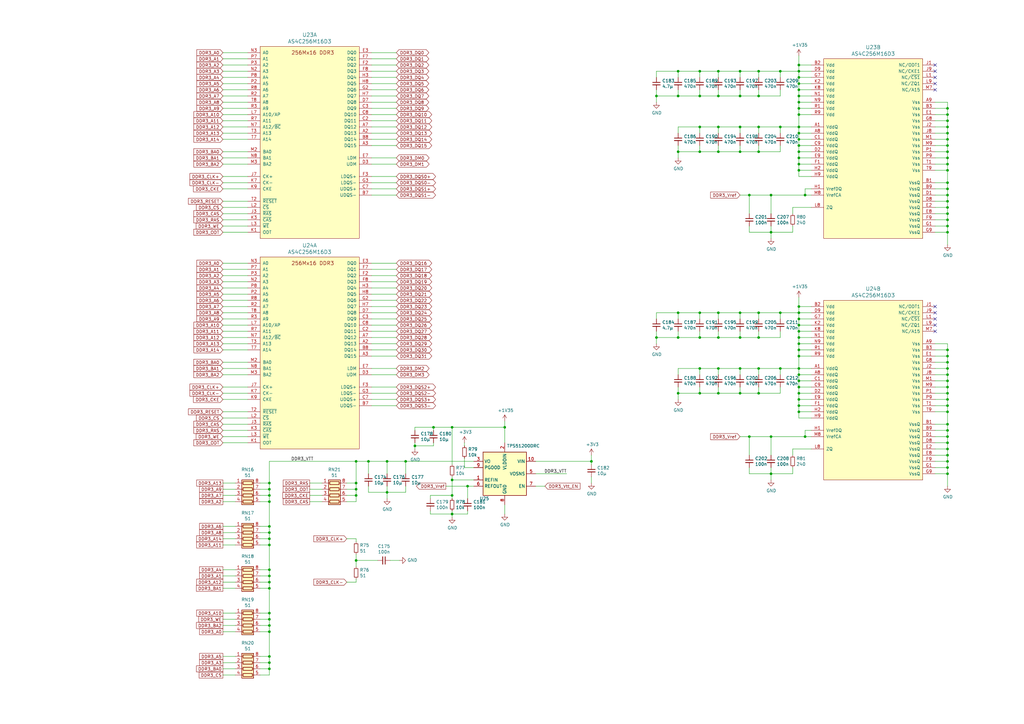
<source format=kicad_sch>
(kicad_sch (version 20211123) (generator eeschema)

  (uuid 92f38ee3-1451-455f-9ab0-71adc048eca9)

  (paper "A3")

  

  (junction (at 303.53 29.21) (diameter 0) (color 0 0 0 0)
    (uuid 0091242a-bd9b-46a6-8cd0-cc81fa5db24e)
  )
  (junction (at 388.62 156.21) (diameter 0) (color 0 0 0 0)
    (uuid 05a3fd88-c58e-4323-96ff-70847ec682b8)
  )
  (junction (at 320.04 151.13) (diameter 0) (color 0 0 0 0)
    (uuid 060a9d78-785b-4e95-9f27-c70c9bd79368)
  )
  (junction (at 388.62 194.31) (diameter 0) (color 0 0 0 0)
    (uuid 067b3699-1a46-41cc-9c7c-3cbbde83e2fb)
  )
  (junction (at 327.66 161.29) (diameter 0) (color 0 0 0 0)
    (uuid 07ea9fe0-fccf-4161-ae79-4bb53994d273)
  )
  (junction (at 320.04 52.07) (diameter 0) (color 0 0 0 0)
    (uuid 0816bee4-5935-4741-bd0f-c370f413b02b)
  )
  (junction (at 294.64 151.13) (diameter 0) (color 0 0 0 0)
    (uuid 0de56762-ce56-43f6-b2d4-e1179688ff91)
  )
  (junction (at 327.66 168.91) (diameter 0) (color 0 0 0 0)
    (uuid 101131db-475d-4275-89d4-ac43ee9a25d5)
  )
  (junction (at 242.57 189.23) (diameter 0) (color 0 0 0 0)
    (uuid 1087999d-983e-42bf-b325-b81c766947cc)
  )
  (junction (at 327.66 54.61) (diameter 0) (color 0 0 0 0)
    (uuid 115c2483-0d3d-4658-9c56-55683456b2f9)
  )
  (junction (at 110.49 205.74) (diameter 0) (color 0 0 0 0)
    (uuid 12fc5fae-2589-481a-9c5c-1325ed3bb3b8)
  )
  (junction (at 327.66 57.15) (diameter 0) (color 0 0 0 0)
    (uuid 133e4738-5308-4c8f-a278-ff3a4b573a42)
  )
  (junction (at 388.62 161.29) (diameter 0) (color 0 0 0 0)
    (uuid 134ebdd2-d265-4b1a-8213-3e042a51f566)
  )
  (junction (at 330.2 179.07) (diameter 0) (color 0 0 0 0)
    (uuid 15849db9-220e-4afd-b7a0-07e5cbc925e5)
  )
  (junction (at 327.66 52.07) (diameter 0) (color 0 0 0 0)
    (uuid 1807c891-5ccf-491b-b7cb-6605d0030f30)
  )
  (junction (at 287.02 161.29) (diameter 0) (color 0 0 0 0)
    (uuid 1ba339fd-3eed-4093-adef-1f8b6939e3c2)
  )
  (junction (at 287.02 138.43) (diameter 0) (color 0 0 0 0)
    (uuid 1cdb9155-c146-40d9-bead-b709bf7a6467)
  )
  (junction (at 110.49 220.98) (diameter 0) (color 0 0 0 0)
    (uuid 1d052412-811d-4384-b62d-b10970534fb5)
  )
  (junction (at 146.05 198.12) (diameter 0) (color 0 0 0 0)
    (uuid 21de29f1-55e6-491f-9b72-2d0cf15d30d9)
  )
  (junction (at 303.53 128.27) (diameter 0) (color 0 0 0 0)
    (uuid 22e92cb2-fddd-4edc-a5bc-370417db5793)
  )
  (junction (at 327.66 29.21) (diameter 0) (color 0 0 0 0)
    (uuid 260c26af-1e30-4624-94a4-7cbfebc53f93)
  )
  (junction (at 388.62 62.23) (diameter 0) (color 0 0 0 0)
    (uuid 2733a655-db42-498b-a705-184e4fe256a3)
  )
  (junction (at 388.62 82.55) (diameter 0) (color 0 0 0 0)
    (uuid 29ec1054-96e5-4371-8fe7-f31c027b27f9)
  )
  (junction (at 327.66 26.67) (diameter 0) (color 0 0 0 0)
    (uuid 2b5ef57e-9829-4c8c-a772-0c450fa178e8)
  )
  (junction (at 320.04 29.21) (diameter 0) (color 0 0 0 0)
    (uuid 2ca7d35c-f03b-45eb-bc5e-72292d02981d)
  )
  (junction (at 327.66 39.37) (diameter 0) (color 0 0 0 0)
    (uuid 2d9bce5f-b18b-47a2-9654-99086bc7c8ca)
  )
  (junction (at 303.53 151.13) (diameter 0) (color 0 0 0 0)
    (uuid 2f51df0b-67e2-48cd-baf9-810701c16be9)
  )
  (junction (at 294.64 161.29) (diameter 0) (color 0 0 0 0)
    (uuid 31f320f8-9fca-458c-80c9-a63045dda05e)
  )
  (junction (at 388.62 46.99) (diameter 0) (color 0 0 0 0)
    (uuid 31fb150b-1634-44a3-bbf0-4f27407886b5)
  )
  (junction (at 327.66 146.05) (diameter 0) (color 0 0 0 0)
    (uuid 32152384-5f30-4790-a5a7-40a77da6c53b)
  )
  (junction (at 388.62 168.91) (diameter 0) (color 0 0 0 0)
    (uuid 32f61989-73fd-4834-bc42-216f4a71d9ad)
  )
  (junction (at 110.49 259.08) (diameter 0) (color 0 0 0 0)
    (uuid 331e4b06-587c-447e-bea7-ab3ccd3f7d67)
  )
  (junction (at 327.66 62.23) (diameter 0) (color 0 0 0 0)
    (uuid 3472ac51-2496-4774-b525-ca48b4eac389)
  )
  (junction (at 327.66 163.83) (diameter 0) (color 0 0 0 0)
    (uuid 34f494d3-f727-4e92-b04b-bb02d398ea06)
  )
  (junction (at 311.15 161.29) (diameter 0) (color 0 0 0 0)
    (uuid 3585a139-cfc6-4b57-99ce-0163d84caa4b)
  )
  (junction (at 185.42 203.2) (diameter 0) (color 0 0 0 0)
    (uuid 37a423bc-f22b-4f78-8391-c64cc41bfdd6)
  )
  (junction (at 303.53 138.43) (diameter 0) (color 0 0 0 0)
    (uuid 38de0c27-43f9-4d0c-b62d-48e6b8ab2200)
  )
  (junction (at 278.13 138.43) (diameter 0) (color 0 0 0 0)
    (uuid 3915f1cf-e224-42a7-8e50-b5aa000e1dd3)
  )
  (junction (at 388.62 80.01) (diameter 0) (color 0 0 0 0)
    (uuid 393f0e56-c2d5-4ea4-8463-50265bc94d2d)
  )
  (junction (at 110.49 254) (diameter 0) (color 0 0 0 0)
    (uuid 3a07246e-3a61-43dd-8b09-0bdf03c3e6f3)
  )
  (junction (at 327.66 140.97) (diameter 0) (color 0 0 0 0)
    (uuid 3a43f2ef-4839-435a-bede-c90252339a51)
  )
  (junction (at 388.62 67.31) (diameter 0) (color 0 0 0 0)
    (uuid 3b6b0ef8-cb49-4806-a385-9d93130ffdc0)
  )
  (junction (at 287.02 62.23) (diameter 0) (color 0 0 0 0)
    (uuid 3e93cc50-fa1e-445b-8e48-b92594ec9006)
  )
  (junction (at 278.13 39.37) (diameter 0) (color 0 0 0 0)
    (uuid 4055fe96-6cd0-4098-a3eb-28bdaf898065)
  )
  (junction (at 110.49 203.2) (diameter 0) (color 0 0 0 0)
    (uuid 41456f29-a703-4d12-85d0-c21ea7c0a452)
  )
  (junction (at 110.49 271.78) (diameter 0) (color 0 0 0 0)
    (uuid 441f9c55-be25-4fae-8b9b-6a71ad3b0b86)
  )
  (junction (at 388.62 163.83) (diameter 0) (color 0 0 0 0)
    (uuid 46988679-cc79-4024-bbc1-b1f167609765)
  )
  (junction (at 388.62 158.75) (diameter 0) (color 0 0 0 0)
    (uuid 48c77641-1046-44b0-bae8-52da953ea633)
  )
  (junction (at 294.64 52.07) (diameter 0) (color 0 0 0 0)
    (uuid 4a333138-062a-4541-87e1-d6ef03b1e3dd)
  )
  (junction (at 303.53 161.29) (diameter 0) (color 0 0 0 0)
    (uuid 4ccb0e93-36f7-4d7b-baba-2457a90267b7)
  )
  (junction (at 388.62 64.77) (diameter 0) (color 0 0 0 0)
    (uuid 5006a2d1-be56-41dc-888f-67fb86bea03b)
  )
  (junction (at 146.05 200.66) (diameter 0) (color 0 0 0 0)
    (uuid 51c3e3cc-739b-4bac-a271-7f779051de39)
  )
  (junction (at 278.13 161.29) (diameter 0) (color 0 0 0 0)
    (uuid 5289bc61-7716-4d1c-91dd-03b886b4760f)
  )
  (junction (at 278.13 128.27) (diameter 0) (color 0 0 0 0)
    (uuid 57a35f7e-1eec-4bce-82d8-651d3f20ac22)
  )
  (junction (at 327.66 130.81) (diameter 0) (color 0 0 0 0)
    (uuid 584970dc-5538-419b-b998-8d8d4ada798f)
  )
  (junction (at 303.53 39.37) (diameter 0) (color 0 0 0 0)
    (uuid 59e71b82-fd2c-4d50-9aac-2d0df67acc80)
  )
  (junction (at 269.24 39.37) (diameter 0) (color 0 0 0 0)
    (uuid 5a43f40c-f75b-4db3-8642-220e4b806437)
  )
  (junction (at 151.13 189.23) (diameter 0) (color 0 0 0 0)
    (uuid 5b3893c6-e4cc-4fa9-be23-63d62d12d2ee)
  )
  (junction (at 327.66 41.91) (diameter 0) (color 0 0 0 0)
    (uuid 5cfef867-dff5-4abc-9cf1-6fa8f45eaef2)
  )
  (junction (at 177.8 175.26) (diameter 0) (color 0 0 0 0)
    (uuid 5cff2459-d275-4803-8fa2-8289cb689a75)
  )
  (junction (at 110.49 256.54) (diameter 0) (color 0 0 0 0)
    (uuid 5d580eb5-0e83-488b-a0fd-a803c630f551)
  )
  (junction (at 388.62 90.17) (diameter 0) (color 0 0 0 0)
    (uuid 5e066231-f8d2-43bf-bff3-80c6fb0c9c86)
  )
  (junction (at 307.34 80.01) (diameter 0) (color 0 0 0 0)
    (uuid 5e182438-6e6f-45ba-bef5-6be708805673)
  )
  (junction (at 307.34 179.07) (diameter 0) (color 0 0 0 0)
    (uuid 5ed8deae-e8d8-451d-b355-245f684ec0f6)
  )
  (junction (at 294.64 138.43) (diameter 0) (color 0 0 0 0)
    (uuid 5ff98705-cf67-403d-b0a1-4c57aba0bbdc)
  )
  (junction (at 388.62 92.71) (diameter 0) (color 0 0 0 0)
    (uuid 61dc775a-14c7-4cce-be48-c5d6e8045697)
  )
  (junction (at 185.42 175.26) (diameter 0) (color 0 0 0 0)
    (uuid 620fd31f-1d7e-453a-874c-5731a4bbc505)
  )
  (junction (at 388.62 184.15) (diameter 0) (color 0 0 0 0)
    (uuid 6228b587-c759-4f5a-aee2-44d44c696a08)
  )
  (junction (at 294.64 62.23) (diameter 0) (color 0 0 0 0)
    (uuid 62681247-dfee-4fe9-a797-fef33eb74a7f)
  )
  (junction (at 388.62 189.23) (diameter 0) (color 0 0 0 0)
    (uuid 638492c1-39c4-4e69-a3a1-232b324e5b21)
  )
  (junction (at 166.37 189.23) (diameter 0) (color 0 0 0 0)
    (uuid 659d7e05-6d30-4048-9451-144bfa6ef129)
  )
  (junction (at 388.62 146.05) (diameter 0) (color 0 0 0 0)
    (uuid 6640c556-30bc-4fc7-a797-35ec65cf0f77)
  )
  (junction (at 316.23 194.31) (diameter 0) (color 0 0 0 0)
    (uuid 6792a032-9256-487f-aa0b-8c689e242f4e)
  )
  (junction (at 327.66 59.69) (diameter 0) (color 0 0 0 0)
    (uuid 6bcc4470-6fe4-4c8d-ba29-7eeb8005d7fa)
  )
  (junction (at 146.05 189.23) (diameter 0) (color 0 0 0 0)
    (uuid 6f4bbdb8-5bb2-4c5f-b604-50c819181981)
  )
  (junction (at 388.62 52.07) (diameter 0) (color 0 0 0 0)
    (uuid 6f9f8538-0b96-4eb3-a978-1c7439c0e8bf)
  )
  (junction (at 311.15 62.23) (diameter 0) (color 0 0 0 0)
    (uuid 7131ee3d-de36-4b6f-a391-6695d97d81c2)
  )
  (junction (at 185.42 210.82) (diameter 0) (color 0 0 0 0)
    (uuid 7279a0ce-75b5-4d17-adea-e5e9949407a6)
  )
  (junction (at 388.62 186.69) (diameter 0) (color 0 0 0 0)
    (uuid 72f86fac-1de9-4853-b551-bbe9529da2a3)
  )
  (junction (at 110.49 200.66) (diameter 0) (color 0 0 0 0)
    (uuid 774bd91e-6eb9-41ae-a7fd-20b88a031e1c)
  )
  (junction (at 278.13 29.21) (diameter 0) (color 0 0 0 0)
    (uuid 77697486-3706-446b-b0dc-99c11e5b6fb4)
  )
  (junction (at 388.62 95.25) (diameter 0) (color 0 0 0 0)
    (uuid 7a6f4622-4213-4c81-84d2-b9b224d2a864)
  )
  (junction (at 110.49 269.24) (diameter 0) (color 0 0 0 0)
    (uuid 7aec2799-4000-4098-a752-1bed4b75fdcf)
  )
  (junction (at 110.49 198.12) (diameter 0) (color 0 0 0 0)
    (uuid 7de935c6-9119-4940-8080-9aaeda4f0cdd)
  )
  (junction (at 388.62 179.07) (diameter 0) (color 0 0 0 0)
    (uuid 7f180349-2cf1-4faf-8ede-f82101d0fa01)
  )
  (junction (at 388.62 151.13) (diameter 0) (color 0 0 0 0)
    (uuid 80cb90dd-8449-449f-bec1-5e371021e295)
  )
  (junction (at 327.66 133.35) (diameter 0) (color 0 0 0 0)
    (uuid 825fbe04-7d0f-48c0-b196-0082d6b05859)
  )
  (junction (at 388.62 69.85) (diameter 0) (color 0 0 0 0)
    (uuid 838ac53b-3ec1-4b97-9af6-c64a64ade18e)
  )
  (junction (at 110.49 218.44) (diameter 0) (color 0 0 0 0)
    (uuid 84a6c803-a4ac-48df-95fb-6930cca4e25e)
  )
  (junction (at 287.02 29.21) (diameter 0) (color 0 0 0 0)
    (uuid 85322b6b-1523-4ed9-b09b-510e91ab3a2d)
  )
  (junction (at 303.53 52.07) (diameter 0) (color 0 0 0 0)
    (uuid 857af45d-9795-41a2-9845-b5953516cc70)
  )
  (junction (at 327.66 125.73) (diameter 0) (color 0 0 0 0)
    (uuid 85ce4d4c-d093-4323-9a04-70d33e2d6c7e)
  )
  (junction (at 158.75 201.93) (diameter 0) (color 0 0 0 0)
    (uuid 885fe160-5562-498c-ba18-9f416e1d87d2)
  )
  (junction (at 110.49 274.32) (diameter 0) (color 0 0 0 0)
    (uuid 8d1c6119-4f8d-41bb-ac26-14b7b55b90f2)
  )
  (junction (at 327.66 67.31) (diameter 0) (color 0 0 0 0)
    (uuid 8d2043d0-1e2a-47a8-b40c-1d3c6b8242cf)
  )
  (junction (at 316.23 179.07) (diameter 0) (color 0 0 0 0)
    (uuid 8d6a069f-4023-40e5-b77a-c447eb7c2730)
  )
  (junction (at 316.23 80.01) (diameter 0) (color 0 0 0 0)
    (uuid 8e2a2f6b-8167-4ac5-b2a6-8fefc2e5007d)
  )
  (junction (at 311.15 128.27) (diameter 0) (color 0 0 0 0)
    (uuid 91d0ac33-7c52-4428-ba83-8720a383522c)
  )
  (junction (at 303.53 62.23) (diameter 0) (color 0 0 0 0)
    (uuid 92f9a7fe-12b9-455c-b3cb-646f2e8901ef)
  )
  (junction (at 185.42 196.85) (diameter 0) (color 0 0 0 0)
    (uuid 932b167d-ddab-4c71-b0d5-3168e84d05b6)
  )
  (junction (at 146.05 203.2) (diameter 0) (color 0 0 0 0)
    (uuid 93b57547-14ef-426b-8dd7-720b4647ee08)
  )
  (junction (at 110.49 251.46) (diameter 0) (color 0 0 0 0)
    (uuid 97e1f64a-ea8c-4ff4-8e5c-27686d0544c1)
  )
  (junction (at 327.66 156.21) (diameter 0) (color 0 0 0 0)
    (uuid 98fdaaa4-ab6c-4567-b372-3bc94fd81e5f)
  )
  (junction (at 158.75 189.23) (diameter 0) (color 0 0 0 0)
    (uuid 99f42b58-88eb-419e-9dff-f13059ef50e4)
  )
  (junction (at 316.23 95.25) (diameter 0) (color 0 0 0 0)
    (uuid 9aa4051b-5d8e-420b-bd92-028862775303)
  )
  (junction (at 388.62 191.77) (diameter 0) (color 0 0 0 0)
    (uuid 9bbfc9f6-2a80-4dea-9ff5-2759035e5aa6)
  )
  (junction (at 327.66 138.43) (diameter 0) (color 0 0 0 0)
    (uuid 9c81b9e4-c3e8-4c27-acdb-80b385e836a7)
  )
  (junction (at 327.66 46.99) (diameter 0) (color 0 0 0 0)
    (uuid 9d460f71-ca89-4f90-b952-20c79bec7158)
  )
  (junction (at 388.62 173.99) (diameter 0) (color 0 0 0 0)
    (uuid 9e494106-9748-4063-aab8-1d81407059de)
  )
  (junction (at 327.66 135.89) (diameter 0) (color 0 0 0 0)
    (uuid 9e72b1b6-3005-465f-b29c-9fb2358144c7)
  )
  (junction (at 311.15 29.21) (diameter 0) (color 0 0 0 0)
    (uuid 9fa8af66-62ad-41ac-afee-78344131d7e2)
  )
  (junction (at 388.62 148.59) (diameter 0) (color 0 0 0 0)
    (uuid a18da1d6-412f-494b-867d-28a1d0ab5318)
  )
  (junction (at 327.66 36.83) (diameter 0) (color 0 0 0 0)
    (uuid a277cb94-54f4-4201-9b19-13124e8120b4)
  )
  (junction (at 110.49 241.3) (diameter 0) (color 0 0 0 0)
    (uuid a2d16f16-08e6-4947-a6d1-6d787ead02c9)
  )
  (junction (at 287.02 151.13) (diameter 0) (color 0 0 0 0)
    (uuid a4d622ec-e75f-4ce0-9338-865fac55dc34)
  )
  (junction (at 146.05 229.87) (diameter 0) (color 0 0 0 0)
    (uuid a7f09cc9-2878-4daf-b4fb-2ce63103f4de)
  )
  (junction (at 327.66 158.75) (diameter 0) (color 0 0 0 0)
    (uuid a86ebb7d-c08b-41a3-932e-4967a39ce5f9)
  )
  (junction (at 287.02 39.37) (diameter 0) (color 0 0 0 0)
    (uuid a889c295-2d25-4852-8cf9-7f4cc11f3612)
  )
  (junction (at 311.15 52.07) (diameter 0) (color 0 0 0 0)
    (uuid aa95d6eb-61a1-46de-9823-1ac851e53563)
  )
  (junction (at 388.62 181.61) (diameter 0) (color 0 0 0 0)
    (uuid abaf0800-b23b-4bb1-9bdf-6551a3604128)
  )
  (junction (at 327.66 128.27) (diameter 0) (color 0 0 0 0)
    (uuid accfea22-0220-4bfc-bc57-88d0ba04c651)
  )
  (junction (at 110.49 215.9) (diameter 0) (color 0 0 0 0)
    (uuid adcccd0e-f5ea-4c83-bd8f-8b220d307709)
  )
  (junction (at 388.62 176.53) (diameter 0) (color 0 0 0 0)
    (uuid af4061e0-2fb3-421c-9efe-82e8563650d9)
  )
  (junction (at 110.49 233.68) (diameter 0) (color 0 0 0 0)
    (uuid b11ebd64-c9c7-457c-8a22-c5fed71aadd1)
  )
  (junction (at 311.15 39.37) (diameter 0) (color 0 0 0 0)
    (uuid b1dad93c-ba77-40bd-9b75-65e2d6f9b5a1)
  )
  (junction (at 311.15 138.43) (diameter 0) (color 0 0 0 0)
    (uuid b4180bb0-8dc9-48ec-9931-26e9377a82e1)
  )
  (junction (at 388.62 74.93) (diameter 0) (color 0 0 0 0)
    (uuid b7d17bac-1e38-46d5-a98a-e0926b878e04)
  )
  (junction (at 388.62 57.15) (diameter 0) (color 0 0 0 0)
    (uuid b908b981-26a7-43ab-bb19-96137e6f2a5a)
  )
  (junction (at 388.62 87.63) (diameter 0) (color 0 0 0 0)
    (uuid bc234a96-8e81-44f9-b2e6-4514c92af46f)
  )
  (junction (at 294.64 39.37) (diameter 0) (color 0 0 0 0)
    (uuid beb82a37-d3f9-4faf-8a12-3d7cff00e7e0)
  )
  (junction (at 110.49 236.22) (diameter 0) (color 0 0 0 0)
    (uuid c09f8970-d399-4978-b7bf-c426fa2f915a)
  )
  (junction (at 388.62 44.45) (diameter 0) (color 0 0 0 0)
    (uuid c0cb9ac4-a13f-4ce2-8aea-f334c934d5b3)
  )
  (junction (at 287.02 52.07) (diameter 0) (color 0 0 0 0)
    (uuid c217d968-abfe-45cc-8ff9-0996be5bc8c7)
  )
  (junction (at 327.66 166.37) (diameter 0) (color 0 0 0 0)
    (uuid c36e7618-99ac-4188-82ad-148b9401ee0f)
  )
  (junction (at 327.66 44.45) (diameter 0) (color 0 0 0 0)
    (uuid c6f64293-5e29-4afa-8644-d8f9ea3d34e8)
  )
  (junction (at 311.15 151.13) (diameter 0) (color 0 0 0 0)
    (uuid c89b3dc0-3882-490a-b628-aad226ceaf7d)
  )
  (junction (at 327.66 31.75) (diameter 0) (color 0 0 0 0)
    (uuid ca9b4264-1527-4eb9-9c4a-0f8f3219656b)
  )
  (junction (at 388.62 77.47) (diameter 0) (color 0 0 0 0)
    (uuid caaf1f33-3031-4927-a17d-4cf530ad7fd5)
  )
  (junction (at 388.62 49.53) (diameter 0) (color 0 0 0 0)
    (uuid cb65e3b7-af7c-4e91-bec7-ee202fea2815)
  )
  (junction (at 287.02 128.27) (diameter 0) (color 0 0 0 0)
    (uuid ccdcd4fd-03cc-4196-93ad-841bb5ede2f5)
  )
  (junction (at 327.66 143.51) (diameter 0) (color 0 0 0 0)
    (uuid ce81dad1-984f-418b-94c3-c50892ce4eaf)
  )
  (junction (at 388.62 59.69) (diameter 0) (color 0 0 0 0)
    (uuid d05ca12a-32d4-4c55-95ec-69bfada58ba7)
  )
  (junction (at 269.24 138.43) (diameter 0) (color 0 0 0 0)
    (uuid d253b606-c6d4-4ab5-bb6d-97f4b72f210a)
  )
  (junction (at 388.62 54.61) (diameter 0) (color 0 0 0 0)
    (uuid d2551b77-8cbc-4e7a-af3b-fc16fb61dc91)
  )
  (junction (at 110.49 238.76) (diameter 0) (color 0 0 0 0)
    (uuid d4512ec7-3389-4b56-9e8b-bdbd8a828957)
  )
  (junction (at 327.66 69.85) (diameter 0) (color 0 0 0 0)
    (uuid d916b305-a832-4de9-944b-164deaf38300)
  )
  (junction (at 170.18 182.88) (diameter 0) (color 0 0 0 0)
    (uuid dc588c3d-5206-4af5-96df-dc33e470667e)
  )
  (junction (at 294.64 128.27) (diameter 0) (color 0 0 0 0)
    (uuid dc6a9fd0-8a12-4e12-ba4e-7f59c3508f44)
  )
  (junction (at 191.77 199.39) (diameter 0) (color 0 0 0 0)
    (uuid dd1edec3-c7ba-4ffa-8ee5-8e55b6e96e86)
  )
  (junction (at 327.66 34.29) (diameter 0) (color 0 0 0 0)
    (uuid dd7274bb-36be-4baa-903e-939c1f1b99f6)
  )
  (junction (at 320.04 128.27) (diameter 0) (color 0 0 0 0)
    (uuid e06f99ab-70c9-48e0-9786-de35bc5b9bdc)
  )
  (junction (at 330.2 80.01) (diameter 0) (color 0 0 0 0)
    (uuid e2438ac6-18fb-4b36-bec6-4ea332ad0f99)
  )
  (junction (at 110.49 223.52) (diameter 0) (color 0 0 0 0)
    (uuid e294d04e-3720-4cda-b63e-078484e0733c)
  )
  (junction (at 327.66 151.13) (diameter 0) (color 0 0 0 0)
    (uuid e37b0ec1-e6e0-41cc-abe1-ad47cc32e2d2)
  )
  (junction (at 327.66 153.67) (diameter 0) (color 0 0 0 0)
    (uuid e48d619a-e38f-4825-9d22-87e3b38d9c99)
  )
  (junction (at 388.62 85.09) (diameter 0) (color 0 0 0 0)
    (uuid e62f9cc5-f046-442e-9360-e5ca54404aa5)
  )
  (junction (at 388.62 166.37) (diameter 0) (color 0 0 0 0)
    (uuid e8276875-e9c3-4942-8dc8-97d96e3f05f5)
  )
  (junction (at 388.62 153.67) (diameter 0) (color 0 0 0 0)
    (uuid ea399d10-1f30-4eb9-af71-91adeba50151)
  )
  (junction (at 278.13 62.23) (diameter 0) (color 0 0 0 0)
    (uuid ec4fc551-9561-4ff0-a309-1fd93dc95354)
  )
  (junction (at 294.64 29.21) (diameter 0) (color 0 0 0 0)
    (uuid ee823590-ecbd-4107-bb1f-1a309e1b21af)
  )
  (junction (at 207.01 175.26) (diameter 0) (color 0 0 0 0)
    (uuid f48726b8-0a84-4a45-918f-9908a36bbb39)
  )
  (junction (at 327.66 64.77) (diameter 0) (color 0 0 0 0)
    (uuid f69e205d-71f1-4bed-8e46-d37fa1b7672f)
  )
  (junction (at 388.62 143.51) (diameter 0) (color 0 0 0 0)
    (uuid f86cba30-221c-4482-a722-9565a7604bea)
  )

  (no_connect (at 383.54 135.89) (uuid 291e003e-5d7b-49ef-98fc-9e8205e4a1ee))
  (no_connect (at 383.54 133.35) (uuid 3490a07f-da48-4aff-a47b-40c036dd8d87))
  (no_connect (at 383.54 130.81) (uuid 5448e1a2-be8e-49ed-9be5-51592215418b))
  (no_connect (at 383.54 36.83) (uuid 76651a0a-215a-4f9a-aa44-df194350b9f2))
  (no_connect (at 383.54 26.67) (uuid 9bfbbbce-047f-4558-ac8a-5da04907faa7))
  (no_connect (at 383.54 128.27) (uuid c4c75a3c-fc1e-4000-b844-1fe612cbbe62))
  (no_connect (at 383.54 125.73) (uuid c869dd0e-034e-414a-b0d8-d834c28db6c6))
  (no_connect (at 383.54 29.21) (uuid d35a7c3e-f3fd-439e-9988-bbc69324ef50))
  (no_connect (at 383.54 31.75) (uuid f5b2e0b7-a73c-42d0-944d-50efb4f3888e))
  (no_connect (at 383.54 34.29) (uuid fd2588c5-b7a0-40f7-ac17-5a70d2b9c7e4))

  (wire (pts (xy 332.74 52.07) (xy 327.66 52.07))
    (stroke (width 0) (type default) (color 0 0 0 0))
    (uuid 0033e5b9-71fa-4475-9f0a-e9cd89d41db8)
  )
  (wire (pts (xy 325.12 95.25) (xy 316.23 95.25))
    (stroke (width 0) (type default) (color 0 0 0 0))
    (uuid 020a52c6-b922-4ba4-b4e5-91b45e2969df)
  )
  (wire (pts (xy 388.62 64.77) (xy 388.62 62.23))
    (stroke (width 0) (type default) (color 0 0 0 0))
    (uuid 02bb9fe2-8d38-470e-adb7-f8b12a097a02)
  )
  (wire (pts (xy 158.75 194.31) (xy 158.75 189.23))
    (stroke (width 0) (type default) (color 0 0 0 0))
    (uuid 02bdde99-1adc-493c-8d7f-c9fcc8f8fb74)
  )
  (wire (pts (xy 311.15 31.75) (xy 311.15 29.21))
    (stroke (width 0) (type default) (color 0 0 0 0))
    (uuid 02ce7150-adbd-483b-b4fe-180419d6d709)
  )
  (wire (pts (xy 269.24 39.37) (xy 278.13 39.37))
    (stroke (width 0) (type default) (color 0 0 0 0))
    (uuid 03054bc7-eecf-4b42-93e4-d5fc9dc31d6c)
  )
  (wire (pts (xy 91.44 168.91) (xy 101.6 168.91))
    (stroke (width 0) (type default) (color 0 0 0 0))
    (uuid 0320ae58-88a3-4379-95a6-fe015dbd1d70)
  )
  (wire (pts (xy 388.62 62.23) (xy 388.62 59.69))
    (stroke (width 0) (type default) (color 0 0 0 0))
    (uuid 0330feb7-d812-44a3-b3be-70f75facbf8a)
  )
  (wire (pts (xy 91.44 148.59) (xy 101.6 148.59))
    (stroke (width 0) (type default) (color 0 0 0 0))
    (uuid 038b912a-13c9-4215-a390-c7171fc62097)
  )
  (wire (pts (xy 287.02 62.23) (xy 294.64 62.23))
    (stroke (width 0) (type default) (color 0 0 0 0))
    (uuid 039d3aa9-5768-43d1-a767-c679fdbbd2cf)
  )
  (wire (pts (xy 383.54 87.63) (xy 388.62 87.63))
    (stroke (width 0) (type default) (color 0 0 0 0))
    (uuid 0566213d-1c47-4571-bfb0-55bbf45636e1)
  )
  (wire (pts (xy 176.53 204.47) (xy 176.53 203.2))
    (stroke (width 0) (type default) (color 0 0 0 0))
    (uuid 062de738-ba8d-4477-b4c7-1fb9677ea1a7)
  )
  (wire (pts (xy 327.66 62.23) (xy 327.66 59.69))
    (stroke (width 0) (type default) (color 0 0 0 0))
    (uuid 062fda9e-fec3-4ab8-948b-01eae80b1c83)
  )
  (wire (pts (xy 388.62 173.99) (xy 388.62 168.91))
    (stroke (width 0) (type default) (color 0 0 0 0))
    (uuid 06b7a07f-ec79-4ea3-9cda-eae45079055e)
  )
  (wire (pts (xy 388.62 74.93) (xy 388.62 69.85))
    (stroke (width 0) (type default) (color 0 0 0 0))
    (uuid 071998db-d066-4b92-ae61-fef8025f82c3)
  )
  (wire (pts (xy 383.54 194.31) (xy 388.62 194.31))
    (stroke (width 0) (type default) (color 0 0 0 0))
    (uuid 0786d205-4162-48ee-88de-c559b8594389)
  )
  (wire (pts (xy 162.56 26.67) (xy 152.4 26.67))
    (stroke (width 0) (type default) (color 0 0 0 0))
    (uuid 086f6ed9-a827-4e7e-90ff-0f88b3902e22)
  )
  (wire (pts (xy 176.53 203.2) (xy 185.42 203.2))
    (stroke (width 0) (type default) (color 0 0 0 0))
    (uuid 087741ae-278d-4d98-9e00-2af26ae533b8)
  )
  (wire (pts (xy 316.23 80.01) (xy 307.34 80.01))
    (stroke (width 0) (type default) (color 0 0 0 0))
    (uuid 08c122bc-da0b-4c01-a6c6-cab3563e4e36)
  )
  (wire (pts (xy 311.15 54.61) (xy 311.15 52.07))
    (stroke (width 0) (type default) (color 0 0 0 0))
    (uuid 08caed9c-d51b-4316-8d64-a87ef429172a)
  )
  (wire (pts (xy 325.12 85.09) (xy 332.74 85.09))
    (stroke (width 0) (type default) (color 0 0 0 0))
    (uuid 0995b66f-4dfe-4790-abe5-d8ca6cdf6fd7)
  )
  (wire (pts (xy 332.74 133.35) (xy 327.66 133.35))
    (stroke (width 0) (type default) (color 0 0 0 0))
    (uuid 09e4a0a3-bacb-486a-ac64-16bb8b754cb7)
  )
  (wire (pts (xy 96.52 254) (xy 91.44 254))
    (stroke (width 0) (type default) (color 0 0 0 0))
    (uuid 0a4b0abd-a7fd-452d-bc0c-d6a73e07fe4f)
  )
  (wire (pts (xy 91.44 64.77) (xy 101.6 64.77))
    (stroke (width 0) (type default) (color 0 0 0 0))
    (uuid 0ac9c142-49e6-4dc6-8435-7ba1a977d64d)
  )
  (wire (pts (xy 388.62 186.69) (xy 388.62 184.15))
    (stroke (width 0) (type default) (color 0 0 0 0))
    (uuid 0ae5c8b8-0d7e-4859-99bd-ced35b3ae469)
  )
  (wire (pts (xy 190.5 187.96) (xy 190.5 191.77))
    (stroke (width 0) (type default) (color 0 0 0 0))
    (uuid 0af4508d-f5ab-40e5-9e89-cdad81750bab)
  )
  (wire (pts (xy 294.64 62.23) (xy 303.53 62.23))
    (stroke (width 0) (type default) (color 0 0 0 0))
    (uuid 0b56b184-c67e-4a1d-aeef-67a07e7f3ea8)
  )
  (wire (pts (xy 294.64 151.13) (xy 294.64 153.67))
    (stroke (width 0) (type default) (color 0 0 0 0))
    (uuid 0c050129-405c-4c4a-8d47-7417281cda3a)
  )
  (wire (pts (xy 207.01 175.26) (xy 207.01 181.61))
    (stroke (width 0) (type default) (color 0 0 0 0))
    (uuid 0c9ece2a-3587-4fb4-b84b-198a071bd083)
  )
  (wire (pts (xy 91.44 128.27) (xy 101.6 128.27))
    (stroke (width 0) (type default) (color 0 0 0 0))
    (uuid 0cd20a59-d341-4d66-8f13-b3e35b455d97)
  )
  (wire (pts (xy 332.74 138.43) (xy 327.66 138.43))
    (stroke (width 0) (type default) (color 0 0 0 0))
    (uuid 0d77d88e-6fd7-4e50-98e1-2bed6cd8d4aa)
  )
  (wire (pts (xy 278.13 153.67) (xy 278.13 151.13))
    (stroke (width 0) (type default) (color 0 0 0 0))
    (uuid 0eb72a8d-a21b-4b22-91c6-407f6843df78)
  )
  (wire (pts (xy 91.44 52.07) (xy 101.6 52.07))
    (stroke (width 0) (type default) (color 0 0 0 0))
    (uuid 0ec66103-09a1-4cc2-aefa-f704f12918e3)
  )
  (wire (pts (xy 311.15 128.27) (xy 303.53 128.27))
    (stroke (width 0) (type default) (color 0 0 0 0))
    (uuid 0f11b777-aaa8-4c20-8850-11fe6d9330d9)
  )
  (wire (pts (xy 287.02 151.13) (xy 294.64 151.13))
    (stroke (width 0) (type default) (color 0 0 0 0))
    (uuid 1075719a-a58c-42cb-b887-d42048201929)
  )
  (wire (pts (xy 142.24 198.12) (xy 146.05 198.12))
    (stroke (width 0) (type default) (color 0 0 0 0))
    (uuid 108181a3-049c-4c6a-b0d9-3723692d9d08)
  )
  (wire (pts (xy 383.54 176.53) (xy 388.62 176.53))
    (stroke (width 0) (type default) (color 0 0 0 0))
    (uuid 1392d0cc-56c3-4e6d-bf49-c4afb7b38ab7)
  )
  (wire (pts (xy 152.4 153.67) (xy 162.56 153.67))
    (stroke (width 0) (type default) (color 0 0 0 0))
    (uuid 13a55658-6a76-4033-9d26-90e6e0d9ffd7)
  )
  (wire (pts (xy 91.44 115.57) (xy 101.6 115.57))
    (stroke (width 0) (type default) (color 0 0 0 0))
    (uuid 14091ba4-feaa-4b83-9460-ae344f07c59e)
  )
  (wire (pts (xy 278.13 130.81) (xy 278.13 128.27))
    (stroke (width 0) (type default) (color 0 0 0 0))
    (uuid 14332260-d093-4e12-96ff-0808d976c597)
  )
  (wire (pts (xy 327.66 161.29) (xy 327.66 158.75))
    (stroke (width 0) (type default) (color 0 0 0 0))
    (uuid 15a3e9c1-be47-41c4-93c7-20c9c56c07d8)
  )
  (wire (pts (xy 191.77 204.47) (xy 191.77 199.39))
    (stroke (width 0) (type default) (color 0 0 0 0))
    (uuid 160efd6a-908a-473d-988b-45738b86ae4f)
  )
  (wire (pts (xy 166.37 194.31) (xy 166.37 189.23))
    (stroke (width 0) (type default) (color 0 0 0 0))
    (uuid 16447bbc-2bae-41c8-8abb-3c2ae441c8a6)
  )
  (wire (pts (xy 294.64 135.89) (xy 294.64 138.43))
    (stroke (width 0) (type default) (color 0 0 0 0))
    (uuid 167ea325-8ac4-43a8-8147-e9138f138417)
  )
  (wire (pts (xy 91.44 158.75) (xy 101.6 158.75))
    (stroke (width 0) (type default) (color 0 0 0 0))
    (uuid 16aa3b29-e664-4c4e-95be-cc12b4af9272)
  )
  (wire (pts (xy 110.49 203.2) (xy 110.49 205.74))
    (stroke (width 0) (type default) (color 0 0 0 0))
    (uuid 1727d07d-fc3b-4e8b-960c-61c56d7d2248)
  )
  (wire (pts (xy 146.05 198.12) (xy 146.05 189.23))
    (stroke (width 0) (type default) (color 0 0 0 0))
    (uuid 17fb0ae0-ad73-4e2b-8de6-5601d70bcd72)
  )
  (wire (pts (xy 162.56 44.45) (xy 152.4 44.45))
    (stroke (width 0) (type default) (color 0 0 0 0))
    (uuid 18e18bd2-f61f-47c6-ba26-7466b225d4a0)
  )
  (wire (pts (xy 311.15 153.67) (xy 311.15 151.13))
    (stroke (width 0) (type default) (color 0 0 0 0))
    (uuid 192d2094-6e50-48e7-a1a2-f36920ca47a0)
  )
  (wire (pts (xy 91.44 130.81) (xy 101.6 130.81))
    (stroke (width 0) (type default) (color 0 0 0 0))
    (uuid 19bbf67b-7aff-4341-976d-40b9b1ed904d)
  )
  (wire (pts (xy 96.52 271.78) (xy 91.44 271.78))
    (stroke (width 0) (type default) (color 0 0 0 0))
    (uuid 19c5daa0-c2ae-4283-bf88-7271fcf1ec7c)
  )
  (wire (pts (xy 162.56 140.97) (xy 152.4 140.97))
    (stroke (width 0) (type default) (color 0 0 0 0))
    (uuid 1ad739c2-3d19-4070-a171-fcee743cc23a)
  )
  (wire (pts (xy 332.74 125.73) (xy 327.66 125.73))
    (stroke (width 0) (type default) (color 0 0 0 0))
    (uuid 1b22c91e-f96e-495a-a017-c68be920d895)
  )
  (wire (pts (xy 177.8 175.26) (xy 185.42 175.26))
    (stroke (width 0) (type default) (color 0 0 0 0))
    (uuid 1b2499ab-2fb4-428b-b19a-061da728b6ce)
  )
  (wire (pts (xy 106.68 223.52) (xy 110.49 223.52))
    (stroke (width 0) (type default) (color 0 0 0 0))
    (uuid 1c1729f6-acf9-4dbc-b8df-1f5cdc7a9781)
  )
  (wire (pts (xy 320.04 151.13) (xy 327.66 151.13))
    (stroke (width 0) (type default) (color 0 0 0 0))
    (uuid 1c1cb91e-f20f-4155-820e-523330e3043f)
  )
  (wire (pts (xy 320.04 138.43) (xy 311.15 138.43))
    (stroke (width 0) (type default) (color 0 0 0 0))
    (uuid 1c20674d-1004-4d4e-83d4-a07187961568)
  )
  (wire (pts (xy 146.05 237.49) (xy 146.05 238.76))
    (stroke (width 0) (type default) (color 0 0 0 0))
    (uuid 1c2f864e-97a8-45de-8979-84585ee45c11)
  )
  (wire (pts (xy 320.04 36.83) (xy 320.04 39.37))
    (stroke (width 0) (type default) (color 0 0 0 0))
    (uuid 1c7e70ce-8c07-40a4-8707-f5c4cb631d90)
  )
  (wire (pts (xy 327.66 64.77) (xy 327.66 62.23))
    (stroke (width 0) (type default) (color 0 0 0 0))
    (uuid 1d8511d1-dd27-4163-b083-2b75ab329e78)
  )
  (wire (pts (xy 383.54 184.15) (xy 388.62 184.15))
    (stroke (width 0) (type default) (color 0 0 0 0))
    (uuid 1e14cad9-b984-41ee-8e85-57cdc82ead71)
  )
  (wire (pts (xy 332.74 146.05) (xy 327.66 146.05))
    (stroke (width 0) (type default) (color 0 0 0 0))
    (uuid 1e42af2c-daf1-463a-a1f4-3086565843be)
  )
  (wire (pts (xy 162.56 146.05) (xy 152.4 146.05))
    (stroke (width 0) (type default) (color 0 0 0 0))
    (uuid 1ee843ad-cd62-4b9d-9123-ad3c68a1f2f6)
  )
  (wire (pts (xy 383.54 143.51) (xy 388.62 143.51))
    (stroke (width 0) (type default) (color 0 0 0 0))
    (uuid 1f04a466-4cee-47f8-99bc-2526d73a92f5)
  )
  (wire (pts (xy 91.44 238.76) (xy 96.52 238.76))
    (stroke (width 0) (type default) (color 0 0 0 0))
    (uuid 1f1095b9-706f-4433-9d7b-ed157b4db663)
  )
  (wire (pts (xy 383.54 146.05) (xy 388.62 146.05))
    (stroke (width 0) (type default) (color 0 0 0 0))
    (uuid 20514fb2-a8af-408c-8f03-0d2102b6d68a)
  )
  (wire (pts (xy 91.44 92.71) (xy 101.6 92.71))
    (stroke (width 0) (type default) (color 0 0 0 0))
    (uuid 20952d3f-e064-4c50-9242-62adab378165)
  )
  (wire (pts (xy 383.54 85.09) (xy 388.62 85.09))
    (stroke (width 0) (type default) (color 0 0 0 0))
    (uuid 22787aa6-38f2-4d53-9af2-efef67dde23b)
  )
  (wire (pts (xy 170.18 176.53) (xy 170.18 175.26))
    (stroke (width 0) (type default) (color 0 0 0 0))
    (uuid 22822681-7161-40fd-9e5a-533dcc5549b5)
  )
  (wire (pts (xy 332.74 41.91) (xy 327.66 41.91))
    (stroke (width 0) (type default) (color 0 0 0 0))
    (uuid 2410f25f-76d8-461a-9f1b-90e875c6de0e)
  )
  (wire (pts (xy 162.56 80.01) (xy 152.4 80.01))
    (stroke (width 0) (type default) (color 0 0 0 0))
    (uuid 242adf6d-1713-4a4a-9c0e-a39a595075c8)
  )
  (wire (pts (xy 110.49 205.74) (xy 110.49 215.9))
    (stroke (width 0) (type default) (color 0 0 0 0))
    (uuid 242ebe97-2604-41d7-9a03-2088b2298e43)
  )
  (wire (pts (xy 91.44 173.99) (xy 101.6 173.99))
    (stroke (width 0) (type default) (color 0 0 0 0))
    (uuid 24756f2a-f564-4c6b-bc4c-2a8c1c08ce69)
  )
  (wire (pts (xy 388.62 57.15) (xy 388.62 54.61))
    (stroke (width 0) (type default) (color 0 0 0 0))
    (uuid 25320b7c-30a3-4b81-89cb-1fd926284b17)
  )
  (wire (pts (xy 91.44 46.99) (xy 101.6 46.99))
    (stroke (width 0) (type default) (color 0 0 0 0))
    (uuid 253b9bc8-2b29-4604-8fba-a5619448eb89)
  )
  (wire (pts (xy 132.08 198.12) (xy 127 198.12))
    (stroke (width 0) (type default) (color 0 0 0 0))
    (uuid 253c23a8-4d19-4132-92b2-ff8bf936206d)
  )
  (wire (pts (xy 311.15 29.21) (xy 320.04 29.21))
    (stroke (width 0) (type default) (color 0 0 0 0))
    (uuid 253ff72e-e8c4-4191-98e6-fffba876f47b)
  )
  (wire (pts (xy 388.62 49.53) (xy 388.62 46.99))
    (stroke (width 0) (type default) (color 0 0 0 0))
    (uuid 261adde1-d492-4c5f-89bb-0b814a768d11)
  )
  (wire (pts (xy 162.56 123.19) (xy 152.4 123.19))
    (stroke (width 0) (type default) (color 0 0 0 0))
    (uuid 26af4d54-62e1-46d0-82a2-f29a99408170)
  )
  (wire (pts (xy 191.77 209.55) (xy 191.77 210.82))
    (stroke (width 0) (type default) (color 0 0 0 0))
    (uuid 281ebf17-251b-4863-bb90-356f938c4ce5)
  )
  (wire (pts (xy 91.44 29.21) (xy 101.6 29.21))
    (stroke (width 0) (type default) (color 0 0 0 0))
    (uuid 287bbb08-0343-4fe4-81a1-6d86594890db)
  )
  (wire (pts (xy 162.56 113.03) (xy 152.4 113.03))
    (stroke (width 0) (type default) (color 0 0 0 0))
    (uuid 28940249-0454-46cf-bf9d-2adaacd4dda7)
  )
  (wire (pts (xy 332.74 140.97) (xy 327.66 140.97))
    (stroke (width 0) (type default) (color 0 0 0 0))
    (uuid 28d7e717-8287-4e38-927b-000359eadf59)
  )
  (wire (pts (xy 332.74 36.83) (xy 327.66 36.83))
    (stroke (width 0) (type default) (color 0 0 0 0))
    (uuid 2a15411b-d72a-4bd6-912b-ddf2ae862dd5)
  )
  (wire (pts (xy 269.24 128.27) (xy 278.13 128.27))
    (stroke (width 0) (type default) (color 0 0 0 0))
    (uuid 2a4d2eec-77f7-44f0-9b4c-48612d46863d)
  )
  (wire (pts (xy 332.74 26.67) (xy 327.66 26.67))
    (stroke (width 0) (type default) (color 0 0 0 0))
    (uuid 2aed01ab-e803-4870-a5af-9aa786e65433)
  )
  (wire (pts (xy 232.41 194.31) (xy 219.71 194.31))
    (stroke (width 0) (type default) (color 0 0 0 0))
    (uuid 2b6aaefb-e696-48f4-9193-b4753a34819b)
  )
  (wire (pts (xy 316.23 80.01) (xy 330.2 80.01))
    (stroke (width 0) (type default) (color 0 0 0 0))
    (uuid 2c03b84d-f3af-47fd-8cab-84194fbb4401)
  )
  (wire (pts (xy 383.54 163.83) (xy 388.62 163.83))
    (stroke (width 0) (type default) (color 0 0 0 0))
    (uuid 2c733fbe-de9d-4dd5-9b8a-ab761255d8e5)
  )
  (wire (pts (xy 383.54 90.17) (xy 388.62 90.17))
    (stroke (width 0) (type default) (color 0 0 0 0))
    (uuid 2cafa705-4f40-45b2-a52c-1433b3f11c26)
  )
  (wire (pts (xy 316.23 87.63) (xy 316.23 80.01))
    (stroke (width 0) (type default) (color 0 0 0 0))
    (uuid 2e1f4c05-7851-489d-b971-b2c807fc63e0)
  )
  (wire (pts (xy 294.64 59.69) (xy 294.64 62.23))
    (stroke (width 0) (type default) (color 0 0 0 0))
    (uuid 2e517e55-8e07-4a12-b9e2-eb7ea340ee6d)
  )
  (wire (pts (xy 278.13 64.77) (xy 278.13 62.23))
    (stroke (width 0) (type default) (color 0 0 0 0))
    (uuid 2e8916ae-406f-439d-b748-37c9c4a71451)
  )
  (wire (pts (xy 327.66 59.69) (xy 327.66 57.15))
    (stroke (width 0) (type default) (color 0 0 0 0))
    (uuid 2f22d66a-c200-4c0c-99ca-f01acbea0bf2)
  )
  (wire (pts (xy 287.02 128.27) (xy 294.64 128.27))
    (stroke (width 0) (type default) (color 0 0 0 0))
    (uuid 2fad3a42-0946-44c8-8e61-8ef5d4580819)
  )
  (wire (pts (xy 287.02 130.81) (xy 287.02 128.27))
    (stroke (width 0) (type default) (color 0 0 0 0))
    (uuid 2fc491c3-ab82-4a53-9922-7127a3245e0f)
  )
  (wire (pts (xy 106.68 205.74) (xy 110.49 205.74))
    (stroke (width 0) (type default) (color 0 0 0 0))
    (uuid 2ffe8757-d107-4797-9f3b-14fc80ec424d)
  )
  (wire (pts (xy 91.44 251.46) (xy 96.52 251.46))
    (stroke (width 0) (type default) (color 0 0 0 0))
    (uuid 300dd1e3-5e81-492f-8550-6e32b023e031)
  )
  (wire (pts (xy 91.44 153.67) (xy 101.6 153.67))
    (stroke (width 0) (type default) (color 0 0 0 0))
    (uuid 30661ef4-ee88-4ee7-a9cd-552c9fb5a6d7)
  )
  (wire (pts (xy 96.52 205.74) (xy 91.44 205.74))
    (stroke (width 0) (type default) (color 0 0 0 0))
    (uuid 30b268b0-4baf-469a-b888-5c866f22436b)
  )
  (wire (pts (xy 110.49 233.68) (xy 106.68 233.68))
    (stroke (width 0) (type default) (color 0 0 0 0))
    (uuid 3128abe2-8a77-49cf-8cb5-62e84498def0)
  )
  (wire (pts (xy 287.02 158.75) (xy 287.02 161.29))
    (stroke (width 0) (type default) (color 0 0 0 0))
    (uuid 313488c7-a12b-4540-8255-4cdd050ad78d)
  )
  (wire (pts (xy 146.05 203.2) (xy 142.24 203.2))
    (stroke (width 0) (type default) (color 0 0 0 0))
    (uuid 3181a682-db6a-4d32-a9df-6fd8ece6e622)
  )
  (wire (pts (xy 327.66 46.99) (xy 327.66 44.45))
    (stroke (width 0) (type default) (color 0 0 0 0))
    (uuid 31a345aa-f5b4-480b-ae85-a6561dbc4594)
  )
  (wire (pts (xy 388.62 151.13) (xy 388.62 148.59))
    (stroke (width 0) (type default) (color 0 0 0 0))
    (uuid 31d3b638-9d73-4e69-80b0-0cc57f5537ff)
  )
  (wire (pts (xy 278.13 29.21) (xy 287.02 29.21))
    (stroke (width 0) (type default) (color 0 0 0 0))
    (uuid 32bc067d-c5f8-49fe-8274-acea1e23752f)
  )
  (wire (pts (xy 327.66 143.51) (xy 327.66 140.97))
    (stroke (width 0) (type default) (color 0 0 0 0))
    (uuid 331cb4ad-2528-4794-9015-9d22c6f8cdeb)
  )
  (wire (pts (xy 110.49 223.52) (xy 110.49 233.68))
    (stroke (width 0) (type default) (color 0 0 0 0))
    (uuid 33355822-f42c-4890-8a93-5a64375f0144)
  )
  (wire (pts (xy 327.66 133.35) (xy 327.66 130.81))
    (stroke (width 0) (type default) (color 0 0 0 0))
    (uuid 33a84835-a38b-4fc7-92e4-6be7e29a7e11)
  )
  (wire (pts (xy 303.53 39.37) (xy 311.15 39.37))
    (stroke (width 0) (type default) (color 0 0 0 0))
    (uuid 33d2a5f2-5f28-47e1-834c-cb3bcd9a588a)
  )
  (wire (pts (xy 96.52 236.22) (xy 91.44 236.22))
    (stroke (width 0) (type default) (color 0 0 0 0))
    (uuid 3515a562-cb16-42a1-9b02-a31e2a0215fb)
  )
  (wire (pts (xy 320.04 153.67) (xy 320.04 151.13))
    (stroke (width 0) (type default) (color 0 0 0 0))
    (uuid 355d28e6-f18c-4762-aca2-dfc08e2964d6)
  )
  (wire (pts (xy 332.74 46.99) (xy 327.66 46.99))
    (stroke (width 0) (type default) (color 0 0 0 0))
    (uuid 358fc465-7ce7-4c30-80ec-ce11414f07e0)
  )
  (wire (pts (xy 383.54 181.61) (xy 388.62 181.61))
    (stroke (width 0) (type default) (color 0 0 0 0))
    (uuid 36008eb1-87d2-44d6-9555-94644cf9447f)
  )
  (wire (pts (xy 327.66 41.91) (xy 327.66 39.37))
    (stroke (width 0) (type default) (color 0 0 0 0))
    (uuid 3648c3ed-ee8b-44ad-afc3-672ebb314bcb)
  )
  (wire (pts (xy 388.62 100.33) (xy 388.62 95.25))
    (stroke (width 0) (type default) (color 0 0 0 0))
    (uuid 36613ed1-ad3a-4ba5-b6a6-0d81995d89f8)
  )
  (wire (pts (xy 332.74 64.77) (xy 327.66 64.77))
    (stroke (width 0) (type default) (color 0 0 0 0))
    (uuid 366e94dc-88f6-4a40-b25b-cce1b81aa71e)
  )
  (wire (pts (xy 332.74 176.53) (xy 330.2 176.53))
    (stroke (width 0) (type default) (color 0 0 0 0))
    (uuid 3719b946-f9cd-4713-933b-0f1dbf449f65)
  )
  (wire (pts (xy 303.53 135.89) (xy 303.53 138.43))
    (stroke (width 0) (type default) (color 0 0 0 0))
    (uuid 37eb3564-5e6c-44f1-a126-df126dde5760)
  )
  (wire (pts (xy 177.8 176.53) (xy 177.8 175.26))
    (stroke (width 0) (type default) (color 0 0 0 0))
    (uuid 38446463-ca09-43d2-b08c-fd343e50ab29)
  )
  (wire (pts (xy 307.34 194.31) (xy 307.34 191.77))
    (stroke (width 0) (type default) (color 0 0 0 0))
    (uuid 385605ea-ef13-4931-8206-327879d555f5)
  )
  (wire (pts (xy 316.23 95.25) (xy 307.34 95.25))
    (stroke (width 0) (type default) (color 0 0 0 0))
    (uuid 3929d82c-6203-4f30-b661-61f3d6ca37ea)
  )
  (wire (pts (xy 146.05 200.66) (xy 146.05 203.2))
    (stroke (width 0) (type default) (color 0 0 0 0))
    (uuid 39623e08-0b5a-4c09-bd72-e41075ad1450)
  )
  (wire (pts (xy 287.02 36.83) (xy 287.02 39.37))
    (stroke (width 0) (type default) (color 0 0 0 0))
    (uuid 3979a169-cfab-4431-93cc-a41bce43857b)
  )
  (wire (pts (xy 162.56 72.39) (xy 152.4 72.39))
    (stroke (width 0) (type default) (color 0 0 0 0))
    (uuid 39b1bc2f-6591-4de1-b1e2-6619f3e12db0)
  )
  (wire (pts (xy 327.66 44.45) (xy 327.66 41.91))
    (stroke (width 0) (type default) (color 0 0 0 0))
    (uuid 39d90d56-2aa3-4181-9e12-96680b537840)
  )
  (wire (pts (xy 307.34 95.25) (xy 307.34 92.71))
    (stroke (width 0) (type default) (color 0 0 0 0))
    (uuid 3a76a2cd-77cc-4b84-ae13-05bb0906f349)
  )
  (wire (pts (xy 152.4 67.31) (xy 162.56 67.31))
    (stroke (width 0) (type default) (color 0 0 0 0))
    (uuid 3aaca4c2-340a-4c2e-969f-6fa5436a8536)
  )
  (wire (pts (xy 311.15 52.07) (xy 320.04 52.07))
    (stroke (width 0) (type default) (color 0 0 0 0))
    (uuid 3acde2ef-a2c0-4175-a999-7c09b6c93bbb)
  )
  (wire (pts (xy 383.54 74.93) (xy 388.62 74.93))
    (stroke (width 0) (type default) (color 0 0 0 0))
    (uuid 3b32928b-2913-4270-afcf-b515517f3e08)
  )
  (wire (pts (xy 332.74 39.37) (xy 327.66 39.37))
    (stroke (width 0) (type default) (color 0 0 0 0))
    (uuid 3b387bdd-3ff1-44da-b00e-8071f7a991be)
  )
  (wire (pts (xy 185.42 175.26) (xy 185.42 190.5))
    (stroke (width 0) (type default) (color 0 0 0 0))
    (uuid 3c680466-5139-436c-a042-f63c191eaacf)
  )
  (wire (pts (xy 142.24 205.74) (xy 146.05 205.74))
    (stroke (width 0) (type default) (color 0 0 0 0))
    (uuid 3d1dedd8-41a8-4f62-8ce4-875249e12eb4)
  )
  (wire (pts (xy 303.53 179.07) (xy 307.34 179.07))
    (stroke (width 0) (type default) (color 0 0 0 0))
    (uuid 3d5f5de2-2626-4114-844d-14b4234598a0)
  )
  (wire (pts (xy 162.56 77.47) (xy 152.4 77.47))
    (stroke (width 0) (type default) (color 0 0 0 0))
    (uuid 3dd012e5-c763-4d51-a266-cc280ba1ee58)
  )
  (wire (pts (xy 151.13 189.23) (xy 158.75 189.23))
    (stroke (width 0) (type default) (color 0 0 0 0))
    (uuid 3e65bcf5-66b6-41aa-b747-33c1a42a5213)
  )
  (wire (pts (xy 327.66 158.75) (xy 327.66 156.21))
    (stroke (width 0) (type default) (color 0 0 0 0))
    (uuid 3e997043-d3a9-47be-84d0-4e6324f2e0f7)
  )
  (wire (pts (xy 303.53 128.27) (xy 303.53 130.81))
    (stroke (width 0) (type default) (color 0 0 0 0))
    (uuid 3f55ff78-4334-47cc-b502-e4d53207c938)
  )
  (wire (pts (xy 383.54 153.67) (xy 388.62 153.67))
    (stroke (width 0) (type default) (color 0 0 0 0))
    (uuid 41f8eef5-d995-4800-9bdb-793e136bccac)
  )
  (wire (pts (xy 146.05 232.41) (xy 146.05 229.87))
    (stroke (width 0) (type default) (color 0 0 0 0))
    (uuid 424735d3-248c-45e1-a190-af92236e49cc)
  )
  (wire (pts (xy 332.74 77.47) (xy 330.2 77.47))
    (stroke (width 0) (type default) (color 0 0 0 0))
    (uuid 449d8382-48d2-40c8-b532-4262af14f1ff)
  )
  (wire (pts (xy 327.66 22.86) (xy 327.66 26.67))
    (stroke (width 0) (type default) (color 0 0 0 0))
    (uuid 459ba454-ecf6-4527-868a-7036b8f610d4)
  )
  (wire (pts (xy 110.49 215.9) (xy 110.49 218.44))
    (stroke (width 0) (type default) (color 0 0 0 0))
    (uuid 48288cde-97ac-4531-9f2b-86e65f8769a5)
  )
  (wire (pts (xy 91.44 95.25) (xy 101.6 95.25))
    (stroke (width 0) (type default) (color 0 0 0 0))
    (uuid 4840b0d1-d974-48e6-bcaa-da2c1ad5b155)
  )
  (wire (pts (xy 278.13 135.89) (xy 278.13 138.43))
    (stroke (width 0) (type default) (color 0 0 0 0))
    (uuid 4862a83b-db61-4b32-82fd-41fbb7b9b850)
  )
  (wire (pts (xy 269.24 130.81) (xy 269.24 128.27))
    (stroke (width 0) (type default) (color 0 0 0 0))
    (uuid 48baa4b8-7871-4d2e-adc6-cd698527038d)
  )
  (wire (pts (xy 110.49 256.54) (xy 110.49 259.08))
    (stroke (width 0) (type default) (color 0 0 0 0))
    (uuid 48f225b5-5d29-4660-86d2-0b9bd427dc5b)
  )
  (wire (pts (xy 163.83 229.87) (xy 160.02 229.87))
    (stroke (width 0) (type default) (color 0 0 0 0))
    (uuid 4932d48c-fea4-4320-9814-86660deb3975)
  )
  (wire (pts (xy 142.24 200.66) (xy 146.05 200.66))
    (stroke (width 0) (type default) (color 0 0 0 0))
    (uuid 4a2f50ae-30a4-400e-b652-1ff10752b2fc)
  )
  (wire (pts (xy 383.54 161.29) (xy 388.62 161.29))
    (stroke (width 0) (type default) (color 0 0 0 0))
    (uuid 4a65788e-ed95-4cd8-9a64-662cb06f287b)
  )
  (wire (pts (xy 106.68 274.32) (xy 110.49 274.32))
    (stroke (width 0) (type default) (color 0 0 0 0))
    (uuid 4ab973f8-0a6f-4d0c-8cb9-a1052e9d5688)
  )
  (wire (pts (xy 388.62 148.59) (xy 388.62 146.05))
    (stroke (width 0) (type default) (color 0 0 0 0))
    (uuid 4aee4674-52fd-47ac-81a8-75b594fab7c5)
  )
  (wire (pts (xy 110.49 198.12) (xy 110.49 200.66))
    (stroke (width 0) (type default) (color 0 0 0 0))
    (uuid 4b5a6d5a-c0a6-4b54-935c-9af1408fab07)
  )
  (wire (pts (xy 327.66 54.61) (xy 327.66 52.07))
    (stroke (width 0) (type default) (color 0 0 0 0))
    (uuid 4c350151-d7df-4ebb-938a-6f7435de7b95)
  )
  (wire (pts (xy 162.56 115.57) (xy 152.4 115.57))
    (stroke (width 0) (type default) (color 0 0 0 0))
    (uuid 4d0d99e5-bc66-4429-bf3f-f403fdd522e6)
  )
  (wire (pts (xy 287.02 135.89) (xy 287.02 138.43))
    (stroke (width 0) (type default) (color 0 0 0 0))
    (uuid 4d267d76-e36c-4057-8525-f28a7700fadf)
  )
  (wire (pts (xy 388.62 59.69) (xy 388.62 57.15))
    (stroke (width 0) (type default) (color 0 0 0 0))
    (uuid 4ddedbf5-c7c9-4d5d-a09f-ae54b0cc55f6)
  )
  (wire (pts (xy 287.02 161.29) (xy 294.64 161.29))
    (stroke (width 0) (type default) (color 0 0 0 0))
    (uuid 4e625cbd-db7c-4fad-87be-b1a484a49234)
  )
  (wire (pts (xy 388.62 80.01) (xy 388.62 77.47))
    (stroke (width 0) (type default) (color 0 0 0 0))
    (uuid 4eb46663-9687-4413-bf5f-df91d6f2b878)
  )
  (wire (pts (xy 320.04 29.21) (xy 327.66 29.21))
    (stroke (width 0) (type default) (color 0 0 0 0))
    (uuid 4f8bc345-6915-43d3-922d-2f3cde79bddb)
  )
  (wire (pts (xy 269.24 36.83) (xy 269.24 39.37))
    (stroke (width 0) (type default) (color 0 0 0 0))
    (uuid 4fcfcc87-d456-430d-9e9f-5c48e5bc608f)
  )
  (wire (pts (xy 330.2 179.07) (xy 332.74 179.07))
    (stroke (width 0) (type default) (color 0 0 0 0))
    (uuid 50661d64-54f6-4af8-a285-4df62e26f59f)
  )
  (wire (pts (xy 162.56 166.37) (xy 152.4 166.37))
    (stroke (width 0) (type default) (color 0 0 0 0))
    (uuid 506be967-5d3f-4a0a-b8fb-31413504b696)
  )
  (wire (pts (xy 332.74 44.45) (xy 327.66 44.45))
    (stroke (width 0) (type default) (color 0 0 0 0))
    (uuid 50ed85a6-7b29-4b52-add7-60befd7258ed)
  )
  (wire (pts (xy 332.74 69.85) (xy 327.66 69.85))
    (stroke (width 0) (type default) (color 0 0 0 0))
    (uuid 5169331f-770a-4681-950f-ffa44e5da2d4)
  )
  (wire (pts (xy 182.88 199.39) (xy 191.77 199.39))
    (stroke (width 0) (type default) (color 0 0 0 0))
    (uuid 516d62c7-fd18-4c25-b6de-f4fdbcd57f1b)
  )
  (wire (pts (xy 325.12 92.71) (xy 325.12 95.25))
    (stroke (width 0) (type default) (color 0 0 0 0))
    (uuid 51eacb63-e32c-45a3-9879-d46539adc388)
  )
  (wire (pts (xy 320.04 39.37) (xy 311.15 39.37))
    (stroke (width 0) (type default) (color 0 0 0 0))
    (uuid 5216a853-72bd-40b7-80e0-a444a0af7a19)
  )
  (wire (pts (xy 91.44 123.19) (xy 101.6 123.19))
    (stroke (width 0) (type default) (color 0 0 0 0))
    (uuid 527b2882-8925-4907-970c-c7961b607ec3)
  )
  (wire (pts (xy 327.66 67.31) (xy 327.66 64.77))
    (stroke (width 0) (type default) (color 0 0 0 0))
    (uuid 52db373e-1efe-4843-aba8-192e9de83932)
  )
  (wire (pts (xy 269.24 135.89) (xy 269.24 138.43))
    (stroke (width 0) (type default) (color 0 0 0 0))
    (uuid 53b4ecb5-000c-42e1-acf3-328e7d85a4c4)
  )
  (wire (pts (xy 327.66 135.89) (xy 327.66 133.35))
    (stroke (width 0) (type default) (color 0 0 0 0))
    (uuid 53ff54cd-72f1-48f5-8feb-3edb22bd59e4)
  )
  (wire (pts (xy 294.64 36.83) (xy 294.64 39.37))
    (stroke (width 0) (type default) (color 0 0 0 0))
    (uuid 54edc072-d6c2-4adf-880b-55b9aefc02d3)
  )
  (wire (pts (xy 303.53 128.27) (xy 294.64 128.27))
    (stroke (width 0) (type default) (color 0 0 0 0))
    (uuid 5566416a-f6a7-42c4-aa6c-3ec91bc77e58)
  )
  (wire (pts (xy 327.66 166.37) (xy 327.66 163.83))
    (stroke (width 0) (type default) (color 0 0 0 0))
    (uuid 57392073-304e-4da7-adbc-08221e7cc742)
  )
  (wire (pts (xy 106.68 203.2) (xy 110.49 203.2))
    (stroke (width 0) (type default) (color 0 0 0 0))
    (uuid 57664457-9228-483d-a775-1fd1c83139ca)
  )
  (wire (pts (xy 219.71 189.23) (xy 242.57 189.23))
    (stroke (width 0) (type default) (color 0 0 0 0))
    (uuid 5777e805-6a76-49ed-8f85-ffac3c2fa091)
  )
  (wire (pts (xy 91.44 161.29) (xy 101.6 161.29))
    (stroke (width 0) (type default) (color 0 0 0 0))
    (uuid 58242f7b-895a-4bbc-9227-3b55a11e3367)
  )
  (wire (pts (xy 383.54 151.13) (xy 388.62 151.13))
    (stroke (width 0) (type default) (color 0 0 0 0))
    (uuid 58500237-321c-4dca-84f2-b7e5a576a743)
  )
  (wire (pts (xy 332.74 153.67) (xy 327.66 153.67))
    (stroke (width 0) (type default) (color 0 0 0 0))
    (uuid 59c23abf-19c5-4104-bcff-b4561b03ba1e)
  )
  (wire (pts (xy 162.56 74.93) (xy 152.4 74.93))
    (stroke (width 0) (type default) (color 0 0 0 0))
    (uuid 59d9a46b-6e18-40e3-ab63-2711af4f56da)
  )
  (wire (pts (xy 383.54 179.07) (xy 388.62 179.07))
    (stroke (width 0) (type default) (color 0 0 0 0))
    (uuid 5a2db9a6-324c-411d-aca7-e4ab4c365a9b)
  )
  (wire (pts (xy 383.54 168.91) (xy 388.62 168.91))
    (stroke (width 0) (type default) (color 0 0 0 0))
    (uuid 5afb6ae4-8dd3-4c35-85b0-7c2fbfd128c9)
  )
  (wire (pts (xy 327.66 140.97) (xy 327.66 138.43))
    (stroke (width 0) (type default) (color 0 0 0 0))
    (uuid 5c13bf4a-3125-43ad-922c-ae0ba84b1fd8)
  )
  (wire (pts (xy 327.66 52.07) (xy 327.66 46.99))
    (stroke (width 0) (type default) (color 0 0 0 0))
    (uuid 5d1c5529-1eb9-43b4-990b-a50bb90dcce1)
  )
  (wire (pts (xy 327.66 29.21) (xy 327.66 26.67))
    (stroke (width 0) (type default) (color 0 0 0 0))
    (uuid 5df9ffdc-2f50-4386-8586-1012407f98df)
  )
  (wire (pts (xy 327.66 138.43) (xy 327.66 135.89))
    (stroke (width 0) (type default) (color 0 0 0 0))
    (uuid 5e314fc8-2906-44e0-9474-d26d1680affc)
  )
  (wire (pts (xy 303.53 52.07) (xy 303.53 54.61))
    (stroke (width 0) (type default) (color 0 0 0 0))
    (uuid 5ec77a8d-ddb9-4efb-bfa7-357fa129411f)
  )
  (wire (pts (xy 383.54 52.07) (xy 388.62 52.07))
    (stroke (width 0) (type default) (color 0 0 0 0))
    (uuid 5f853b0a-5c6d-4438-ad5b-a31c22f101a9)
  )
  (wire (pts (xy 110.49 271.78) (xy 110.49 274.32))
    (stroke (width 0) (type default) (color 0 0 0 0))
    (uuid 5f973cc3-972d-42ed-a797-cf2c1290a0c2)
  )
  (wire (pts (xy 91.44 125.73) (xy 101.6 125.73))
    (stroke (width 0) (type default) (color 0 0 0 0))
    (uuid 5fe6d245-a3cd-42b1-9ecf-e5fc24473e05)
  )
  (wire (pts (xy 185.42 203.2) (xy 185.42 196.85))
    (stroke (width 0) (type default) (color 0 0 0 0))
    (uuid 60447fb2-91cc-4118-a45c-03c5b1d9c999)
  )
  (wire (pts (xy 162.56 118.11) (xy 152.4 118.11))
    (stroke (width 0) (type default) (color 0 0 0 0))
    (uuid 606d06d7-4da2-4fc8-b7ce-aab4b59c3724)
  )
  (wire (pts (xy 177.8 182.88) (xy 170.18 182.88))
    (stroke (width 0) (type default) (color 0 0 0 0))
    (uuid 606f6a80-32f1-456b-ac82-204413fab7bb)
  )
  (wire (pts (xy 388.62 69.85) (xy 388.62 67.31))
    (stroke (width 0) (type default) (color 0 0 0 0))
    (uuid 6114e5f4-cb00-4bd7-8233-07cc5d584667)
  )
  (wire (pts (xy 91.44 82.55) (xy 101.6 82.55))
    (stroke (width 0) (type default) (color 0 0 0 0))
    (uuid 615b06a9-f325-4bd3-80a8-497b6037ce4d)
  )
  (wire (pts (xy 332.74 67.31) (xy 327.66 67.31))
    (stroke (width 0) (type default) (color 0 0 0 0))
    (uuid 617d29b7-ff18-48c0-8e41-05a8bad666a6)
  )
  (wire (pts (xy 383.54 77.47) (xy 388.62 77.47))
    (stroke (width 0) (type default) (color 0 0 0 0))
    (uuid 61893424-e154-4b0b-83c9-e02f6624880c)
  )
  (wire (pts (xy 332.74 128.27) (xy 327.66 128.27))
    (stroke (width 0) (type default) (color 0 0 0 0))
    (uuid 61b3e03c-c9a4-47f6-b0f7-79a7760661fe)
  )
  (wire (pts (xy 91.44 176.53) (xy 101.6 176.53))
    (stroke (width 0) (type default) (color 0 0 0 0))
    (uuid 62132de9-2abf-4739-815c-180acce1d092)
  )
  (wire (pts (xy 303.53 36.83) (xy 303.53 39.37))
    (stroke (width 0) (type default) (color 0 0 0 0))
    (uuid 6282a378-de55-4729-9ca8-ce6f16face11)
  )
  (wire (pts (xy 294.64 39.37) (xy 303.53 39.37))
    (stroke (width 0) (type default) (color 0 0 0 0))
    (uuid 63e8338c-c05b-461c-8988-1d1f80c19c9f)
  )
  (wire (pts (xy 242.57 189.23) (xy 242.57 186.69))
    (stroke (width 0) (type default) (color 0 0 0 0))
    (uuid 6404ccec-2893-494c-81e7-229de9b8fa56)
  )
  (wire (pts (xy 388.62 168.91) (xy 388.62 166.37))
    (stroke (width 0) (type default) (color 0 0 0 0))
    (uuid 67a9b2b7-d0a5-493d-ae05-242842e4f99a)
  )
  (wire (pts (xy 146.05 238.76) (xy 142.24 238.76))
    (stroke (width 0) (type default) (color 0 0 0 0))
    (uuid 67e03cf0-0ed5-4259-a1b5-bf9dec3cf787)
  )
  (wire (pts (xy 110.49 256.54) (xy 106.68 256.54))
    (stroke (width 0) (type default) (color 0 0 0 0))
    (uuid 6878d240-310a-4594-b56a-334f2d37058a)
  )
  (wire (pts (xy 316.23 92.71) (xy 316.23 95.25))
    (stroke (width 0) (type default) (color 0 0 0 0))
    (uuid 68a6607c-29c5-400a-950a-a9930a1ff309)
  )
  (wire (pts (xy 269.24 31.75) (xy 269.24 29.21))
    (stroke (width 0) (type default) (color 0 0 0 0))
    (uuid 69010373-f506-46bf-b86c-9a4ff854354a)
  )
  (wire (pts (xy 152.4 107.95) (xy 162.56 107.95))
    (stroke (width 0) (type default) (color 0 0 0 0))
    (uuid 69178e1a-b1f5-4368-8460-9f0050f9ef9f)
  )
  (wire (pts (xy 388.62 143.51) (xy 388.62 140.97))
    (stroke (width 0) (type default) (color 0 0 0 0))
    (uuid 6a439602-37f9-41b6-aa89-9955f880c8b3)
  )
  (wire (pts (xy 91.44 138.43) (xy 101.6 138.43))
    (stroke (width 0) (type default) (color 0 0 0 0))
    (uuid 6a8ed9d2-06e9-42e0-a83c-07bf755c736c)
  )
  (wire (pts (xy 316.23 179.07) (xy 330.2 179.07))
    (stroke (width 0) (type default) (color 0 0 0 0))
    (uuid 6a9c49a1-bb6f-4d78-8f78-6dcaec707509)
  )
  (wire (pts (xy 91.44 259.08) (xy 96.52 259.08))
    (stroke (width 0) (type default) (color 0 0 0 0))
    (uuid 6aba538d-475d-4b22-80c1-ae00a6009749)
  )
  (wire (pts (xy 316.23 191.77) (xy 316.23 194.31))
    (stroke (width 0) (type default) (color 0 0 0 0))
    (uuid 6b1bff52-0845-43b6-9f94-73333b48420b)
  )
  (wire (pts (xy 162.56 151.13) (xy 152.4 151.13))
    (stroke (width 0) (type default) (color 0 0 0 0))
    (uuid 6b3714d7-54ca-4613-bf40-1f65132bdd75)
  )
  (wire (pts (xy 332.74 31.75) (xy 327.66 31.75))
    (stroke (width 0) (type default) (color 0 0 0 0))
    (uuid 6b42af30-df0f-44f9-9394-00f05aa63b1d)
  )
  (wire (pts (xy 327.66 31.75) (xy 327.66 29.21))
    (stroke (width 0) (type default) (color 0 0 0 0))
    (uuid 6b665bf8-b9dd-4b69-a1d7-67deae5deeef)
  )
  (wire (pts (xy 311.15 151.13) (xy 320.04 151.13))
    (stroke (width 0) (type default) (color 0 0 0 0))
    (uuid 6bd449ae-8320-4baf-86e6-588ce4dbeb42)
  )
  (wire (pts (xy 388.62 199.39) (xy 388.62 194.31))
    (stroke (width 0) (type default) (color 0 0 0 0))
    (uuid 6c4c87ca-8123-4efb-bf42-27d47fddc98c)
  )
  (wire (pts (xy 294.64 158.75) (xy 294.64 161.29))
    (stroke (width 0) (type default) (color 0 0 0 0))
    (uuid 6d059275-46d7-444e-9cfb-0731f91519aa)
  )
  (wire (pts (xy 91.44 41.91) (xy 101.6 41.91))
    (stroke (width 0) (type default) (color 0 0 0 0))
    (uuid 6d35be07-b600-4c3a-81d5-a2f2b9fee2bd)
  )
  (wire (pts (xy 91.44 34.29) (xy 101.6 34.29))
    (stroke (width 0) (type default) (color 0 0 0 0))
    (uuid 6d7647a9-1816-4c29-82c5-7f98ad6b66cd)
  )
  (wire (pts (xy 388.62 46.99) (xy 388.62 44.45))
    (stroke (width 0) (type default) (color 0 0 0 0))
    (uuid 6e5a83ad-2e63-4102-a1a7-8e641b72907f)
  )
  (wire (pts (xy 91.44 215.9) (xy 96.52 215.9))
    (stroke (width 0) (type default) (color 0 0 0 0))
    (uuid 6e6472af-9348-4617-ace1-4313c784c285)
  )
  (wire (pts (xy 332.74 54.61) (xy 327.66 54.61))
    (stroke (width 0) (type default) (color 0 0 0 0))
    (uuid 6f1de9aa-79ce-4100-81e5-2f39ba0c7847)
  )
  (wire (pts (xy 91.44 44.45) (xy 101.6 44.45))
    (stroke (width 0) (type default) (color 0 0 0 0))
    (uuid 6f41170a-011b-426e-963c-57a26349b833)
  )
  (wire (pts (xy 170.18 182.88) (xy 170.18 181.61))
    (stroke (width 0) (type default) (color 0 0 0 0))
    (uuid 7046e4c4-fce6-40b9-8704-152ceb026f44)
  )
  (wire (pts (xy 91.44 62.23) (xy 101.6 62.23))
    (stroke (width 0) (type default) (color 0 0 0 0))
    (uuid 706a3e5e-3d60-4281-99b8-854108d09315)
  )
  (wire (pts (xy 166.37 189.23) (xy 194.31 189.23))
    (stroke (width 0) (type default) (color 0 0 0 0))
    (uuid 707ab5a2-03b0-4f25-ac3f-a8ceccf2a0a0)
  )
  (wire (pts (xy 383.54 46.99) (xy 388.62 46.99))
    (stroke (width 0) (type default) (color 0 0 0 0))
    (uuid 714fab16-ac5a-4497-91c1-2bb9333a9bfd)
  )
  (wire (pts (xy 316.23 97.79) (xy 316.23 95.25))
    (stroke (width 0) (type default) (color 0 0 0 0))
    (uuid 71fca1c8-6164-45f1-a0de-f8b5d07aa53a)
  )
  (wire (pts (xy 162.56 54.61) (xy 152.4 54.61))
    (stroke (width 0) (type default) (color 0 0 0 0))
    (uuid 7274ed4d-f040-46c3-9f65-38c8dfe0e633)
  )
  (wire (pts (xy 320.04 158.75) (xy 320.04 161.29))
    (stroke (width 0) (type default) (color 0 0 0 0))
    (uuid 7286b9d0-41d0-470d-8d29-9cb66584dfb4)
  )
  (wire (pts (xy 207.01 172.72) (xy 207.01 175.26))
    (stroke (width 0) (type default) (color 0 0 0 0))
    (uuid 733f2bee-2139-48be-a427-a5f8d40f04b3)
  )
  (wire (pts (xy 106.68 200.66) (xy 110.49 200.66))
    (stroke (width 0) (type default) (color 0 0 0 0))
    (uuid 735b0d52-433c-4275-b27d-133e5e1b6f19)
  )
  (wire (pts (xy 383.54 186.69) (xy 388.62 186.69))
    (stroke (width 0) (type default) (color 0 0 0 0))
    (uuid 73d537fb-e55c-4363-851f-a9c5fa550c92)
  )
  (wire (pts (xy 91.44 256.54) (xy 96.52 256.54))
    (stroke (width 0) (type default) (color 0 0 0 0))
    (uuid 7411f995-a429-4091-9f7a-541e3a35b9e5)
  )
  (wire (pts (xy 106.68 271.78) (xy 110.49 271.78))
    (stroke (width 0) (type default) (color 0 0 0 0))
    (uuid 74db011b-16ff-4e0b-b309-bd878e9a4db7)
  )
  (wire (pts (xy 106.68 236.22) (xy 110.49 236.22))
    (stroke (width 0) (type default) (color 0 0 0 0))
    (uuid 7559e1e3-c279-4950-8640-4d64077ed99f)
  )
  (wire (pts (xy 311.15 138.43) (xy 311.15 135.89))
    (stroke (width 0) (type default) (color 0 0 0 0))
    (uuid 76170a8d-15c2-4ac2-91c8-ce675a5f24de)
  )
  (wire (pts (xy 177.8 181.61) (xy 177.8 182.88))
    (stroke (width 0) (type default) (color 0 0 0 0))
    (uuid 76f007f7-9875-46e4-a36d-9fffb4693e7c)
  )
  (wire (pts (xy 151.13 194.31) (xy 151.13 189.23))
    (stroke (width 0) (type default) (color 0 0 0 0))
    (uuid 78035dcd-05ea-4c35-a783-765c4ada3899)
  )
  (wire (pts (xy 388.62 85.09) (xy 388.62 82.55))
    (stroke (width 0) (type default) (color 0 0 0 0))
    (uuid 78621595-40b9-409e-b976-1b4d452b7d78)
  )
  (wire (pts (xy 325.12 191.77) (xy 325.12 194.31))
    (stroke (width 0) (type default) (color 0 0 0 0))
    (uuid 78c6f3ea-f96d-4556-8344-975eb6c8ee64)
  )
  (wire (pts (xy 388.62 158.75) (xy 388.62 156.21))
    (stroke (width 0) (type default) (color 0 0 0 0))
    (uuid 79dbe13e-ba10-4bcf-9b6e-f0714464b10d)
  )
  (wire (pts (xy 91.44 171.45) (xy 101.6 171.45))
    (stroke (width 0) (type default) (color 0 0 0 0))
    (uuid 79e26e87-a295-4423-9117-3769eed1acf5)
  )
  (wire (pts (xy 91.44 223.52) (xy 96.52 223.52))
    (stroke (width 0) (type default) (color 0 0 0 0))
    (uuid 7b8c0a97-6f0e-4a69-b562-ab48a1a84b63)
  )
  (wire (pts (xy 91.44 21.59) (xy 101.6 21.59))
    (stroke (width 0) (type default) (color 0 0 0 0))
    (uuid 7baef5c3-a917-4a73-bcaa-ad49a674b89e)
  )
  (wire (pts (xy 287.02 31.75) (xy 287.02 29.21))
    (stroke (width 0) (type default) (color 0 0 0 0))
    (uuid 7bbacdda-6782-4db3-8d2e-1dae59b19c86)
  )
  (wire (pts (xy 91.44 85.09) (xy 101.6 85.09))
    (stroke (width 0) (type default) (color 0 0 0 0))
    (uuid 7bcb19ed-f249-4b48-93c5-5cfc100096fc)
  )
  (wire (pts (xy 327.66 36.83) (xy 327.66 34.29))
    (stroke (width 0) (type default) (color 0 0 0 0))
    (uuid 7bdbd259-0ee9-4737-93c2-322ba1ccdfef)
  )
  (wire (pts (xy 327.66 39.37) (xy 327.66 36.83))
    (stroke (width 0) (type default) (color 0 0 0 0))
    (uuid 7cdeae7a-da43-4fa4-8e68-512ba1d421fe)
  )
  (wire (pts (xy 162.56 24.13) (xy 152.4 24.13))
    (stroke (width 0) (type default) (color 0 0 0 0))
    (uuid 7d86fad5-919c-4a10-84ad-842b236205f4)
  )
  (wire (pts (xy 383.54 80.01) (xy 388.62 80.01))
    (stroke (width 0) (type default) (color 0 0 0 0))
    (uuid 7e48038c-8104-4ef8-b980-7f2aa244e298)
  )
  (wire (pts (xy 327.66 151.13) (xy 327.66 146.05))
    (stroke (width 0) (type default) (color 0 0 0 0))
    (uuid 7e48c229-fdda-4318-b415-2075e8100697)
  )
  (wire (pts (xy 91.44 218.44) (xy 96.52 218.44))
    (stroke (width 0) (type default) (color 0 0 0 0))
    (uuid 7eba7187-2292-46a4-8449-327b9544f651)
  )
  (wire (pts (xy 383.54 57.15) (xy 388.62 57.15))
    (stroke (width 0) (type default) (color 0 0 0 0))
    (uuid 7efb7f28-12b9-4742-87bd-2504a164ec73)
  )
  (wire (pts (xy 388.62 95.25) (xy 388.62 92.71))
    (stroke (width 0) (type default) (color 0 0 0 0))
    (uuid 7f8269c3-810d-4847-aed0-47b97d77269b)
  )
  (wire (pts (xy 106.68 241.3) (xy 110.49 241.3))
    (stroke (width 0) (type default) (color 0 0 0 0))
    (uuid 7fbcc6aa-1a7d-4a3a-92ca-774eba629345)
  )
  (wire (pts (xy 110.49 200.66) (xy 110.49 203.2))
    (stroke (width 0) (type default) (color 0 0 0 0))
    (uuid 7fc209c1-8248-4374-ad2b-d405b367cbdd)
  )
  (wire (pts (xy 278.13 54.61) (xy 278.13 52.07))
    (stroke (width 0) (type default) (color 0 0 0 0))
    (uuid 81087e8e-2141-4b16-8720-0fcdb4ae8ed1)
  )
  (wire (pts (xy 162.56 31.75) (xy 152.4 31.75))
    (stroke (width 0) (type default) (color 0 0 0 0))
    (uuid 81135987-1668-4a55-8509-9a618169f35e)
  )
  (wire (pts (xy 91.44 24.13) (xy 101.6 24.13))
    (stroke (width 0) (type default) (color 0 0 0 0))
    (uuid 811aa4c7-5cce-4486-ac32-7d646e8894df)
  )
  (wire (pts (xy 332.74 59.69) (xy 327.66 59.69))
    (stroke (width 0) (type default) (color 0 0 0 0))
    (uuid 8212773e-55ba-4eba-91fa-0c21266c4c0d)
  )
  (wire (pts (xy 327.66 69.85) (xy 327.66 67.31))
    (stroke (width 0) (type default) (color 0 0 0 0))
    (uuid 826f0652-417c-40f6-9651-07b912e428c6)
  )
  (wire (pts (xy 388.62 191.77) (xy 388.62 189.23))
    (stroke (width 0) (type default) (color 0 0 0 0))
    (uuid 83ae18f0-80ad-42dd-b075-5e565c47d588)
  )
  (wire (pts (xy 327.66 156.21) (xy 327.66 153.67))
    (stroke (width 0) (type default) (color 0 0 0 0))
    (uuid 84af754d-a76e-4168-8330-97455fd15cb6)
  )
  (wire (pts (xy 311.15 62.23) (xy 311.15 59.69))
    (stroke (width 0) (type default) (color 0 0 0 0))
    (uuid 85a2f498-ba4e-451e-bad9-d9aad94ff715)
  )
  (wire (pts (xy 278.13 62.23) (xy 287.02 62.23))
    (stroke (width 0) (type default) (color 0 0 0 0))
    (uuid 8624acb4-2b57-4bc0-84d6-b85b118f5da6)
  )
  (wire (pts (xy 110.49 254) (xy 110.49 256.54))
    (stroke (width 0) (type default) (color 0 0 0 0))
    (uuid 867f0786-def7-484a-9442-1c6973357aa9)
  )
  (wire (pts (xy 176.53 210.82) (xy 176.53 209.55))
    (stroke (width 0) (type default) (color 0 0 0 0))
    (uuid 873c2074-a385-4482-ba82-c601c4b832ee)
  )
  (wire (pts (xy 162.56 41.91) (xy 152.4 41.91))
    (stroke (width 0) (type default) (color 0 0 0 0))
    (uuid 87812e07-9e9b-428a-b7a8-0a934c9566fc)
  )
  (wire (pts (xy 388.62 90.17) (xy 388.62 87.63))
    (stroke (width 0) (type default) (color 0 0 0 0))
    (uuid 88047918-0e16-4788-b33a-37848a9ec340)
  )
  (wire (pts (xy 303.53 151.13) (xy 294.64 151.13))
    (stroke (width 0) (type default) (color 0 0 0 0))
    (uuid 88732d70-bfd3-4ecf-bb27-2f056392a0d4)
  )
  (wire (pts (xy 162.56 52.07) (xy 152.4 52.07))
    (stroke (width 0) (type default) (color 0 0 0 0))
    (uuid 89223158-82f1-47f0-bcf6-9ffb642e37af)
  )
  (wire (pts (xy 278.13 59.69) (xy 278.13 62.23))
    (stroke (width 0) (type default) (color 0 0 0 0))
    (uuid 897978dd-39fa-4fd6-996c-abc64a8c1a02)
  )
  (wire (pts (xy 191.77 199.39) (xy 194.31 199.39))
    (stroke (width 0) (type default) (color 0 0 0 0))
    (uuid 897c82ed-03a3-400b-9daf-f650c0f66db3)
  )
  (wire (pts (xy 110.49 218.44) (xy 110.49 220.98))
    (stroke (width 0) (type default) (color 0 0 0 0))
    (uuid 89c2ae91-8a3f-4c90-955d-af1641c18d57)
  )
  (wire (pts (xy 383.54 156.21) (xy 388.62 156.21))
    (stroke (width 0) (type default) (color 0 0 0 0))
    (uuid 8a02d250-dbbb-4a0b-9a15-f943ab866a8e)
  )
  (wire (pts (xy 311.15 161.29) (xy 311.15 158.75))
    (stroke (width 0) (type default) (color 0 0 0 0))
    (uuid 8a32128e-242f-4ada-a257-04da206cc6af)
  )
  (wire (pts (xy 330.2 77.47) (xy 330.2 80.01))
    (stroke (width 0) (type default) (color 0 0 0 0))
    (uuid 8b251601-6607-4010-a150-1d7ae5f75814)
  )
  (wire (pts (xy 106.68 251.46) (xy 110.49 251.46))
    (stroke (width 0) (type default) (color 0 0 0 0))
    (uuid 8b9b8706-34ef-42bb-8c8e-d9d4547b1763)
  )
  (wire (pts (xy 91.44 77.47) (xy 101.6 77.47))
    (stroke (width 0) (type default) (color 0 0 0 0))
    (uuid 8d2de2d9-0e90-43c6-8723-2633735c6d64)
  )
  (wire (pts (xy 320.04 52.07) (xy 327.66 52.07))
    (stroke (width 0) (type default) (color 0 0 0 0))
    (uuid 8e0b0593-7c8c-4653-8e95-a3c5d7cfea27)
  )
  (wire (pts (xy 294.64 128.27) (xy 294.64 130.81))
    (stroke (width 0) (type default) (color 0 0 0 0))
    (uuid 8ebc9ae6-b0fc-4800-96c4-eaf1c989f533)
  )
  (wire (pts (xy 320.04 62.23) (xy 311.15 62.23))
    (stroke (width 0) (type default) (color 0 0 0 0))
    (uuid 9177972e-25bf-4933-93d8-da40142b1cae)
  )
  (wire (pts (xy 320.04 130.81) (xy 320.04 128.27))
    (stroke (width 0) (type default) (color 0 0 0 0))
    (uuid 9241c778-1e4b-44aa-b434-de3fc6d7636d)
  )
  (wire (pts (xy 91.44 36.83) (xy 101.6 36.83))
    (stroke (width 0) (type default) (color 0 0 0 0))
    (uuid 925f9b23-8360-4890-b519-e5d960546eb6)
  )
  (wire (pts (xy 110.49 189.23) (xy 146.05 189.23))
    (stroke (width 0) (type default) (color 0 0 0 0))
    (uuid 933f3c31-bd45-4178-98d7-12cca1167d09)
  )
  (wire (pts (xy 91.44 49.53) (xy 101.6 49.53))
    (stroke (width 0) (type default) (color 0 0 0 0))
    (uuid 93ae2b3f-2076-4333-af74-7f7ea3e8a3aa)
  )
  (wire (pts (xy 158.75 199.39) (xy 158.75 201.93))
    (stroke (width 0) (type default) (color 0 0 0 0))
    (uuid 9435eafb-a7c4-47a8-bc54-52cf175e1c8d)
  )
  (wire (pts (xy 325.12 87.63) (xy 325.12 85.09))
    (stroke (width 0) (type default) (color 0 0 0 0))
    (uuid 9499837f-51a8-41d8-835e-24f4bcbf7159)
  )
  (wire (pts (xy 162.56 128.27) (xy 152.4 128.27))
    (stroke (width 0) (type default) (color 0 0 0 0))
    (uuid 94a7e337-334b-41f3-9115-445623d6a7c1)
  )
  (wire (pts (xy 303.53 151.13) (xy 303.53 153.67))
    (stroke (width 0) (type default) (color 0 0 0 0))
    (uuid 94bce8f8-47a5-4c66-895f-68c3be180642)
  )
  (wire (pts (xy 91.44 151.13) (xy 101.6 151.13))
    (stroke (width 0) (type default) (color 0 0 0 0))
    (uuid 9540bd30-b595-48d0-b523-eef18095b03d)
  )
  (wire (pts (xy 146.05 200.66) (xy 146.05 198.12))
    (stroke (width 0) (type default) (color 0 0 0 0))
    (uuid 96d00703-303c-4006-91c6-366362f25026)
  )
  (wire (pts (xy 91.44 113.03) (xy 101.6 113.03))
    (stroke (width 0) (type default) (color 0 0 0 0))
    (uuid 96f64115-1aba-4eaf-b1f3-7a39412a3c14)
  )
  (wire (pts (xy 110.49 241.3) (xy 110.49 251.46))
    (stroke (width 0) (type default) (color 0 0 0 0))
    (uuid 9742c8b1-66ba-4d4a-adc0-e3a666264f2e)
  )
  (wire (pts (xy 91.44 140.97) (xy 101.6 140.97))
    (stroke (width 0) (type default) (color 0 0 0 0))
    (uuid 97872523-6fd5-4a07-8be5-1c31513eb854)
  )
  (wire (pts (xy 327.66 153.67) (xy 327.66 151.13))
    (stroke (width 0) (type default) (color 0 0 0 0))
    (uuid 979d9975-52ce-4a3f-897c-65f3f039db17)
  )
  (wire (pts (xy 162.56 49.53) (xy 152.4 49.53))
    (stroke (width 0) (type default) (color 0 0 0 0))
    (uuid 97ac5e72-a924-49ea-afa4-50edcb821af2)
  )
  (wire (pts (xy 294.64 52.07) (xy 294.64 54.61))
    (stroke (width 0) (type default) (color 0 0 0 0))
    (uuid 981b9145-62a9-4703-bba4-be647b965e18)
  )
  (wire (pts (xy 388.62 140.97) (xy 383.54 140.97))
    (stroke (width 0) (type default) (color 0 0 0 0))
    (uuid 9842555f-c39f-4923-b67f-f8d6f51017c9)
  )
  (wire (pts (xy 162.56 138.43) (xy 152.4 138.43))
    (stroke (width 0) (type default) (color 0 0 0 0))
    (uuid 98632113-ad40-4126-bdff-354a3db61b90)
  )
  (wire (pts (xy 91.44 57.15) (xy 101.6 57.15))
    (stroke (width 0) (type default) (color 0 0 0 0))
    (uuid 989b912f-1c52-468d-938d-dc9bffa807a9)
  )
  (wire (pts (xy 162.56 163.83) (xy 152.4 163.83))
    (stroke (width 0) (type default) (color 0 0 0 0))
    (uuid 99416d36-e773-4fcf-8d6f-4e1309fe7613)
  )
  (wire (pts (xy 325.12 184.15) (xy 332.74 184.15))
    (stroke (width 0) (type default) (color 0 0 0 0))
    (uuid 99abab1f-c51b-494f-98e0-165602ac28f0)
  )
  (wire (pts (xy 158.75 201.93) (xy 151.13 201.93))
    (stroke (width 0) (type default) (color 0 0 0 0))
    (uuid 99f72393-1ab8-4b92-ade1-2f6881bf26a4)
  )
  (wire (pts (xy 383.54 82.55) (xy 388.62 82.55))
    (stroke (width 0) (type default) (color 0 0 0 0))
    (uuid 9aa501f3-1459-4d1c-a379-e82dd447b932)
  )
  (wire (pts (xy 127 200.66) (xy 132.08 200.66))
    (stroke (width 0) (type default) (color 0 0 0 0))
    (uuid 9ac38944-f8ae-41dd-b404-a92f21efde6b)
  )
  (wire (pts (xy 162.56 110.49) (xy 152.4 110.49))
    (stroke (width 0) (type default) (color 0 0 0 0))
    (uuid 9b25693c-bf18-41be-bce0-31164114f214)
  )
  (wire (pts (xy 278.13 36.83) (xy 278.13 39.37))
    (stroke (width 0) (type default) (color 0 0 0 0))
    (uuid 9b664891-d06a-4e84-a303-d01f1d2db58e)
  )
  (wire (pts (xy 303.53 59.69) (xy 303.53 62.23))
    (stroke (width 0) (type default) (color 0 0 0 0))
    (uuid 9b9f933b-97b3-4b51-96dd-853a3c86ed78)
  )
  (wire (pts (xy 110.49 198.12) (xy 110.49 189.23))
    (stroke (width 0) (type default) (color 0 0 0 0))
    (uuid 9ba65ab1-6fa7-42c8-adf8-d9e19d0c4579)
  )
  (wire (pts (xy 162.56 34.29) (xy 152.4 34.29))
    (stroke (width 0) (type default) (color 0 0 0 0))
    (uuid 9be8831f-7ef2-49b4-9a60-3d77fac04805)
  )
  (wire (pts (xy 303.53 158.75) (xy 303.53 161.29))
    (stroke (width 0) (type default) (color 0 0 0 0))
    (uuid 9c63d691-0f07-4430-ba78-b2473055d5f0)
  )
  (wire (pts (xy 383.54 44.45) (xy 388.62 44.45))
    (stroke (width 0) (type default) (color 0 0 0 0))
    (uuid 9ceb777c-d904-45ef-b8d3-a61d9e2c82b9)
  )
  (wire (pts (xy 388.62 146.05) (xy 388.62 143.51))
    (stroke (width 0) (type default) (color 0 0 0 0))
    (uuid 9e4e8388-6ab9-4937-a779-8883163d38ef)
  )
  (wire (pts (xy 91.44 198.12) (xy 96.52 198.12))
    (stroke (width 0) (type default) (color 0 0 0 0))
    (uuid 9f543363-d73f-4042-a429-05eb93cd3847)
  )
  (wire (pts (xy 327.66 163.83) (xy 327.66 161.29))
    (stroke (width 0) (type default) (color 0 0 0 0))
    (uuid a08131bf-9dcb-4b7e-ac92-d73917f6f53e)
  )
  (wire (pts (xy 110.49 220.98) (xy 110.49 223.52))
    (stroke (width 0) (type default) (color 0 0 0 0))
    (uuid a0d925ae-42b5-40ff-8579-87fac8c1b44f)
  )
  (wire (pts (xy 162.56 125.73) (xy 152.4 125.73))
    (stroke (width 0) (type default) (color 0 0 0 0))
    (uuid a11242a8-b158-4592-ab43-4ab08b42f53f)
  )
  (wire (pts (xy 332.74 135.89) (xy 327.66 135.89))
    (stroke (width 0) (type default) (color 0 0 0 0))
    (uuid a11bd3ca-4d4c-43ab-8fcf-dbf5cd2542e2)
  )
  (wire (pts (xy 383.54 67.31) (xy 388.62 67.31))
    (stroke (width 0) (type default) (color 0 0 0 0))
    (uuid a287c809-2988-49fe-969a-5f974fca6b68)
  )
  (wire (pts (xy 327.66 128.27) (xy 327.66 125.73))
    (stroke (width 0) (type default) (color 0 0 0 0))
    (uuid a2cbe5f1-579a-4ded-8210-97dfd8ea13af)
  )
  (wire (pts (xy 383.54 59.69) (xy 388.62 59.69))
    (stroke (width 0) (type default) (color 0 0 0 0))
    (uuid a301eab5-92a8-419e-85bd-d981b706c689)
  )
  (wire (pts (xy 170.18 184.15) (xy 170.18 182.88))
    (stroke (width 0) (type default) (color 0 0 0 0))
    (uuid a32e2475-1a84-4d3f-ac95-c781f10683d9)
  )
  (wire (pts (xy 91.44 276.86) (xy 96.52 276.86))
    (stroke (width 0) (type default) (color 0 0 0 0))
    (uuid a338bb5a-d9b7-440d-bed0-e040a5046562)
  )
  (wire (pts (xy 287.02 153.67) (xy 287.02 151.13))
    (stroke (width 0) (type default) (color 0 0 0 0))
    (uuid a33efe58-d920-403f-9597-e09dd75af65e)
  )
  (wire (pts (xy 242.57 198.12) (xy 242.57 195.58))
    (stroke (width 0) (type default) (color 0 0 0 0))
    (uuid a3733f7b-4022-4ad5-b468-9bb1c1cdbfdb)
  )
  (wire (pts (xy 388.62 184.15) (xy 388.62 181.61))
    (stroke (width 0) (type default) (color 0 0 0 0))
    (uuid a3cf3e8b-d95c-4c9d-b359-446c7d17029c)
  )
  (wire (pts (xy 190.5 191.77) (xy 194.31 191.77))
    (stroke (width 0) (type default) (color 0 0 0 0))
    (uuid a4203ad0-bebd-4674-80bb-da29fa0ebfb5)
  )
  (wire (pts (xy 91.44 72.39) (xy 101.6 72.39))
    (stroke (width 0) (type default) (color 0 0 0 0))
    (uuid a5c38774-7c9b-49e6-83f4-f9350312fc97)
  )
  (wire (pts (xy 158.75 204.47) (xy 158.75 201.93))
    (stroke (width 0) (type default) (color 0 0 0 0))
    (uuid a5ce2c65-966e-4927-92c8-8e414e4b9c8c)
  )
  (wire (pts (xy 388.62 194.31) (xy 388.62 191.77))
    (stroke (width 0) (type default) (color 0 0 0 0))
    (uuid a6134aad-eb16-47cc-af8d-171817ca6a64)
  )
  (wire (pts (xy 162.56 57.15) (xy 152.4 57.15))
    (stroke (width 0) (type default) (color 0 0 0 0))
    (uuid a61895da-6831-481b-be69-91991f6ddc74)
  )
  (wire (pts (xy 278.13 158.75) (xy 278.13 161.29))
    (stroke (width 0) (type default) (color 0 0 0 0))
    (uuid a63d7246-5088-4681-9aac-6817d96cb3be)
  )
  (wire (pts (xy 303.53 29.21) (xy 303.53 31.75))
    (stroke (width 0) (type default) (color 0 0 0 0))
    (uuid a6527eb7-c1c9-41a7-b50a-66554b44f51e)
  )
  (wire (pts (xy 110.49 215.9) (xy 106.68 215.9))
    (stroke (width 0) (type default) (color 0 0 0 0))
    (uuid a7f333f7-2556-40ad-8c6d-6f0a960ad775)
  )
  (wire (pts (xy 154.94 229.87) (xy 146.05 229.87))
    (stroke (width 0) (type default) (color 0 0 0 0))
    (uuid a8442d29-6599-44a1-affc-00f45314b426)
  )
  (wire (pts (xy 316.23 186.69) (xy 316.23 179.07))
    (stroke (width 0) (type default) (color 0 0 0 0))
    (uuid a87b5b7e-577f-4f7a-beb3-fcf0b6131985)
  )
  (wire (pts (xy 383.54 54.61) (xy 388.62 54.61))
    (stroke (width 0) (type default) (color 0 0 0 0))
    (uuid a8f07a7c-de81-4c21-9526-94110bae00fd)
  )
  (wire (pts (xy 269.24 29.21) (xy 278.13 29.21))
    (stroke (width 0) (type default) (color 0 0 0 0))
    (uuid a8f64d8f-0376-45f3-8c35-8e85b84363ee)
  )
  (wire (pts (xy 332.74 72.39) (xy 327.66 72.39))
    (stroke (width 0) (type default) (color 0 0 0 0))
    (uuid ab7d117d-685f-4162-b138-181e675249f9)
  )
  (wire (pts (xy 332.74 163.83) (xy 327.66 163.83))
    (stroke (width 0) (type default) (color 0 0 0 0))
    (uuid ab8cacc4-8f8c-4f1b-ac9e-b81779c1d943)
  )
  (wire (pts (xy 269.24 39.37) (xy 269.24 41.91))
    (stroke (width 0) (type default) (color 0 0 0 0))
    (uuid abd0547f-eaac-4b44-83e7-b87aac56cb36)
  )
  (wire (pts (xy 91.44 31.75) (xy 101.6 31.75))
    (stroke (width 0) (type default) (color 0 0 0 0))
    (uuid ac925e86-8f79-44e7-9751-08eb0f8fa045)
  )
  (wire (pts (xy 330.2 80.01) (xy 332.74 80.01))
    (stroke (width 0) (type default) (color 0 0 0 0))
    (uuid ae2019fa-ac42-438a-a130-725eeaa7e16d)
  )
  (wire (pts (xy 303.53 52.07) (xy 294.64 52.07))
    (stroke (width 0) (type default) (color 0 0 0 0))
    (uuid ae8c3198-f2e4-40ee-9505-db36d7d47723)
  )
  (wire (pts (xy 162.56 64.77) (xy 152.4 64.77))
    (stroke (width 0) (type default) (color 0 0 0 0))
    (uuid ae90de20-bbfb-4c27-96da-9d93e75f046d)
  )
  (wire (pts (xy 91.44 220.98) (xy 96.52 220.98))
    (stroke (width 0) (type default) (color 0 0 0 0))
    (uuid ae979c49-064b-4583-89d7-2923d5606b0a)
  )
  (wire (pts (xy 91.44 200.66) (xy 96.52 200.66))
    (stroke (width 0) (type default) (color 0 0 0 0))
    (uuid b018aaf7-ca7c-43f8-a86f-c81d64ca37c0)
  )
  (wire (pts (xy 91.44 143.51) (xy 101.6 143.51))
    (stroke (width 0) (type default) (color 0 0 0 0))
    (uuid b108f005-7ed8-4e34-b44e-cda4a6fd56de)
  )
  (wire (pts (xy 162.56 36.83) (xy 152.4 36.83))
    (stroke (width 0) (type default) (color 0 0 0 0))
    (uuid b161aa65-9aab-42c5-a77c-74ddd75640e4)
  )
  (wire (pts (xy 278.13 39.37) (xy 287.02 39.37))
    (stroke (width 0) (type default) (color 0 0 0 0))
    (uuid b34417c2-6694-4e24-bcbd-f157067b1f97)
  )
  (wire (pts (xy 388.62 92.71) (xy 388.62 90.17))
    (stroke (width 0) (type default) (color 0 0 0 0))
    (uuid b3c414a6-3337-4f83-91c4-a1c0a5507df7)
  )
  (wire (pts (xy 91.44 67.31) (xy 101.6 67.31))
    (stroke (width 0) (type default) (color 0 0 0 0))
    (uuid b3ce3bd2-99a5-4f60-9150-4845d952fa19)
  )
  (wire (pts (xy 91.44 163.83) (xy 101.6 163.83))
    (stroke (width 0) (type default) (color 0 0 0 0))
    (uuid b444222f-8767-406d-acf5-4ec9709f6853)
  )
  (wire (pts (xy 388.62 163.83) (xy 388.62 161.29))
    (stroke (width 0) (type default) (color 0 0 0 0))
    (uuid b452cf1b-c129-40b1-9596-dd26e2d49241)
  )
  (wire (pts (xy 388.62 87.63) (xy 388.62 85.09))
    (stroke (width 0) (type default) (color 0 0 0 0))
    (uuid b4805042-105d-4395-b3f0-a945add339b1)
  )
  (wire (pts (xy 287.02 138.43) (xy 294.64 138.43))
    (stroke (width 0) (type default) (color 0 0 0 0))
    (uuid b4d0fff3-a508-4075-b121-ee17ee6b96c6)
  )
  (wire (pts (xy 91.44 269.24) (xy 96.52 269.24))
    (stroke (width 0) (type default) (color 0 0 0 0))
    (uuid b4faa31f-4f52-41d1-be2c-5f3efdaecd58)
  )
  (wire (pts (xy 383.54 166.37) (xy 388.62 166.37))
    (stroke (width 0) (type default) (color 0 0 0 0))
    (uuid b6357b72-e86e-45a5-a474-22d898043768)
  )
  (wire (pts (xy 106.68 198.12) (xy 110.49 198.12))
    (stroke (width 0) (type default) (color 0 0 0 0))
    (uuid b63a43d8-3d1f-4d57-b38e-0f49fb85459e)
  )
  (wire (pts (xy 185.42 195.58) (xy 185.42 196.85))
    (stroke (width 0) (type default) (color 0 0 0 0))
    (uuid b649f51a-b9f3-4fe2-bd39-b1dca14b6903)
  )
  (wire (pts (xy 162.56 161.29) (xy 152.4 161.29))
    (stroke (width 0) (type default) (color 0 0 0 0))
    (uuid b6842967-ccc7-41f0-acc7-3ae4e034f3dd)
  )
  (wire (pts (xy 303.53 62.23) (xy 311.15 62.23))
    (stroke (width 0) (type default) (color 0 0 0 0))
    (uuid b6ccad40-abbb-4f7f-ade1-d7a58a39065a)
  )
  (wire (pts (xy 287.02 54.61) (xy 287.02 52.07))
    (stroke (width 0) (type default) (color 0 0 0 0))
    (uuid b85af6ae-f666-4ae5-b989-0038c5f33b31)
  )
  (wire (pts (xy 332.74 166.37) (xy 327.66 166.37))
    (stroke (width 0) (type default) (color 0 0 0 0))
    (uuid b95eefd6-d6f0-4de1-9a4b-21830faee047)
  )
  (wire (pts (xy 332.74 34.29) (xy 327.66 34.29))
    (stroke (width 0) (type default) (color 0 0 0 0))
    (uuid b9c97a6f-ade9-4b4a-89cb-902280c61c95)
  )
  (wire (pts (xy 332.74 161.29) (xy 327.66 161.29))
    (stroke (width 0) (type default) (color 0 0 0 0))
    (uuid ba12b77e-5dd1-40c4-877d-7920512b018d)
  )
  (wire (pts (xy 287.02 52.07) (xy 294.64 52.07))
    (stroke (width 0) (type default) (color 0 0 0 0))
    (uuid baaf4076-0e72-4e26-9582-880c2ce1d16c)
  )
  (wire (pts (xy 278.13 163.83) (xy 278.13 161.29))
    (stroke (width 0) (type default) (color 0 0 0 0))
    (uuid bad0658d-e4a5-4a9d-802a-fd4610c980eb)
  )
  (wire (pts (xy 303.53 161.29) (xy 311.15 161.29))
    (stroke (width 0) (type default) (color 0 0 0 0))
    (uuid bae463bc-f8f7-4c9f-b978-c9af1110e234)
  )
  (wire (pts (xy 110.49 238.76) (xy 110.49 241.3))
    (stroke (width 0) (type default) (color 0 0 0 0))
    (uuid bb66b7f7-d120-482e-99c3-c8e2dbce97ac)
  )
  (wire (pts (xy 191.77 210.82) (xy 185.42 210.82))
    (stroke (width 0) (type default) (color 0 0 0 0))
    (uuid bbcea0a0-5439-4573-82dd-e24474d3b8e6)
  )
  (wire (pts (xy 110.49 269.24) (xy 110.49 271.78))
    (stroke (width 0) (type default) (color 0 0 0 0))
    (uuid bc8975d6-b069-4160-9ffe-3b734f331f2b)
  )
  (wire (pts (xy 327.66 168.91) (xy 327.66 166.37))
    (stroke (width 0) (type default) (color 0 0 0 0))
    (uuid bcde6896-1966-41ef-891d-d82b9650280a)
  )
  (wire (pts (xy 383.54 62.23) (xy 388.62 62.23))
    (stroke (width 0) (type default) (color 0 0 0 0))
    (uuid bce21562-7872-4186-aca5-722ff2789779)
  )
  (wire (pts (xy 320.04 54.61) (xy 320.04 52.07))
    (stroke (width 0) (type default) (color 0 0 0 0))
    (uuid bced8354-4f37-4ae6-befd-b5f9895dfe89)
  )
  (wire (pts (xy 278.13 128.27) (xy 287.02 128.27))
    (stroke (width 0) (type default) (color 0 0 0 0))
    (uuid bd8ac8b7-064c-4c3e-8d48-e17b8ce7615f)
  )
  (wire (pts (xy 307.34 80.01) (xy 307.34 87.63))
    (stroke (width 0) (type default) (color 0 0 0 0))
    (uuid be2f9194-e574-4f92-ace0-22c8cb45e6f0)
  )
  (wire (pts (xy 388.62 54.61) (xy 388.62 52.07))
    (stroke (width 0) (type default) (color 0 0 0 0))
    (uuid be3da4ba-aa88-4cf3-8588-59f3707dfb14)
  )
  (wire (pts (xy 162.56 29.21) (xy 152.4 29.21))
    (stroke (width 0) (type default) (color 0 0 0 0))
    (uuid be8d0e7f-60e3-4ab2-9cfa-91adf344a379)
  )
  (wire (pts (xy 91.44 274.32) (xy 96.52 274.32))
    (stroke (width 0) (type default) (color 0 0 0 0))
    (uuid bea733a7-6380-49cb-98e6-6ac4a6787553)
  )
  (wire (pts (xy 127 205.74) (xy 132.08 205.74))
    (stroke (width 0) (type default) (color 0 0 0 0))
    (uuid bffdb312-6ded-46bf-a1e4-67365266f410)
  )
  (wire (pts (xy 162.56 135.89) (xy 152.4 135.89))
    (stroke (width 0) (type default) (color 0 0 0 0))
    (uuid bfff6389-d4eb-4fcc-94f6-15869f919e70)
  )
  (wire (pts (xy 332.74 168.91) (xy 327.66 168.91))
    (stroke (width 0) (type default) (color 0 0 0 0))
    (uuid c0f6755c-489f-4edb-9108-fca17cd99a8d)
  )
  (wire (pts (xy 110.49 276.86) (xy 106.68 276.86))
    (stroke (width 0) (type default) (color 0 0 0 0))
    (uuid c1809363-aff3-4909-895e-9ef7e21fc96c)
  )
  (wire (pts (xy 110.49 269.24) (xy 106.68 269.24))
    (stroke (width 0) (type default) (color 0 0 0 0))
    (uuid c1d8644a-0d91-41ff-ae00-ba1be318baaa)
  )
  (wire (pts (xy 91.44 74.93) (xy 101.6 74.93))
    (stroke (width 0) (type default) (color 0 0 0 0))
    (uuid c1e90355-ccd0-41c0-b19f-36004770ee31)
  )
  (wire (pts (xy 106.68 259.08) (xy 110.49 259.08))
    (stroke (width 0) (type default) (color 0 0 0 0))
    (uuid c20b2162-14bb-4b69-a71e-fb2d35132011)
  )
  (wire (pts (xy 294.64 161.29) (xy 303.53 161.29))
    (stroke (width 0) (type default) (color 0 0 0 0))
    (uuid c28e5b9a-32b8-4045-a2d4-09b3b691c030)
  )
  (wire (pts (xy 327.66 171.45) (xy 327.66 168.91))
    (stroke (width 0) (type default) (color 0 0 0 0))
    (uuid c399c4e3-8fba-48e5-a686-c70f91a41edb)
  )
  (wire (pts (xy 332.74 130.81) (xy 327.66 130.81))
    (stroke (width 0) (type default) (color 0 0 0 0))
    (uuid c3b47f41-29de-4fe2-8c81-a712331a4769)
  )
  (wire (pts (xy 110.49 220.98) (xy 106.68 220.98))
    (stroke (width 0) (type default) (color 0 0 0 0))
    (uuid c42b9717-8194-4e1b-8298-32d3e67cda01)
  )
  (wire (pts (xy 311.15 39.37) (xy 311.15 36.83))
    (stroke (width 0) (type default) (color 0 0 0 0))
    (uuid c51f19e0-5443-47f3-9210-89aa841df101)
  )
  (wire (pts (xy 320.04 31.75) (xy 320.04 29.21))
    (stroke (width 0) (type default) (color 0 0 0 0))
    (uuid c52b9f9d-96ed-47fc-86c2-897eddca218c)
  )
  (wire (pts (xy 185.42 212.09) (xy 185.42 210.82))
    (stroke (width 0) (type default) (color 0 0 0 0))
    (uuid c5bdbbf4-0e74-49b1-8a48-b246f7ac4964)
  )
  (wire (pts (xy 332.74 171.45) (xy 327.66 171.45))
    (stroke (width 0) (type default) (color 0 0 0 0))
    (uuid c6f44174-f477-4e00-8a4e-6d197a974f56)
  )
  (wire (pts (xy 166.37 201.93) (xy 158.75 201.93))
    (stroke (width 0) (type default) (color 0 0 0 0))
    (uuid c7499739-23e2-49f1-a6aa-4ab89112f004)
  )
  (wire (pts (xy 278.13 151.13) (xy 287.02 151.13))
    (stroke (width 0) (type default) (color 0 0 0 0))
    (uuid c768caf7-e783-41b5-a22f-cf4c0d051a22)
  )
  (wire (pts (xy 146.05 229.87) (xy 146.05 227.33))
    (stroke (width 0) (type default) (color 0 0 0 0))
    (uuid c7bf9c2e-f42c-4c29-b827-7397e8d12c52)
  )
  (wire (pts (xy 162.56 158.75) (xy 152.4 158.75))
    (stroke (width 0) (type default) (color 0 0 0 0))
    (uuid c7c49852-a619-47e8-8fd2-3f60fc3ee654)
  )
  (wire (pts (xy 388.62 77.47) (xy 388.62 74.93))
    (stroke (width 0) (type default) (color 0 0 0 0))
    (uuid c7ebb191-e112-4774-aa8f-6575e1d11bf9)
  )
  (wire (pts (xy 110.49 236.22) (xy 110.49 238.76))
    (stroke (width 0) (type default) (color 0 0 0 0))
    (uuid c9e229d4-7020-44e4-84b0-fa548099a634)
  )
  (wire (pts (xy 388.62 161.29) (xy 388.62 158.75))
    (stroke (width 0) (type default) (color 0 0 0 0))
    (uuid ca05ebcf-1d82-4bd7-8d0c-7ba79930eb2f)
  )
  (wire (pts (xy 162.56 46.99) (xy 152.4 46.99))
    (stroke (width 0) (type default) (color 0 0 0 0))
    (uuid ca23ed87-105e-4b07-abba-aee5b66290d5)
  )
  (wire (pts (xy 287.02 29.21) (xy 294.64 29.21))
    (stroke (width 0) (type default) (color 0 0 0 0))
    (uuid caa55146-a4f6-4a3b-b11c-f438135e41b9)
  )
  (wire (pts (xy 91.44 110.49) (xy 101.6 110.49))
    (stroke (width 0) (type default) (color 0 0 0 0))
    (uuid cb496565-b82a-4040-ba5a-96a8a3a06d5e)
  )
  (wire (pts (xy 91.44 90.17) (xy 101.6 90.17))
    (stroke (width 0) (type default) (color 0 0 0 0))
    (uuid cb96d325-25fd-4343-ad03-4ef293433910)
  )
  (wire (pts (xy 166.37 199.39) (xy 166.37 201.93))
    (stroke (width 0) (type default) (color 0 0 0 0))
    (uuid cbaa48df-8066-47bd-8be4-7dd20e021871)
  )
  (wire (pts (xy 110.49 238.76) (xy 106.68 238.76))
    (stroke (width 0) (type default) (color 0 0 0 0))
    (uuid cbb04eac-580d-478c-818a-322c33d1e147)
  )
  (wire (pts (xy 96.52 241.3) (xy 91.44 241.3))
    (stroke (width 0) (type default) (color 0 0 0 0))
    (uuid cc365f23-18fb-41fa-9a55-5670a996f05f)
  )
  (wire (pts (xy 388.62 44.45) (xy 388.62 41.91))
    (stroke (width 0) (type default) (color 0 0 0 0))
    (uuid cc386b28-7dbf-41f6-b327-408936f039ab)
  )
  (wire (pts (xy 327.66 34.29) (xy 327.66 31.75))
    (stroke (width 0) (type default) (color 0 0 0 0))
    (uuid cfb37147-5d15-4121-ac29-ef7d3445c892)
  )
  (wire (pts (xy 278.13 31.75) (xy 278.13 29.21))
    (stroke (width 0) (type default) (color 0 0 0 0))
    (uuid cfc42090-eb82-4c3e-86c1-bc16c584485e)
  )
  (wire (pts (xy 388.62 67.31) (xy 388.62 64.77))
    (stroke (width 0) (type default) (color 0 0 0 0))
    (uuid d01f21ce-60ea-4d9d-9f2a-1edc06720ffb)
  )
  (wire (pts (xy 91.44 54.61) (xy 101.6 54.61))
    (stroke (width 0) (type default) (color 0 0 0 0))
    (uuid d066258e-79bf-45ea-9b68-b599c676a021)
  )
  (wire (pts (xy 383.54 92.71) (xy 388.62 92.71))
    (stroke (width 0) (type default) (color 0 0 0 0))
    (uuid d210d18c-5d22-4fa5-907f-6d9679e2a097)
  )
  (wire (pts (xy 383.54 158.75) (xy 388.62 158.75))
    (stroke (width 0) (type default) (color 0 0 0 0))
    (uuid d2a7f279-4370-4025-a2a7-ea5ff5a81238)
  )
  (wire (pts (xy 91.44 133.35) (xy 101.6 133.35))
    (stroke (width 0) (type default) (color 0 0 0 0))
    (uuid d2dc825d-8ff9-4db2-a863-7d6330555ed4)
  )
  (wire (pts (xy 311.15 151.13) (xy 303.53 151.13))
    (stroke (width 0) (type default) (color 0 0 0 0))
    (uuid d4163968-7b9f-4e8a-850b-6107884ea679)
  )
  (wire (pts (xy 320.04 161.29) (xy 311.15 161.29))
    (stroke (width 0) (type default) (color 0 0 0 0))
    (uuid d4a127f4-f41c-473b-86ce-b83c0ec943f5)
  )
  (wire (pts (xy 269.24 138.43) (xy 269.24 140.97))
    (stroke (width 0) (type default) (color 0 0 0 0))
    (uuid d536361d-4821-4242-846e-e800a87700e6)
  )
  (wire (pts (xy 388.62 52.07) (xy 388.62 49.53))
    (stroke (width 0) (type default) (color 0 0 0 0))
    (uuid d537f56d-be0d-4b30-862d-76be44e46d23)
  )
  (wire (pts (xy 146.05 205.74) (xy 146.05 203.2))
    (stroke (width 0) (type default) (color 0 0 0 0))
    (uuid d5fcc469-3747-4b77-bb32-3ebb12de19b3)
  )
  (wire (pts (xy 91.44 120.65) (xy 101.6 120.65))
    (stroke (width 0) (type default) (color 0 0 0 0))
    (uuid d5ff34ac-5972-48e1-8baf-a0bbb49230c3)
  )
  (wire (pts (xy 162.56 130.81) (xy 152.4 130.81))
    (stroke (width 0) (type default) (color 0 0 0 0))
    (uuid d694296d-00e0-4722-990a-009684bc9191)
  )
  (wire (pts (xy 269.24 138.43) (xy 278.13 138.43))
    (stroke (width 0) (type default) (color 0 0 0 0))
    (uuid d761a85e-0979-4c58-9102-a70b9ea5e952)
  )
  (wire (pts (xy 223.52 199.39) (xy 219.71 199.39))
    (stroke (width 0) (type default) (color 0 0 0 0))
    (uuid d803d0e4-cba3-4b72-92b3-0cf69df5b86d)
  )
  (wire (pts (xy 388.62 82.55) (xy 388.62 80.01))
    (stroke (width 0) (type default) (color 0 0 0 0))
    (uuid d82a8fcf-694c-4e76-a882-daa1d1e9b15c)
  )
  (wire (pts (xy 388.62 176.53) (xy 388.62 173.99))
    (stroke (width 0) (type default) (color 0 0 0 0))
    (uuid d8973a44-d072-438d-8082-1700a88945ce)
  )
  (wire (pts (xy 146.05 220.98) (xy 142.24 220.98))
    (stroke (width 0) (type default) (color 0 0 0 0))
    (uuid d94f2d26-e036-444d-a0ab-a7cff2ac306d)
  )
  (wire (pts (xy 185.42 210.82) (xy 176.53 210.82))
    (stroke (width 0) (type default) (color 0 0 0 0))
    (uuid da835206-0355-4a13-b1fa-41f0aea31e0a)
  )
  (wire (pts (xy 332.74 158.75) (xy 327.66 158.75))
    (stroke (width 0) (type default) (color 0 0 0 0))
    (uuid db056905-572a-4d38-986e-aa30eb0a906f)
  )
  (wire (pts (xy 91.44 26.67) (xy 101.6 26.67))
    (stroke (width 0) (type default) (color 0 0 0 0))
    (uuid db05e72d-7d32-4e39-9895-ceed19bad308)
  )
  (wire (pts (xy 162.56 59.69) (xy 152.4 59.69))
    (stroke (width 0) (type default) (color 0 0 0 0))
    (uuid db127863-872b-4e49-9038-b5181bf1f71b)
  )
  (wire (pts (xy 330.2 176.53) (xy 330.2 179.07))
    (stroke (width 0) (type default) (color 0 0 0 0))
    (uuid db12d5a4-a624-400e-ba79-dc1ddc26a92a)
  )
  (wire (pts (xy 158.75 189.23) (xy 166.37 189.23))
    (stroke (width 0) (type default) (color 0 0 0 0))
    (uuid dbb23183-fb1d-447a-b315-defb7703b9e1)
  )
  (wire (pts (xy 383.54 69.85) (xy 388.62 69.85))
    (stroke (width 0) (type default) (color 0 0 0 0))
    (uuid dcd2d08d-61b6-4d21-8403-2d16070fa7d7)
  )
  (wire (pts (xy 383.54 64.77) (xy 388.62 64.77))
    (stroke (width 0) (type default) (color 0 0 0 0))
    (uuid dd99c8bb-401f-4636-a3df-30d3a0b28761)
  )
  (wire (pts (xy 162.56 143.51) (xy 152.4 143.51))
    (stroke (width 0) (type default) (color 0 0 0 0))
    (uuid ddec4ddc-6a3c-4d78-9d84-998a74b9062c)
  )
  (wire (pts (xy 132.08 203.2) (xy 127 203.2))
    (stroke (width 0) (type default) (color 0 0 0 0))
    (uuid de444424-1a91-4ffc-9cd7-cf2869c95021)
  )
  (wire (pts (xy 332.74 57.15) (xy 327.66 57.15))
    (stroke (width 0) (type default) (color 0 0 0 0))
    (uuid dee1a0a8-d8b6-4e2d-85c4-c731b166d757)
  )
  (wire (pts (xy 320.04 135.89) (xy 320.04 138.43))
    (stroke (width 0) (type default) (color 0 0 0 0))
    (uuid deef892e-b5aa-472e-8534-91a7c3800b5a)
  )
  (wire (pts (xy 278.13 161.29) (xy 287.02 161.29))
    (stroke (width 0) (type default) (color 0 0 0 0))
    (uuid df32644b-834c-4656-b7d1-0e1a95fcc2e6)
  )
  (wire (pts (xy 332.74 156.21) (xy 327.66 156.21))
    (stroke (width 0) (type default) (color 0 0 0 0))
    (uuid df56ef52-48f1-46c4-a81e-d65bd44eb895)
  )
  (wire (pts (xy 287.02 59.69) (xy 287.02 62.23))
    (stroke (width 0) (type default) (color 0 0 0 0))
    (uuid e042165d-9211-4cc6-9f01-b65dd1bbb18f)
  )
  (wire (pts (xy 91.44 135.89) (xy 101.6 135.89))
    (stroke (width 0) (type default) (color 0 0 0 0))
    (uuid e16bf207-9e22-4982-a716-43a7f6725e2c)
  )
  (wire (pts (xy 110.49 251.46) (xy 110.49 254))
    (stroke (width 0) (type default) (color 0 0 0 0))
    (uuid e1849191-0636-4624-af01-e9ab41f90ee0)
  )
  (wire (pts (xy 327.66 72.39) (xy 327.66 69.85))
    (stroke (width 0) (type default) (color 0 0 0 0))
    (uuid e1e39cde-daa2-438b-856a-bb398d528859)
  )
  (wire (pts (xy 311.15 128.27) (xy 320.04 128.27))
    (stroke (width 0) (type default) (color 0 0 0 0))
    (uuid e1f7ad22-7a87-4ae5-8178-8e2facac974d)
  )
  (wire (pts (xy 320.04 59.69) (xy 320.04 62.23))
    (stroke (width 0) (type default) (color 0 0 0 0))
    (uuid e28a645d-da7f-422f-bcc6-cebe996c1326)
  )
  (wire (pts (xy 162.56 133.35) (xy 152.4 133.35))
    (stroke (width 0) (type default) (color 0 0 0 0))
    (uuid e2990f12-ee27-49ba-be9e-2eec1058a29e)
  )
  (wire (pts (xy 91.44 179.07) (xy 101.6 179.07))
    (stroke (width 0) (type default) (color 0 0 0 0))
    (uuid e3370d35-b0c4-4cf4-9a6f-e58be4e73a7c)
  )
  (wire (pts (xy 316.23 196.85) (xy 316.23 194.31))
    (stroke (width 0) (type default) (color 0 0 0 0))
    (uuid e3e1313e-6fb2-4460-b32c-b07a18bbc207)
  )
  (wire (pts (xy 303.53 29.21) (xy 294.64 29.21))
    (stroke (width 0) (type default) (color 0 0 0 0))
    (uuid e3e7a291-6619-44ab-bd42-3b25c7962953)
  )
  (wire (pts (xy 91.44 118.11) (xy 101.6 118.11))
    (stroke (width 0) (type default) (color 0 0 0 0))
    (uuid e4828018-d2b9-47c5-972c-5c220d79f0c6)
  )
  (wire (pts (xy 325.12 194.31) (xy 316.23 194.31))
    (stroke (width 0) (type default) (color 0 0 0 0))
    (uuid e4a55f75-90e3-4d7a-a45d-549dbf2a48bf)
  )
  (wire (pts (xy 242.57 189.23) (xy 242.57 190.5))
    (stroke (width 0) (type default) (color 0 0 0 0))
    (uuid e4db234d-2871-4a57-87fe-3df3bab7464e)
  )
  (wire (pts (xy 303.53 138.43) (xy 311.15 138.43))
    (stroke (width 0) (type default) (color 0 0 0 0))
    (uuid e503853d-79f4-484a-91bd-d939879293d1)
  )
  (wire (pts (xy 332.74 151.13) (xy 327.66 151.13))
    (stroke (width 0) (type default) (color 0 0 0 0))
    (uuid e51ebf31-244d-449b-9dbd-68175ace22ee)
  )
  (wire (pts (xy 91.44 107.95) (xy 101.6 107.95))
    (stroke (width 0) (type default) (color 0 0 0 0))
    (uuid e577efb0-0183-4389-b4cd-187ec9a95241)
  )
  (wire (pts (xy 388.62 153.67) (xy 388.62 151.13))
    (stroke (width 0) (type default) (color 0 0 0 0))
    (uuid e5f2ae82-cfb5-41f8-9aa3-fc35770de78b)
  )
  (wire (pts (xy 294.64 138.43) (xy 303.53 138.43))
    (stroke (width 0) (type default) (color 0 0 0 0))
    (uuid e627d964-9a5c-48ba-8100-6d0d66e1f03b)
  )
  (wire (pts (xy 106.68 218.44) (xy 110.49 218.44))
    (stroke (width 0) (type default) (color 0 0 0 0))
    (uuid e78e4941-2d31-45b1-a0a8-8f5b9b927be7)
  )
  (wire (pts (xy 278.13 52.07) (xy 287.02 52.07))
    (stroke (width 0) (type default) (color 0 0 0 0))
    (uuid e7a14998-6ff2-4617-b5e2-bd5f0e0dcf69)
  )
  (wire (pts (xy 162.56 120.65) (xy 152.4 120.65))
    (stroke (width 0) (type default) (color 0 0 0 0))
    (uuid e7e8e405-1905-4584-99d2-f57226e1a082)
  )
  (wire (pts (xy 327.66 121.92) (xy 327.66 125.73))
    (stroke (width 0) (type default) (color 0 0 0 0))
    (uuid e946a0f8-a023-4774-b57a-74607df06f28)
  )
  (wire (pts (xy 383.54 173.99) (xy 388.62 173.99))
    (stroke (width 0) (type default) (color 0 0 0 0))
    (uuid e95c9220-bce5-4ced-999a-27aa04ad26b5)
  )
  (wire (pts (xy 316.23 194.31) (xy 307.34 194.31))
    (stroke (width 0) (type default) (color 0 0 0 0))
    (uuid e9cd5742-75fc-404b-99ff-d8274cc22abf)
  )
  (wire (pts (xy 162.56 39.37) (xy 152.4 39.37))
    (stroke (width 0) (type default) (color 0 0 0 0))
    (uuid ea1481ef-9ac7-4998-87bf-0180419ec2ea)
  )
  (wire (pts (xy 91.44 39.37) (xy 101.6 39.37))
    (stroke (width 0) (type default) (color 0 0 0 0))
    (uuid eb014de4-0135-4ec5-9fff-89130cb29a1e)
  )
  (wire (pts (xy 146.05 222.25) (xy 146.05 220.98))
    (stroke (width 0) (type default) (color 0 0 0 0))
    (uuid ebbe0965-8056-4d99-bb37-e84b67b1f41f)
  )
  (wire (pts (xy 303.53 80.01) (xy 307.34 80.01))
    (stroke (width 0) (type default) (color 0 0 0 0))
    (uuid ebd6fd93-73c6-4ea9-8bff-65836a3b1e6b)
  )
  (wire (pts (xy 106.68 254) (xy 110.49 254))
    (stroke (width 0) (type default) (color 0 0 0 0))
    (uuid ec8a8dca-2ed7-4ab5-bd49-8b75036337b4)
  )
  (wire (pts (xy 185.42 175.26) (xy 207.01 175.26))
    (stroke (width 0) (type default) (color 0 0 0 0))
    (uuid ecb74ecc-ee9d-4294-aab5-7dabe19810ad)
  )
  (wire (pts (xy 327.66 146.05) (xy 327.66 143.51))
    (stroke (width 0) (type default) (color 0 0 0 0))
    (uuid ecfaa989-3a25-4af7-98ea-dbe50dc7afe8)
  )
  (wire (pts (xy 91.44 181.61) (xy 101.6 181.61))
    (stroke (width 0) (type default) (color 0 0 0 0))
    (uuid ed119266-afd3-4d45-9f85-5317c130dddd)
  )
  (wire (pts (xy 185.42 210.82) (xy 185.42 209.55))
    (stroke (width 0) (type default) (color 0 0 0 0))
    (uuid ed930e47-9cb5-4207-9ad1-64660cd1428f)
  )
  (wire (pts (xy 185.42 196.85) (xy 194.31 196.85))
    (stroke (width 0) (type default) (color 0 0 0 0))
    (uuid edd886af-1e41-4790-9288-0b30087dacf0)
  )
  (wire (pts (xy 311.15 52.07) (xy 303.53 52.07))
    (stroke (width 0) (type default) (color 0 0 0 0))
    (uuid ee3c15fb-6442-4352-a96e-2f85feb29b25)
  )
  (wire (pts (xy 383.54 189.23) (xy 388.62 189.23))
    (stroke (width 0) (type default) (color 0 0 0 0))
    (uuid eef4f730-2d4b-427b-85a7-10cb649c957b)
  )
  (wire (pts (xy 110.49 233.68) (xy 110.49 236.22))
    (stroke (width 0) (type default) (color 0 0 0 0))
    (uuid ef2caa87-e9d1-41d1-9705-7f6e05c3a926)
  )
  (wire (pts (xy 332.74 143.51) (xy 327.66 143.51))
    (stroke (width 0) (type default) (color 0 0 0 0))
    (uuid efbd102c-953e-4b47-b91a-595828fb7744)
  )
  (wire (pts (xy 146.05 189.23) (xy 151.13 189.23))
    (stroke (width 0) (type default) (color 0 0 0 0))
    (uuid f1c6dfa0-2101-4dbe-a4d0-285d80841a02)
  )
  (wire (pts (xy 332.74 62.23) (xy 327.66 62.23))
    (stroke (width 0) (type default) (color 0 0 0 0))
    (uuid f1dc1d83-fd29-44a6-a5e9-6eecba917218)
  )
  (wire (pts (xy 294.64 29.21) (xy 294.64 31.75))
    (stroke (width 0) (type default) (color 0 0 0 0))
    (uuid f25010c7-ec39-4952-8b7b-d8de5d3fffe8)
  )
  (wire (pts (xy 91.44 87.63) (xy 101.6 87.63))
    (stroke (width 0) (type default) (color 0 0 0 0))
    (uuid f2c38a61-ff65-4b81-8d60-aab2cb9f7f63)
  )
  (wire (pts (xy 320.04 128.27) (xy 327.66 128.27))
    (stroke (width 0) (type default) (color 0 0 0 0))
    (uuid f2ea94af-362a-4309-be54-5fc129693587)
  )
  (wire (pts (xy 383.54 95.25) (xy 388.62 95.25))
    (stroke (width 0) (type default) (color 0 0 0 0))
    (uuid f3455240-2c29-415f-bbe3-752aba12c4bc)
  )
  (wire (pts (xy 327.66 57.15) (xy 327.66 54.61))
    (stroke (width 0) (type default) (color 0 0 0 0))
    (uuid f39787ba-6047-40fb-8e8c-1b04543a029a)
  )
  (wire (pts (xy 287.02 39.37) (xy 294.64 39.37))
    (stroke (width 0) (type default) (color 0 0 0 0))
    (uuid f51612f4-6101-4e8d-8f61-b2d891744317)
  )
  (wire (pts (xy 311.15 130.81) (xy 311.15 128.27))
    (stroke (width 0) (type default) (color 0 0 0 0))
    (uuid f523882d-6221-4ebb-8f09-ffdb7bf921d1)
  )
  (wire (pts (xy 311.15 29.21) (xy 303.53 29.21))
    (stroke (width 0) (type default) (color 0 0 0 0))
    (uuid f5492d88-260c-41fd-9e45-27ff88aa5bbf)
  )
  (wire (pts (xy 185.42 204.47) (xy 185.42 203.2))
    (stroke (width 0) (type default) (color 0 0 0 0))
    (uuid f56cf398-b332-412f-9705-ce982619e0e1)
  )
  (wire (pts (xy 110.49 259.08) (xy 110.49 269.24))
    (stroke (width 0) (type default) (color 0 0 0 0))
    (uuid f58afb3c-0fb4-4c81-bf91-a1739c5e5d6c)
  )
  (wire (pts (xy 332.74 29.21) (xy 327.66 29.21))
    (stroke (width 0) (type default) (color 0 0 0 0))
    (uuid f59f9372-81ff-4fb0-a1dd-881d80f05f25)
  )
  (wire (pts (xy 307.34 179.07) (xy 307.34 186.69))
    (stroke (width 0) (type default) (color 0 0 0 0))
    (uuid f5e8590a-1119-4d62-91a9-c8a4daa2fa66)
  )
  (wire (pts (xy 388.62 156.21) (xy 388.62 153.67))
    (stroke (width 0) (type default) (color 0 0 0 0))
    (uuid f724678e-217b-4fd2-896e-3f02760012e0)
  )
  (wire (pts (xy 388.62 166.37) (xy 388.62 163.83))
    (stroke (width 0) (type default) (color 0 0 0 0))
    (uuid f795fe18-051a-4df9-8926-425530a9b35a)
  )
  (wire (pts (xy 151.13 201.93) (xy 151.13 199.39))
    (stroke (width 0) (type default) (color 0 0 0 0))
    (uuid f7f2bd21-0ace-433a-b4f2-69e09718cb3a)
  )
  (wire (pts (xy 388.62 179.07) (xy 388.62 176.53))
    (stroke (width 0) (type default) (color 0 0 0 0))
    (uuid f98ce95d-d731-4c67-8d1f-e741f46c3a6a)
  )
  (wire (pts (xy 327.66 130.81) (xy 327.66 128.27))
    (stroke (width 0) (type default) (color 0 0 0 0))
    (uuid f9c01334-be90-4f9a-b03f-ce74947c1a8a)
  )
  (wire (pts (xy 383.54 148.59) (xy 388.62 148.59))
    (stroke (width 0) (type default) (color 0 0 0 0))
    (uuid fa1dc8b1-73a7-4465-a518-0e38985b2c63)
  )
  (wire (pts (xy 316.23 179.07) (xy 307.34 179.07))
    (stroke (width 0) (type default) (color 0 0 0 0))
    (uuid fa7c41c0-0dbb-4bbb-8419-dc7c0f9e9faf)
  )
  (wire (pts (xy 152.4 21.59) (xy 162.56 21.59))
    (stroke (width 0) (type default) (color 0 0 0 0))
    (uuid fa8fcd5b-93db-49b6-a558-b2edda70d4ff)
  )
  (wire (pts (xy 91.44 233.68) (xy 96.52 233.68))
    (stroke (width 0) (type default) (color 0 0 0 0))
    (uuid fb5a1869-f979-46c0-a478-a6bf0dff9295)
  )
  (wire (pts (xy 388.62 41.91) (xy 383.54 41.91))
    (stroke (width 0) (type default) (color 0 0 0 0))
    (uuid fbb8d506-9cd3-4f01-9f6e-ada64a5c569d)
  )
  (wire (pts (xy 207.01 210.82) (xy 207.01 207.01))
    (stroke (width 0) (type default) (color 0 0 0 0))
    (uuid fbe6e478-21bd-4a6a-9db2-8c558f4321a5)
  )
  (wire (pts (xy 383.54 191.77) (xy 388.62 191.77))
    (stroke (width 0) (type default) (color 0 0 0 0))
    (uuid fcda8666-120c-4db7-a01b-95980463449f)
  )
  (wire (pts (xy 388.62 189.23) (xy 388.62 186.69))
    (stroke (width 0) (type default) (color 0 0 0 0))
    (uuid fd37cfc5-4ce4-40fa-b5e9-7e911ed52951)
  )
  (wire (pts (xy 325.12 186.69) (xy 325.12 184.15))
    (stroke (width 0) (type default) (color 0 0 0 0))
    (uuid fd8b5175-582b-4368-ab9c-2b1b39c77c75)
  )
  (wire (pts (xy 383.54 49.53) (xy 388.62 49.53))
    (stroke (width 0) (type default) (color 0 0 0 0))
    (uuid fde9c52c-df07-4235-a99c-57fb0bc746cf)
  )
  (wire (pts (xy 388.62 181.61) (xy 388.62 179.07))
    (stroke (width 0) (type default) (color 0 0 0 0))
    (uuid fe0be6e2-5a7f-4c89-be7d-07284843cd22)
  )
  (wire (pts (xy 190.5 182.88) (xy 190.5 181.61))
    (stroke (width 0) (type default) (color 0 0 0 0))
    (uuid fe37b6f7-e82c-423a-9e89-517c551db77e)
  )
  (wire (pts (xy 110.49 274.32) (xy 110.49 276.86))
    (stroke (width 0) (type default) (color 0 0 0 0))
    (uuid fe5aac28-f402-408a-8f04-56c87a18b0d3)
  )
  (wire (pts (xy 278.13 138.43) (xy 287.02 138.43))
    (stroke (width 0) (type default) (color 0 0 0 0))
    (uuid ff445879-258e-45bc-bf47-2c55cbf189ed)
  )
  (wire (pts (xy 91.44 203.2) (xy 96.52 203.2))
    (stroke (width 0) (type default) (color 0 0 0 0))
    (uuid ff60c592-31dc-46ec-8512-1ce93a15365c)
  )
  (wire (pts (xy 170.18 175.26) (xy 177.8 175.26))
    (stroke (width 0) (type default) (color 0 0 0 0))
    (uuid fff3a0be-e897-4014-9f0c-54995f4b0e39)
  )

  (label "DDR3_VTT" (at 232.41 194.31 180)
    (effects (font (size 1.27 1.27)) (justify right bottom))
    (uuid 3acd830e-224e-426f-9469-6faa24c747d4)
  )
  (label "DDR3_VTT" (at 119.38 189.23 0)
    (effects (font (size 1.27 1.27)) (justify left bottom))
    (uuid eb6f008b-eb4b-46d9-be64-570417df321a)
  )

  (global_label "DDR3_A6" (shape passive) (at 91.44 215.9 180) (fields_autoplaced)
    (effects (font (size 1.27 1.27)) (justify right))
    (uuid 003ed5bb-0fe5-4fde-89fe-b2a6dc5eab00)
    (property "Intersheet References" "${INTERSHEET_REFS}" (id 0) (at 0 0 0)
      (effects (font (size 1.27 1.27)) hide)
    )
  )
  (global_label "DDR3_DQ0" (shape bidirectional) (at 162.56 21.59 0) (fields_autoplaced)
    (effects (font (size 1.27 1.27)) (justify left))
    (uuid 050079c4-41fd-4085-b05b-f5537609cf2c)
    (property "Intersheet References" "${INTERSHEET_REFS}" (id 0) (at 0 0 0)
      (effects (font (size 1.27 1.27)) hide)
    )
  )
  (global_label "DDR3_A13" (shape input) (at 91.44 54.61 180) (fields_autoplaced)
    (effects (font (size 1.27 1.27)) (justify right))
    (uuid 076718d7-5b30-43ab-ab1f-e85d52253a49)
    (property "Intersheet References" "${INTERSHEET_REFS}" (id 0) (at 0 0 0)
      (effects (font (size 1.27 1.27)) hide)
    )
  )
  (global_label "DDR3_ODT" (shape passive) (at 127 200.66 180) (fields_autoplaced)
    (effects (font (size 1.27 1.27)) (justify right))
    (uuid 0a705011-b4cd-47b9-b1fa-e8d1cd836237)
    (property "Intersheet References" "${INTERSHEET_REFS}" (id 0) (at 0 0 0)
      (effects (font (size 1.27 1.27)) hide)
    )
  )
  (global_label "DDR3_BA0" (shape passive) (at 91.44 274.32 180) (fields_autoplaced)
    (effects (font (size 1.27 1.27)) (justify right))
    (uuid 0a9b5191-19d8-4bfb-ac8c-9b173432540f)
    (property "Intersheet References" "${INTERSHEET_REFS}" (id 0) (at 0 0 0)
      (effects (font (size 1.27 1.27)) hide)
    )
  )
  (global_label "DDR3_A2" (shape input) (at 91.44 26.67 180) (fields_autoplaced)
    (effects (font (size 1.27 1.27)) (justify right))
    (uuid 0c285bbf-0e0d-474a-a3c2-cf2fdc84c6e7)
    (property "Intersheet References" "${INTERSHEET_REFS}" (id 0) (at 0 0 0)
      (effects (font (size 1.27 1.27)) hide)
    )
  )
  (global_label "DDR3_Vtt_EN" (shape input) (at 223.52 199.39 0) (fields_autoplaced)
    (effects (font (size 1.27 1.27)) (justify left))
    (uuid 0d1eef06-c0ad-499e-b98c-fd733f993607)
    (property "Intersheet References" "${INTERSHEET_REFS}" (id 0) (at 0 0 0)
      (effects (font (size 1.27 1.27)) hide)
    )
  )
  (global_label "DDR3_A5" (shape input) (at 91.44 120.65 180) (fields_autoplaced)
    (effects (font (size 1.27 1.27)) (justify right))
    (uuid 0e71de99-98c6-4c62-9bbf-716232ab26bc)
    (property "Intersheet References" "${INTERSHEET_REFS}" (id 0) (at 0 0 0)
      (effects (font (size 1.27 1.27)) hide)
    )
  )
  (global_label "DDR3_RESET" (shape input) (at 91.44 168.91 180) (fields_autoplaced)
    (effects (font (size 1.27 1.27)) (justify right))
    (uuid 12ca3e2c-d3ab-4c66-ba05-6442369612c8)
    (property "Intersheet References" "${INTERSHEET_REFS}" (id 0) (at 0 0 0)
      (effects (font (size 1.27 1.27)) hide)
    )
  )
  (global_label "DDR3_ODT" (shape input) (at 91.44 181.61 180) (fields_autoplaced)
    (effects (font (size 1.27 1.27)) (justify right))
    (uuid 138bc6e4-35d8-453c-a97c-eccd336ac379)
    (property "Intersheet References" "${INTERSHEET_REFS}" (id 0) (at 0 0 0)
      (effects (font (size 1.27 1.27)) hide)
    )
  )
  (global_label "DDR3_DM0" (shape bidirectional) (at 162.56 64.77 0) (fields_autoplaced)
    (effects (font (size 1.27 1.27)) (justify left))
    (uuid 13a05cbd-bfb0-4ffd-9ebe-981f40792cc8)
    (property "Intersheet References" "${INTERSHEET_REFS}" (id 0) (at 0 0 0)
      (effects (font (size 1.27 1.27)) hide)
    )
  )
  (global_label "DDR3_CAS" (shape passive) (at 127 205.74 180) (fields_autoplaced)
    (effects (font (size 1.27 1.27)) (justify right))
    (uuid 16747381-e745-4e6e-9af2-c4e06dc627d0)
    (property "Intersheet References" "${INTERSHEET_REFS}" (id 0) (at 0 0 0)
      (effects (font (size 1.27 1.27)) hide)
    )
  )
  (global_label "DDR3_DQ19" (shape bidirectional) (at 162.56 115.57 0) (fields_autoplaced)
    (effects (font (size 1.27 1.27)) (justify left))
    (uuid 19e16ff5-c651-425f-98c6-29d980d314c1)
    (property "Intersheet References" "${INTERSHEET_REFS}" (id 0) (at 0 0 0)
      (effects (font (size 1.27 1.27)) hide)
    )
  )
  (global_label "DDR3_DQ21" (shape bidirectional) (at 162.56 120.65 0) (fields_autoplaced)
    (effects (font (size 1.27 1.27)) (justify left))
    (uuid 1d59db2a-c0e8-4f32-a4f0-94626bb05355)
    (property "Intersheet References" "${INTERSHEET_REFS}" (id 0) (at 0 0 0)
      (effects (font (size 1.27 1.27)) hide)
    )
  )
  (global_label "DDR3_A4" (shape input) (at 91.44 31.75 180) (fields_autoplaced)
    (effects (font (size 1.27 1.27)) (justify right))
    (uuid 1db92bb0-840d-4cdf-9bae-eb1fe48317f2)
    (property "Intersheet References" "${INTERSHEET_REFS}" (id 0) (at 0 0 0)
      (effects (font (size 1.27 1.27)) hide)
    )
  )
  (global_label "DDR3_CAS" (shape input) (at 91.44 87.63 180) (fields_autoplaced)
    (effects (font (size 1.27 1.27)) (justify right))
    (uuid 1dbe8e4e-e39e-4e99-a4b2-b337cddb5ba3)
    (property "Intersheet References" "${INTERSHEET_REFS}" (id 0) (at 0 0 0)
      (effects (font (size 1.27 1.27)) hide)
    )
  )
  (global_label "DDR3_A6" (shape input) (at 91.44 123.19 180) (fields_autoplaced)
    (effects (font (size 1.27 1.27)) (justify right))
    (uuid 208dde01-4e0d-4c9e-bd1c-893754e4a13a)
    (property "Intersheet References" "${INTERSHEET_REFS}" (id 0) (at 0 0 0)
      (effects (font (size 1.27 1.27)) hide)
    )
  )
  (global_label "DDR3_DQ26" (shape bidirectional) (at 162.56 133.35 0) (fields_autoplaced)
    (effects (font (size 1.27 1.27)) (justify left))
    (uuid 219018e4-0c60-4a78-80ef-b14f88eaaea8)
    (property "Intersheet References" "${INTERSHEET_REFS}" (id 0) (at 0 0 0)
      (effects (font (size 1.27 1.27)) hide)
    )
  )
  (global_label "DDR3_DQ2" (shape bidirectional) (at 162.56 26.67 0) (fields_autoplaced)
    (effects (font (size 1.27 1.27)) (justify left))
    (uuid 2469a7ad-cf9d-4bdf-ab7f-acaeadc0257b)
    (property "Intersheet References" "${INTERSHEET_REFS}" (id 0) (at 0 0 0)
      (effects (font (size 1.27 1.27)) hide)
    )
  )
  (global_label "DDR3_CKE" (shape input) (at 91.44 77.47 180) (fields_autoplaced)
    (effects (font (size 1.27 1.27)) (justify right))
    (uuid 28c4606d-b796-466f-8799-f6346c56e257)
    (property "Intersheet References" "${INTERSHEET_REFS}" (id 0) (at 0 0 0)
      (effects (font (size 1.27 1.27)) hide)
    )
  )
  (global_label "DDR3_CKE" (shape input) (at 91.44 163.83 180) (fields_autoplaced)
    (effects (font (size 1.27 1.27)) (justify right))
    (uuid 28e920d5-7e84-4f35-bc42-f1c3e6d18662)
    (property "Intersheet References" "${INTERSHEET_REFS}" (id 0) (at 0 0 0)
      (effects (font (size 1.27 1.27)) hide)
    )
  )
  (global_label "DDR3_A4" (shape input) (at 91.44 118.11 180) (fields_autoplaced)
    (effects (font (size 1.27 1.27)) (justify right))
    (uuid 2a6e5e4d-0914-44a4-a776-ce04f3de5d12)
    (property "Intersheet References" "${INTERSHEET_REFS}" (id 0) (at 0 0 0)
      (effects (font (size 1.27 1.27)) hide)
    )
  )
  (global_label "DDR3_A9" (shape input) (at 91.44 44.45 180) (fields_autoplaced)
    (effects (font (size 1.27 1.27)) (justify right))
    (uuid 2b015de0-d4e9-44a0-95cd-a869da3dcbba)
    (property "Intersheet References" "${INTERSHEET_REFS}" (id 0) (at 0 0 0)
      (effects (font (size 1.27 1.27)) hide)
    )
  )
  (global_label "DDR3_CLK-" (shape input) (at 91.44 161.29 180) (fields_autoplaced)
    (effects (font (size 1.27 1.27)) (justify right))
    (uuid 31d93207-b3d5-4983-bd49-06ed60a40ae1)
    (property "Intersheet References" "${INTERSHEET_REFS}" (id 0) (at 0 0 0)
      (effects (font (size 1.27 1.27)) hide)
    )
  )
  (global_label "DDR3_RAS" (shape input) (at 91.44 176.53 180) (fields_autoplaced)
    (effects (font (size 1.27 1.27)) (justify right))
    (uuid 3340c9a8-3d6d-41ab-8d27-61c305ca8ada)
    (property "Intersheet References" "${INTERSHEET_REFS}" (id 0) (at 0 0 0)
      (effects (font (size 1.27 1.27)) hide)
    )
  )
  (global_label "DDR3_CS" (shape passive) (at 91.44 276.86 180) (fields_autoplaced)
    (effects (font (size 1.27 1.27)) (justify right))
    (uuid 34be232f-5511-4cb8-9f11-6920ed2bff70)
    (property "Intersheet References" "${INTERSHEET_REFS}" (id 0) (at 0 0 0)
      (effects (font (size 1.27 1.27)) hide)
    )
  )
  (global_label "DDR3_DQ23" (shape bidirectional) (at 162.56 125.73 0) (fields_autoplaced)
    (effects (font (size 1.27 1.27)) (justify left))
    (uuid 36cb0d5c-208b-46d6-9784-e82db801e4de)
    (property "Intersheet References" "${INTERSHEET_REFS}" (id 0) (at 0 0 0)
      (effects (font (size 1.27 1.27)) hide)
    )
  )
  (global_label "DDR3_DQS3-" (shape bidirectional) (at 162.56 166.37 0) (fields_autoplaced)
    (effects (font (size 1.27 1.27)) (justify left))
    (uuid 387f7567-4d02-4de0-9fb4-e5e9152aed04)
    (property "Intersheet References" "${INTERSHEET_REFS}" (id 0) (at 0 0 0)
      (effects (font (size 1.27 1.27)) hide)
    )
  )
  (global_label "DDR3_RAS" (shape passive) (at 127 198.12 180) (fields_autoplaced)
    (effects (font (size 1.27 1.27)) (justify right))
    (uuid 401935af-39e6-4b5c-b814-431d6fb2678d)
    (property "Intersheet References" "${INTERSHEET_REFS}" (id 0) (at 0 0 0)
      (effects (font (size 1.27 1.27)) hide)
    )
  )
  (global_label "DDR3_CLK+" (shape input) (at 91.44 72.39 180) (fields_autoplaced)
    (effects (font (size 1.27 1.27)) (justify right))
    (uuid 424464e0-0895-4008-ae89-3bf9b3813ec4)
    (property "Intersheet References" "${INTERSHEET_REFS}" (id 0) (at 0 0 0)
      (effects (font (size 1.27 1.27)) hide)
    )
  )
  (global_label "DDR3_A11" (shape passive) (at 91.44 223.52 180) (fields_autoplaced)
    (effects (font (size 1.27 1.27)) (justify right))
    (uuid 427d285d-5be2-481e-a37c-e187cef0ace3)
    (property "Intersheet References" "${INTERSHEET_REFS}" (id 0) (at 0 0 0)
      (effects (font (size 1.27 1.27)) hide)
    )
  )
  (global_label "DDR3_Vref" (shape input) (at 303.53 80.01 180) (fields_autoplaced)
    (effects (font (size 1.27 1.27)) (justify right))
    (uuid 456e8c59-ad65-4aeb-a312-a71a9a10e1b6)
    (property "Intersheet References" "${INTERSHEET_REFS}" (id 0) (at 0 0 0)
      (effects (font (size 1.27 1.27)) hide)
    )
  )
  (global_label "DDR3_DM1" (shape bidirectional) (at 162.56 67.31 0) (fields_autoplaced)
    (effects (font (size 1.27 1.27)) (justify left))
    (uuid 4928be0b-4894-49be-8b69-bb821a645f9c)
    (property "Intersheet References" "${INTERSHEET_REFS}" (id 0) (at 0 0 0)
      (effects (font (size 1.27 1.27)) hide)
    )
  )
  (global_label "DDR3_A14" (shape input) (at 91.44 143.51 180) (fields_autoplaced)
    (effects (font (size 1.27 1.27)) (justify right))
    (uuid 4ddf9885-b379-4039-845a-5aff5dce4196)
    (property "Intersheet References" "${INTERSHEET_REFS}" (id 0) (at 0 0 0)
      (effects (font (size 1.27 1.27)) hide)
    )
  )
  (global_label "DDR3_A8" (shape input) (at 91.44 41.91 180) (fields_autoplaced)
    (effects (font (size 1.27 1.27)) (justify right))
    (uuid 5102e71f-1e23-41c5-a81a-b67979ba779e)
    (property "Intersheet References" "${INTERSHEET_REFS}" (id 0) (at 0 0 0)
      (effects (font (size 1.27 1.27)) hide)
    )
  )
  (global_label "DDR3_A10" (shape passive) (at 91.44 251.46 180) (fields_autoplaced)
    (effects (font (size 1.27 1.27)) (justify right))
    (uuid 539d3a4c-8f62-40b9-97dc-ecc0b7037d88)
    (property "Intersheet References" "${INTERSHEET_REFS}" (id 0) (at 0 0 0)
      (effects (font (size 1.27 1.27)) hide)
    )
  )
  (global_label "DDR3_A6" (shape input) (at 91.44 36.83 180) (fields_autoplaced)
    (effects (font (size 1.27 1.27)) (justify right))
    (uuid 53a5b942-48f0-475e-ba8f-6abc8e4a493e)
    (property "Intersheet References" "${INTERSHEET_REFS}" (id 0) (at 0 0 0)
      (effects (font (size 1.27 1.27)) hide)
    )
  )
  (global_label "DDR3_BA2" (shape passive) (at 91.44 256.54 180) (fields_autoplaced)
    (effects (font (size 1.27 1.27)) (justify right))
    (uuid 573746a7-fdfc-4231-8e99-8537b4caf090)
    (property "Intersheet References" "${INTERSHEET_REFS}" (id 0) (at 0 0 0)
      (effects (font (size 1.27 1.27)) hide)
    )
  )
  (global_label "DDR3_DQ8" (shape bidirectional) (at 162.56 41.91 0) (fields_autoplaced)
    (effects (font (size 1.27 1.27)) (justify left))
    (uuid 57a20ad7-fef9-4d21-9d17-3f20a38a8fae)
    (property "Intersheet References" "${INTERSHEET_REFS}" (id 0) (at 0 0 0)
      (effects (font (size 1.27 1.27)) hide)
    )
  )
  (global_label "DDR3_A5" (shape passive) (at 91.44 269.24 180) (fields_autoplaced)
    (effects (font (size 1.27 1.27)) (justify right))
    (uuid 5a226639-f62a-489e-944a-65f025d44448)
    (property "Intersheet References" "${INTERSHEET_REFS}" (id 0) (at 0 0 0)
      (effects (font (size 1.27 1.27)) hide)
    )
  )
  (global_label "DDR3_DQS2-" (shape bidirectional) (at 162.56 161.29 0) (fields_autoplaced)
    (effects (font (size 1.27 1.27)) (justify left))
    (uuid 5d9ec106-fb37-4ec0-883f-1555f35c53ac)
    (property "Intersheet References" "${INTERSHEET_REFS}" (id 0) (at 0 0 0)
      (effects (font (size 1.27 1.27)) hide)
    )
  )
  (global_label "DDR3_WE" (shape input) (at 91.44 92.71 180) (fields_autoplaced)
    (effects (font (size 1.27 1.27)) (justify right))
    (uuid 613cae71-0628-45ed-b006-e53e1e93b6d8)
    (property "Intersheet References" "${INTERSHEET_REFS}" (id 0) (at 0 0 0)
      (effects (font (size 1.27 1.27)) hide)
    )
  )
  (global_label "DDR3_A10" (shape input) (at 91.44 46.99 180) (fields_autoplaced)
    (effects (font (size 1.27 1.27)) (justify right))
    (uuid 623b629a-9f47-4aa2-bf03-70e97843ec90)
    (property "Intersheet References" "${INTERSHEET_REFS}" (id 0) (at 0 0 0)
      (effects (font (size 1.27 1.27)) hide)
    )
  )
  (global_label "DDR3_A11" (shape input) (at 91.44 135.89 180) (fields_autoplaced)
    (effects (font (size 1.27 1.27)) (justify right))
    (uuid 62e850fe-f2c8-48a9-bce5-68628e86d91d)
    (property "Intersheet References" "${INTERSHEET_REFS}" (id 0) (at 0 0 0)
      (effects (font (size 1.27 1.27)) hide)
    )
  )
  (global_label "DDR3_A0" (shape input) (at 91.44 21.59 180) (fields_autoplaced)
    (effects (font (size 1.27 1.27)) (justify right))
    (uuid 6316c3b5-2d56-4960-bdb7-218c5332df60)
    (property "Intersheet References" "${INTERSHEET_REFS}" (id 0) (at 0 0 0)
      (effects (font (size 1.27 1.27)) hide)
    )
  )
  (global_label "DDR3_CLK+" (shape input) (at 91.44 158.75 180) (fields_autoplaced)
    (effects (font (size 1.27 1.27)) (justify right))
    (uuid 63c7b293-0b38-47ed-8b95-c59f47113acb)
    (property "Intersheet References" "${INTERSHEET_REFS}" (id 0) (at 0 0 0)
      (effects (font (size 1.27 1.27)) hide)
    )
  )
  (global_label "DDR3_BA0" (shape input) (at 91.44 148.59 180) (fields_autoplaced)
    (effects (font (size 1.27 1.27)) (justify right))
    (uuid 64609aa8-1a2d-4e53-862c-475f89acc2be)
    (property "Intersheet References" "${INTERSHEET_REFS}" (id 0) (at 0 0 0)
      (effects (font (size 1.27 1.27)) hide)
    )
  )
  (global_label "DDR3_A8" (shape passive) (at 91.44 218.44 180) (fields_autoplaced)
    (effects (font (size 1.27 1.27)) (justify right))
    (uuid 662864a9-0482-49c7-9714-d130f360d0f4)
    (property "Intersheet References" "${INTERSHEET_REFS}" (id 0) (at 0 0 0)
      (effects (font (size 1.27 1.27)) hide)
    )
  )
  (global_label "DDR3_A1" (shape passive) (at 91.44 236.22 180) (fields_autoplaced)
    (effects (font (size 1.27 1.27)) (justify right))
    (uuid 66327b69-78f7-4b29-84ba-50f4e2a35c3d)
    (property "Intersheet References" "${INTERSHEET_REFS}" (id 0) (at 0 0 0)
      (effects (font (size 1.27 1.27)) hide)
    )
  )
  (global_label "DDR3_A14" (shape passive) (at 91.44 220.98 180) (fields_autoplaced)
    (effects (font (size 1.27 1.27)) (justify right))
    (uuid 67ff4433-db22-433e-855f-c4b07d08c806)
    (property "Intersheet References" "${INTERSHEET_REFS}" (id 0) (at 0 0 0)
      (effects (font (size 1.27 1.27)) hide)
    )
  )
  (global_label "DDR3_DQ3" (shape bidirectional) (at 162.56 29.21 0) (fields_autoplaced)
    (effects (font (size 1.27 1.27)) (justify left))
    (uuid 68491beb-a97c-4335-8519-4c208c53d86f)
    (property "Intersheet References" "${INTERSHEET_REFS}" (id 0) (at 0 0 0)
      (effects (font (size 1.27 1.27)) hide)
    )
  )
  (global_label "DDR3_A12" (shape input) (at 91.44 52.07 180) (fields_autoplaced)
    (effects (font (size 1.27 1.27)) (justify right))
    (uuid 6d52a618-114f-47c8-96a3-342010f90f91)
    (property "Intersheet References" "${INTERSHEET_REFS}" (id 0) (at 0 0 0)
      (effects (font (size 1.27 1.27)) hide)
    )
  )
  (global_label "DDR3_A7" (shape passive) (at 91.44 203.2 180) (fields_autoplaced)
    (effects (font (size 1.27 1.27)) (justify right))
    (uuid 6fbdc7af-e270-437c-9c4f-f371a3849064)
    (property "Intersheet References" "${INTERSHEET_REFS}" (id 0) (at 0 0 0)
      (effects (font (size 1.27 1.27)) hide)
    )
  )
  (global_label "DDR3_A0" (shape input) (at 91.44 107.95 180) (fields_autoplaced)
    (effects (font (size 1.27 1.27)) (justify right))
    (uuid 711365fa-17e0-458b-aebf-3f68d461d6a8)
    (property "Intersheet References" "${INTERSHEET_REFS}" (id 0) (at 0 0 0)
      (effects (font (size 1.27 1.27)) hide)
    )
  )
  (global_label "DDR3_DQS0+" (shape bidirectional) (at 162.56 72.39 0) (fields_autoplaced)
    (effects (font (size 1.27 1.27)) (justify left))
    (uuid 723cfbbb-8674-4b3c-ae1d-e00fb18af495)
    (property "Intersheet References" "${INTERSHEET_REFS}" (id 0) (at 0 0 0)
      (effects (font (size 1.27 1.27)) hide)
    )
  )
  (global_label "DDR3_DQ24" (shape bidirectional) (at 162.56 128.27 0) (fields_autoplaced)
    (effects (font (size 1.27 1.27)) (justify left))
    (uuid 727f1ac6-3a2f-4143-9384-c1f8b1fd286b)
    (property "Intersheet References" "${INTERSHEET_REFS}" (id 0) (at 0 0 0)
      (effects (font (size 1.27 1.27)) hide)
    )
  )
  (global_label "DDR3_DM3" (shape bidirectional) (at 162.56 153.67 0) (fields_autoplaced)
    (effects (font (size 1.27 1.27)) (justify left))
    (uuid 78a8fde1-ee32-4646-8e0e-ae3c366a1641)
    (property "Intersheet References" "${INTERSHEET_REFS}" (id 0) (at 0 0 0)
      (effects (font (size 1.27 1.27)) hide)
    )
  )
  (global_label "DDR3_DQ14" (shape bidirectional) (at 162.56 57.15 0) (fields_autoplaced)
    (effects (font (size 1.27 1.27)) (justify left))
    (uuid 7aa973b4-e15e-4280-a58c-4e53c18c3f84)
    (property "Intersheet References" "${INTERSHEET_REFS}" (id 0) (at 0 0 0)
      (effects (font (size 1.27 1.27)) hide)
    )
  )
  (global_label "DDR3_CAS" (shape input) (at 91.44 173.99 180) (fields_autoplaced)
    (effects (font (size 1.27 1.27)) (justify right))
    (uuid 7b2d0717-25d7-4cf2-8e8f-3687a575a62d)
    (property "Intersheet References" "${INTERSHEET_REFS}" (id 0) (at 0 0 0)
      (effects (font (size 1.27 1.27)) hide)
    )
  )
  (global_label "DDR3_DQ29" (shape bidirectional) (at 162.56 140.97 0) (fields_autoplaced)
    (effects (font (size 1.27 1.27)) (justify left))
    (uuid 7b8f27d0-7167-4dfb-b03a-f4ead0fcbd45)
    (property "Intersheet References" "${INTERSHEET_REFS}" (id 0) (at 0 0 0)
      (effects (font (size 1.27 1.27)) hide)
    )
  )
  (global_label "DDR3_CLK+" (shape input) (at 142.24 220.98 180) (fields_autoplaced)
    (effects (font (size 1.27 1.27)) (justify right))
    (uuid 7c15ba4e-fd28-4aac-a932-6b5726b3ad5d)
    (property "Intersheet References" "${INTERSHEET_REFS}" (id 0) (at 0 0 0)
      (effects (font (size 1.27 1.27)) hide)
    )
  )
  (global_label "DDR3_DQ11" (shape bidirectional) (at 162.56 49.53 0) (fields_autoplaced)
    (effects (font (size 1.27 1.27)) (justify left))
    (uuid 7cc82bf2-ab58-415b-9e16-bc6a7afb99c2)
    (property "Intersheet References" "${INTERSHEET_REFS}" (id 0) (at 0 0 0)
      (effects (font (size 1.27 1.27)) hide)
    )
  )
  (global_label "DDR3_RESET" (shape input) (at 91.44 82.55 180) (fields_autoplaced)
    (effects (font (size 1.27 1.27)) (justify right))
    (uuid 7d162740-36c0-44e7-81a4-96f78ef41b40)
    (property "Intersheet References" "${INTERSHEET_REFS}" (id 0) (at 0 0 0)
      (effects (font (size 1.27 1.27)) hide)
    )
  )
  (global_label "DDR3_DQS1-" (shape bidirectional) (at 162.56 80.01 0) (fields_autoplaced)
    (effects (font (size 1.27 1.27)) (justify left))
    (uuid 7dce77b6-6469-4e69-a7fd-f1738e77ed9d)
    (property "Intersheet References" "${INTERSHEET_REFS}" (id 0) (at 0 0 0)
      (effects (font (size 1.27 1.27)) hide)
    )
  )
  (global_label "DDR3_DQS0-" (shape bidirectional) (at 162.56 74.93 0) (fields_autoplaced)
    (effects (font (size 1.27 1.27)) (justify left))
    (uuid 7e4a8def-22ae-4ced-bacd-e6666cae18f9)
    (property "Intersheet References" "${INTERSHEET_REFS}" (id 0) (at 0 0 0)
      (effects (font (size 1.27 1.27)) hide)
    )
  )
  (global_label "DDR3_Vref" (shape input) (at 303.53 179.07 180) (fields_autoplaced)
    (effects (font (size 1.27 1.27)) (justify right))
    (uuid 7f7b67fd-fd70-46b8-871c-b031e7188acf)
    (property "Intersheet References" "${INTERSHEET_REFS}" (id 0) (at 0 0 0)
      (effects (font (size 1.27 1.27)) hide)
    )
  )
  (global_label "DDR3_DQ4" (shape bidirectional) (at 162.56 31.75 0) (fields_autoplaced)
    (effects (font (size 1.27 1.27)) (justify left))
    (uuid 849e5f69-1b92-457a-afb3-5ba2c4cc3426)
    (property "Intersheet References" "${INTERSHEET_REFS}" (id 0) (at 0 0 0)
      (effects (font (size 1.27 1.27)) hide)
    )
  )
  (global_label "DDR3_A1" (shape input) (at 91.44 110.49 180) (fields_autoplaced)
    (effects (font (size 1.27 1.27)) (justify right))
    (uuid 895773b6-8d91-49c2-95a3-81afd9151657)
    (property "Intersheet References" "${INTERSHEET_REFS}" (id 0) (at 0 0 0)
      (effects (font (size 1.27 1.27)) hide)
    )
  )
  (global_label "DDR3_DQS2+" (shape bidirectional) (at 162.56 158.75 0) (fields_autoplaced)
    (effects (font (size 1.27 1.27)) (justify left))
    (uuid 8ab95ade-f7fd-4b26-a77a-808a19a360b9)
    (property "Intersheet References" "${INTERSHEET_REFS}" (id 0) (at 0 0 0)
      (effects (font (size 1.27 1.27)) hide)
    )
  )
  (global_label "DDR3_Vref" (shape output) (at 182.88 199.39 180) (fields_autoplaced)
    (effects (font (size 1.27 1.27)) (justify right))
    (uuid 8b57cd9a-1660-48b1-963b-ef005353c044)
    (property "Intersheet References" "${INTERSHEET_REFS}" (id 0) (at 0 0 0)
      (effects (font (size 1.27 1.27)) hide)
    )
  )
  (global_label "DDR3_CS" (shape input) (at 91.44 171.45 180) (fields_autoplaced)
    (effects (font (size 1.27 1.27)) (justify right))
    (uuid 8cab5342-d9dc-4c1c-b645-e04fdc484ff4)
    (property "Intersheet References" "${INTERSHEET_REFS}" (id 0) (at 0 0 0)
      (effects (font (size 1.27 1.27)) hide)
    )
  )
  (global_label "DDR3_DQ13" (shape bidirectional) (at 162.56 54.61 0) (fields_autoplaced)
    (effects (font (size 1.27 1.27)) (justify left))
    (uuid 93f6c756-67d0-4e62-a337-16ffec8ce775)
    (property "Intersheet References" "${INTERSHEET_REFS}" (id 0) (at 0 0 0)
      (effects (font (size 1.27 1.27)) hide)
    )
  )
  (global_label "DDR3_BA0" (shape input) (at 91.44 62.23 180) (fields_autoplaced)
    (effects (font (size 1.27 1.27)) (justify right))
    (uuid 96084b1b-9adf-481e-b9b7-02ae83163432)
    (property "Intersheet References" "${INTERSHEET_REFS}" (id 0) (at 0 0 0)
      (effects (font (size 1.27 1.27)) hide)
    )
  )
  (global_label "DDR3_A4" (shape passive) (at 91.44 233.68 180) (fields_autoplaced)
    (effects (font (size 1.27 1.27)) (justify right))
    (uuid 979d8c1b-f2aa-45d6-8029-dce2113f58e0)
    (property "Intersheet References" "${INTERSHEET_REFS}" (id 0) (at 0 0 0)
      (effects (font (size 1.27 1.27)) hide)
    )
  )
  (global_label "DDR3_A3" (shape input) (at 91.44 115.57 180) (fields_autoplaced)
    (effects (font (size 1.27 1.27)) (justify right))
    (uuid 9a028e5b-61c0-4fc3-b220-273dc900cb05)
    (property "Intersheet References" "${INTERSHEET_REFS}" (id 0) (at 0 0 0)
      (effects (font (size 1.27 1.27)) hide)
    )
  )
  (global_label "DDR3_WE" (shape passive) (at 91.44 254 180) (fields_autoplaced)
    (effects (font (size 1.27 1.27)) (justify right))
    (uuid 9a7c84b9-38ed-40fc-b557-6b2674a35db2)
    (property "Intersheet References" "${INTERSHEET_REFS}" (id 0) (at 0 0 0)
      (effects (font (size 1.27 1.27)) hide)
    )
  )
  (global_label "DDR3_A8" (shape input) (at 91.44 128.27 180) (fields_autoplaced)
    (effects (font (size 1.27 1.27)) (justify right))
    (uuid 9bb679c7-e448-49a0-ad1d-722adfa58828)
    (property "Intersheet References" "${INTERSHEET_REFS}" (id 0) (at 0 0 0)
      (effects (font (size 1.27 1.27)) hide)
    )
  )
  (global_label "DDR3_A14" (shape input) (at 91.44 57.15 180) (fields_autoplaced)
    (effects (font (size 1.27 1.27)) (justify right))
    (uuid 9f5422a3-345b-414e-a71f-15a57c6b0b81)
    (property "Intersheet References" "${INTERSHEET_REFS}" (id 0) (at 0 0 0)
      (effects (font (size 1.27 1.27)) hide)
    )
  )
  (global_label "DDR3_A3" (shape passive) (at 91.44 271.78 180) (fields_autoplaced)
    (effects (font (size 1.27 1.27)) (justify right))
    (uuid 9fa56d26-5496-4c0d-9bdd-a32ba0e0193c)
    (property "Intersheet References" "${INTERSHEET_REFS}" (id 0) (at 0 0 0)
      (effects (font (size 1.27 1.27)) hide)
    )
  )
  (global_label "DDR3_DQ15" (shape bidirectional) (at 162.56 59.69 0) (fields_autoplaced)
    (effects (font (size 1.27 1.27)) (justify left))
    (uuid 9fbd85fb-95a8-4067-aa55-fa24052291f3)
    (property "Intersheet References" "${INTERSHEET_REFS}" (id 0) (at 0 0 0)
      (effects (font (size 1.27 1.27)) hide)
    )
  )
  (global_label "DDR3_A9" (shape input) (at 91.44 130.81 180) (fields_autoplaced)
    (effects (font (size 1.27 1.27)) (justify right))
    (uuid a023f7ac-cda6-4bc3-b44a-479aecab9b67)
    (property "Intersheet References" "${INTERSHEET_REFS}" (id 0) (at 0 0 0)
      (effects (font (size 1.27 1.27)) hide)
    )
  )
  (global_label "DDR3_DQ30" (shape bidirectional) (at 162.56 143.51 0) (fields_autoplaced)
    (effects (font (size 1.27 1.27)) (justify left))
    (uuid a0c62d8e-eb51-4834-85fb-8ee9d4f2149b)
    (property "Intersheet References" "${INTERSHEET_REFS}" (id 0) (at 0 0 0)
      (effects (font (size 1.27 1.27)) hide)
    )
  )
  (global_label "DDR3_DQ12" (shape bidirectional) (at 162.56 52.07 0) (fields_autoplaced)
    (effects (font (size 1.27 1.27)) (justify left))
    (uuid a4ccabc5-0ea9-4a6a-9187-a6ade55f02ce)
    (property "Intersheet References" "${INTERSHEET_REFS}" (id 0) (at 0 0 0)
      (effects (font (size 1.27 1.27)) hide)
    )
  )
  (global_label "DDR3_CS" (shape input) (at 91.44 85.09 180) (fields_autoplaced)
    (effects (font (size 1.27 1.27)) (justify right))
    (uuid accbdeaa-4fb1-4a25-92b9-3150ad1cbb4f)
    (property "Intersheet References" "${INTERSHEET_REFS}" (id 0) (at 0 0 0)
      (effects (font (size 1.27 1.27)) hide)
    )
  )
  (global_label "DDR3_ODT" (shape input) (at 91.44 95.25 180) (fields_autoplaced)
    (effects (font (size 1.27 1.27)) (justify right))
    (uuid b0543bc0-492e-476c-a8bd-7d46601ac20f)
    (property "Intersheet References" "${INTERSHEET_REFS}" (id 0) (at 0 0 0)
      (effects (font (size 1.27 1.27)) hide)
    )
  )
  (global_label "DDR3_A7" (shape input) (at 91.44 125.73 180) (fields_autoplaced)
    (effects (font (size 1.27 1.27)) (justify right))
    (uuid b25bfdd3-0e99-4c54-b6b3-d4fb62da5ab4)
    (property "Intersheet References" "${INTERSHEET_REFS}" (id 0) (at 0 0 0)
      (effects (font (size 1.27 1.27)) hide)
    )
  )
  (global_label "DDR3_A7" (shape input) (at 91.44 39.37 180) (fields_autoplaced)
    (effects (font (size 1.27 1.27)) (justify right))
    (uuid b273f4dc-7004-43fc-8a9b-28bfa1f318cf)
    (property "Intersheet References" "${INTERSHEET_REFS}" (id 0) (at 0 0 0)
      (effects (font (size 1.27 1.27)) hide)
    )
  )
  (global_label "DDR3_RAS" (shape input) (at 91.44 90.17 180) (fields_autoplaced)
    (effects (font (size 1.27 1.27)) (justify right))
    (uuid b525d538-fd0a-486c-b434-02f07a9d7d63)
    (property "Intersheet References" "${INTERSHEET_REFS}" (id 0) (at 0 0 0)
      (effects (font (size 1.27 1.27)) hide)
    )
  )
  (global_label "DDR3_BA2" (shape input) (at 91.44 67.31 180) (fields_autoplaced)
    (effects (font (size 1.27 1.27)) (justify right))
    (uuid b6c189cc-3bab-49a6-a0f9-d8f465615073)
    (property "Intersheet References" "${INTERSHEET_REFS}" (id 0) (at 0 0 0)
      (effects (font (size 1.27 1.27)) hide)
    )
  )
  (global_label "DDR3_DQ10" (shape bidirectional) (at 162.56 46.99 0) (fields_autoplaced)
    (effects (font (size 1.27 1.27)) (justify left))
    (uuid b6e580a8-522a-497f-9507-e05365e9c16d)
    (property "Intersheet References" "${INTERSHEET_REFS}" (id 0) (at 0 0 0)
      (effects (font (size 1.27 1.27)) hide)
    )
  )
  (global_label "DDR3_DQ25" (shape bidirectional) (at 162.56 130.81 0) (fields_autoplaced)
    (effects (font (size 1.27 1.27)) (justify left))
    (uuid bcfa1034-df3b-45ca-9992-caac449c98b3)
    (property "Intersheet References" "${INTERSHEET_REFS}" (id 0) (at 0 0 0)
      (effects (font (size 1.27 1.27)) hide)
    )
  )
  (global_label "DDR3_A1" (shape input) (at 91.44 24.13 180) (fields_autoplaced)
    (effects (font (size 1.27 1.27)) (justify right))
    (uuid bd5a8654-3cce-4f07-8a70-30ce37fcdbd0)
    (property "Intersheet References" "${INTERSHEET_REFS}" (id 0) (at 0 0 0)
      (effects (font (size 1.27 1.27)) hide)
    )
  )
  (global_label "DDR3_CLK-" (shape input) (at 91.44 74.93 180) (fields_autoplaced)
    (effects (font (size 1.27 1.27)) (justify right))
    (uuid c3d9ccfe-0d78-4b06-84b7-3ce19115f38d)
    (property "Intersheet References" "${INTERSHEET_REFS}" (id 0) (at 0 0 0)
      (effects (font (size 1.27 1.27)) hide)
    )
  )
  (global_label "DDR3_A11" (shape input) (at 91.44 49.53 180) (fields_autoplaced)
    (effects (font (size 1.27 1.27)) (justify right))
    (uuid c4858985-907b-4571-9184-5f453ac8788b)
    (property "Intersheet References" "${INTERSHEET_REFS}" (id 0) (at 0 0 0)
      (effects (font (size 1.27 1.27)) hide)
    )
  )
  (global_label "DDR3_CKE" (shape passive) (at 127 203.2 180) (fields_autoplaced)
    (effects (font (size 1.27 1.27)) (justify right))
    (uuid c680e381-553d-48d2-9ee7-643098357fe6)
    (property "Intersheet References" "${INTERSHEET_REFS}" (id 0) (at 0 0 0)
      (effects (font (size 1.27 1.27)) hide)
    )
  )
  (global_label "DDR3_DQ18" (shape bidirectional) (at 162.56 113.03 0) (fields_autoplaced)
    (effects (font (size 1.27 1.27)) (justify left))
    (uuid c729b347-5325-4797-9842-8e9e98c2165c)
    (property "Intersheet References" "${INTERSHEET_REFS}" (id 0) (at 0 0 0)
      (effects (font (size 1.27 1.27)) hide)
    )
  )
  (global_label "DDR3_DQS1+" (shape bidirectional) (at 162.56 77.47 0) (fields_autoplaced)
    (effects (font (size 1.27 1.27)) (justify left))
    (uuid c989de8f-628d-48d3-908e-908ce21261f3)
    (property "Intersheet References" "${INTERSHEET_REFS}" (id 0) (at 0 0 0)
      (effects (font (size 1.27 1.27)) hide)
    )
  )
  (global_label "DDR3_CLK-" (shape input) (at 142.24 238.76 180) (fields_autoplaced)
    (effects (font (size 1.27 1.27)) (justify right))
    (uuid ca4b458a-df08-4705-a9d8-d70e8b87e9fd)
    (property "Intersheet References" "${INTERSHEET_REFS}" (id 0) (at 0 0 0)
      (effects (font (size 1.27 1.27)) hide)
    )
  )
  (global_label "DDR3_BA1" (shape input) (at 91.44 151.13 180) (fields_autoplaced)
    (effects (font (size 1.27 1.27)) (justify right))
    (uuid cbb5a9dc-9222-4a73-8d9f-33d06f713143)
    (property "Intersheet References" "${INTERSHEET_REFS}" (id 0) (at 0 0 0)
      (effects (font (size 1.27 1.27)) hide)
    )
  )
  (global_label "DDR3_DQ20" (shape bidirectional) (at 162.56 118.11 0) (fields_autoplaced)
    (effects (font (size 1.27 1.27)) (justify left))
    (uuid ccabf9bb-6743-4000-b1ce-a29299149bf8)
    (property "Intersheet References" "${INTERSHEET_REFS}" (id 0) (at 0 0 0)
      (effects (font (size 1.27 1.27)) hide)
    )
  )
  (global_label "DDR3_DQ31" (shape bidirectional) (at 162.56 146.05 0) (fields_autoplaced)
    (effects (font (size 1.27 1.27)) (justify left))
    (uuid cdc2698c-33f4-44cb-a138-72b6b283b7f9)
    (property "Intersheet References" "${INTERSHEET_REFS}" (id 0) (at 0 0 0)
      (effects (font (size 1.27 1.27)) hide)
    )
  )
  (global_label "DDR3_A13" (shape input) (at 91.44 140.97 180) (fields_autoplaced)
    (effects (font (size 1.27 1.27)) (justify right))
    (uuid ce11fd54-c989-4722-b272-be87e82690c7)
    (property "Intersheet References" "${INTERSHEET_REFS}" (id 0) (at 0 0 0)
      (effects (font (size 1.27 1.27)) hide)
    )
  )
  (global_label "DDR3_DQ6" (shape bidirectional) (at 162.56 36.83 0) (fields_autoplaced)
    (effects (font (size 1.27 1.27)) (justify left))
    (uuid d2237f9b-f284-45c8-a9d3-5d65ed122742)
    (property "Intersheet References" "${INTERSHEET_REFS}" (id 0) (at 0 0 0)
      (effects (font (size 1.27 1.27)) hide)
    )
  )
  (global_label "DDR3_A2" (shape input) (at 91.44 113.03 180) (fields_autoplaced)
    (effects (font (size 1.27 1.27)) (justify right))
    (uuid d238da7f-17d0-44b3-834d-2ca72709d796)
    (property "Intersheet References" "${INTERSHEET_REFS}" (id 0) (at 0 0 0)
      (effects (font (size 1.27 1.27)) hide)
    )
  )
  (global_label "DDR3_DQ16" (shape bidirectional) (at 162.56 107.95 0) (fields_autoplaced)
    (effects (font (size 1.27 1.27)) (justify left))
    (uuid d4d18b2e-ee21-4fe9-976b-8212b3d1b786)
    (property "Intersheet References" "${INTERSHEET_REFS}" (id 0) (at 0 0 0)
      (effects (font (size 1.27 1.27)) hide)
    )
  )
  (global_label "DDR3_WE" (shape input) (at 91.44 179.07 180) (fields_autoplaced)
    (effects (font (size 1.27 1.27)) (justify right))
    (uuid d5096984-ddc5-4712-8858-4216dcdaa435)
    (property "Intersheet References" "${INTERSHEET_REFS}" (id 0) (at 0 0 0)
      (effects (font (size 1.27 1.27)) hide)
    )
  )
  (global_label "DDR3_A2" (shape passive) (at 91.44 205.74 180) (fields_autoplaced)
    (effects (font (size 1.27 1.27)) (justify right))
    (uuid d5597b92-9c7a-460b-b5c2-db0d80023c91)
    (property "Intersheet References" "${INTERSHEET_REFS}" (id 0) (at 0 0 0)
      (effects (font (size 1.27 1.27)) hide)
    )
  )
  (global_label "DDR3_DQ7" (shape bidirectional) (at 162.56 39.37 0) (fields_autoplaced)
    (effects (font (size 1.27 1.27)) (justify left))
    (uuid d5c01bed-360f-432c-9fec-96adc1839c45)
    (property "Intersheet References" "${INTERSHEET_REFS}" (id 0) (at 0 0 0)
      (effects (font (size 1.27 1.27)) hide)
    )
  )
  (global_label "DDR3_A5" (shape input) (at 91.44 34.29 180) (fields_autoplaced)
    (effects (font (size 1.27 1.27)) (justify right))
    (uuid d60a1336-041b-4868-bfef-a35ad65dce1b)
    (property "Intersheet References" "${INTERSHEET_REFS}" (id 0) (at 0 0 0)
      (effects (font (size 1.27 1.27)) hide)
    )
  )
  (global_label "DDR3_A12" (shape input) (at 91.44 138.43 180) (fields_autoplaced)
    (effects (font (size 1.27 1.27)) (justify right))
    (uuid d95d895a-4e6c-48e8-be41-b67baa62cab1)
    (property "Intersheet References" "${INTERSHEET_REFS}" (id 0) (at 0 0 0)
      (effects (font (size 1.27 1.27)) hide)
    )
  )
  (global_label "DDR3_BA1" (shape input) (at 91.44 64.77 180) (fields_autoplaced)
    (effects (font (size 1.27 1.27)) (justify right))
    (uuid d998bd48-6885-4fef-a88f-8c9062c98b5d)
    (property "Intersheet References" "${INTERSHEET_REFS}" (id 0) (at 0 0 0)
      (effects (font (size 1.27 1.27)) hide)
    )
  )
  (global_label "DDR3_BA2" (shape input) (at 91.44 153.67 180) (fields_autoplaced)
    (effects (font (size 1.27 1.27)) (justify right))
    (uuid de13066c-9dbf-40fc-b1bb-4248ff7bf5a9)
    (property "Intersheet References" "${INTERSHEET_REFS}" (id 0) (at 0 0 0)
      (effects (font (size 1.27 1.27)) hide)
    )
  )
  (global_label "DDR3_A13" (shape passive) (at 91.44 198.12 180) (fields_autoplaced)
    (effects (font (size 1.27 1.27)) (justify right))
    (uuid dec721bf-b627-4b8c-81b7-7718bb28c2f6)
    (property "Intersheet References" "${INTERSHEET_REFS}" (id 0) (at 0 0 0)
      (effects (font (size 1.27 1.27)) hide)
    )
  )
  (global_label "DDR3_DQ9" (shape bidirectional) (at 162.56 44.45 0) (fields_autoplaced)
    (effects (font (size 1.27 1.27)) (justify left))
    (uuid def0758e-4b1c-404a-8202-b440fbdab71f)
    (property "Intersheet References" "${INTERSHEET_REFS}" (id 0) (at 0 0 0)
      (effects (font (size 1.27 1.27)) hide)
    )
  )
  (global_label "DDR3_DM2" (shape bidirectional) (at 162.56 151.13 0) (fields_autoplaced)
    (effects (font (size 1.27 1.27)) (justify left))
    (uuid e080c789-6954-488b-acba-56141f1c81ca)
    (property "Intersheet References" "${INTERSHEET_REFS}" (id 0) (at 0 0 0)
      (effects (font (size 1.27 1.27)) hide)
    )
  )
  (global_label "DDR3_DQ17" (shape bidirectional) (at 162.56 110.49 0) (fields_autoplaced)
    (effects (font (size 1.27 1.27)) (justify left))
    (uuid e325d02a-1e95-4dce-a4b3-eaa779d104ed)
    (property "Intersheet References" "${INTERSHEET_REFS}" (id 0) (at 0 0 0)
      (effects (font (size 1.27 1.27)) hide)
    )
  )
  (global_label "DDR3_A10" (shape input) (at 91.44 133.35 180) (fields_autoplaced)
    (effects (font (size 1.27 1.27)) (justify right))
    (uuid e4ff8f9b-f073-4569-a980-9a1fa003b087)
    (property "Intersheet References" "${INTERSHEET_REFS}" (id 0) (at 0 0 0)
      (effects (font (size 1.27 1.27)) hide)
    )
  )
  (global_label "DDR3_DQS3+" (shape bidirectional) (at 162.56 163.83 0) (fields_autoplaced)
    (effects (font (size 1.27 1.27)) (justify left))
    (uuid e8a5e47a-dfaa-4790-b752-0ce7edbcc437)
    (property "Intersheet References" "${INTERSHEET_REFS}" (id 0) (at 0 0 0)
      (effects (font (size 1.27 1.27)) hide)
    )
  )
  (global_label "DDR3_A9" (shape passive) (at 91.44 200.66 180) (fields_autoplaced)
    (effects (font (size 1.27 1.27)) (justify right))
    (uuid ee7086bf-ceee-4e5e-9cdf-2af1e0b14da7)
    (property "Intersheet References" "${INTERSHEET_REFS}" (id 0) (at 0 0 0)
      (effects (font (size 1.27 1.27)) hide)
    )
  )
  (global_label "DDR3_DQ28" (shape bidirectional) (at 162.56 138.43 0) (fields_autoplaced)
    (effects (font (size 1.27 1.27)) (justify left))
    (uuid eefada1a-a129-4a0d-9068-b62e3f35ad8b)
    (property "Intersheet References" "${INTERSHEET_REFS}" (id 0) (at 0 0 0)
      (effects (font (size 1.27 1.27)) hide)
    )
  )
  (global_label "DDR3_A12" (shape passive) (at 91.44 238.76 180) (fields_autoplaced)
    (effects (font (size 1.27 1.27)) (justify right))
    (uuid f02b8a87-b979-4d2f-82cb-4739e296f8fc)
    (property "Intersheet References" "${INTERSHEET_REFS}" (id 0) (at 0 0 0)
      (effects (font (size 1.27 1.27)) hide)
    )
  )
  (global_label "DDR3_A3" (shape input) (at 91.44 29.21 180) (fields_autoplaced)
    (effects (font (size 1.27 1.27)) (justify right))
    (uuid f042db4d-8afc-4b15-b953-0e50e3d68b79)
    (property "Intersheet References" "${INTERSHEET_REFS}" (id 0) (at 0 0 0)
      (effects (font (size 1.27 1.27)) hide)
    )
  )
  (global_label "DDR3_BA1" (shape passive) (at 91.44 241.3 180) (fields_autoplaced)
    (effects (font (size 1.27 1.27)) (justify right))
    (uuid f0c46f9e-683a-41b2-8e53-86871732f275)
    (property "Intersheet References" "${INTERSHEET_REFS}" (id 0) (at 0 0 0)
      (effects (font (size 1.27 1.27)) hide)
    )
  )
  (global_label "DDR3_DQ5" (shape bidirectional) (at 162.56 34.29 0) (fields_autoplaced)
    (effects (font (size 1.27 1.27)) (justify left))
    (uuid f33c97e7-6afb-45c1-ae45-1db958174166)
    (property "Intersheet References" "${INTERSHEET_REFS}" (id 0) (at 0 0 0)
      (effects (font (size 1.27 1.27)) hide)
    )
  )
  (global_label "DDR3_DQ1" (shape bidirectional) (at 162.56 24.13 0) (fields_autoplaced)
    (effects (font (size 1.27 1.27)) (justify left))
    (uuid f383529b-e222-4bc3-b649-180ed073f170)
    (property "Intersheet References" "${INTERSHEET_REFS}" (id 0) (at 0 0 0)
      (effects (font (size 1.27 1.27)) hide)
    )
  )
  (global_label "DDR3_A0" (shape passive) (at 91.44 259.08 180) (fields_autoplaced)
    (effects (font (size 1.27 1.27)) (justify right))
    (uuid f688b735-e208-4484-925e-2033d6e927c1)
    (property "Intersheet References" "${INTERSHEET_REFS}" (id 0) (at 0 0 0)
      (effects (font (size 1.27 1.27)) hide)
    )
  )
  (global_label "DDR3_DQ27" (shape bidirectional) (at 162.56 135.89 0) (fields_autoplaced)
    (effects (font (size 1.27 1.27)) (justify left))
    (uuid fb0dce8d-0852-40b5-a16f-88cf98992128)
    (property "Intersheet References" "${INTERSHEET_REFS}" (id 0) (at 0 0 0)
      (effects (font (size 1.27 1.27)) hide)
    )
  )
  (global_label "DDR3_DQ22" (shape bidirectional) (at 162.56 123.19 0) (fields_autoplaced)
    (effects (font (size 1.27 1.27)) (justify left))
    (uuid fe8a1765-8e8f-4da4-9080-1913b5726d78)
    (property "Intersheet References" "${INTERSHEET_REFS}" (id 0) (at 0 0 0)
      (effects (font (size 1.27 1.27)) hide)
    )
  )

  (symbol (lib_id "eco_memory:AS4C256M16D3") (at 127 58.42 0) (unit 1)
    (in_bom yes) (on_board yes)
    (uuid 00000000-0000-0000-0000-000061631204)
    (property "Reference" "U23" (id 0) (at 127 14.3002 0)
      (effects (font (size 1.524 1.524)))
    )
    (property "Value" "AS4C256M16D3" (id 1) (at 127 16.9926 0)
      (effects (font (size 1.524 1.524)))
    )
    (property "Footprint" "Package_BGA:BGA-96_9.0x13.0mm_Layout2x3x16_P0.8mm" (id 2) (at 127 58.42 0)
      (effects (font (size 1.524 1.524)) hide)
    )
    (property "Datasheet" "" (id 3) (at 127 58.42 0)
      (effects (font (size 1.524 1.524)) hide)
    )
    (pin "A2" (uuid 4e7df0e0-1acf-406a-ac0b-add98eaf4849))
    (pin "A3" (uuid e60ae4a5-c53d-4a79-a587-4e8c243be913))
    (pin "A7" (uuid d13481d5-2add-4001-bc46-91603e77c8a6))
    (pin "B7" (uuid b2fddbc3-4a3e-4c20-bfd2-9b6ff24a9678))
    (pin "B8" (uuid 18b0d205-fa7b-4a64-99dd-a540026fe288))
    (pin "C2" (uuid 14d2b50f-ec5a-4783-93a4-85b94a2182ef))
    (pin "C3" (uuid 3bdb3732-aa2d-4d5b-9631-d3c1d2477302))
    (pin "C7" (uuid b0d3485c-c23f-4fff-9f48-71ae449e9254))
    (pin "C8" (uuid f0c9439c-d1f0-4c34-a363-cb7db57890cc))
    (pin "D3" (uuid b1a3ab91-4410-490b-b87c-206e7a166144))
    (pin "D7" (uuid 503d2c8e-d2ce-4141-897a-a8add6b1cc9f))
    (pin "E3" (uuid 5f41ad56-c56f-4443-a267-c52c3807414b))
    (pin "E7" (uuid 42a478ec-1060-42a6-acad-5ccd10147b6c))
    (pin "F2" (uuid dd78fc7e-762a-4f21-92cb-4a0e9cd02405))
    (pin "F3" (uuid af206429-25b2-4493-a91c-603ef5d42961))
    (pin "F7" (uuid c60c2c35-e994-4d17-a918-74ddf6632583))
    (pin "F8" (uuid c98f8eca-f10a-4dba-bf90-982b7a2d0321))
    (pin "G2" (uuid 30dd6d20-37a1-469c-9355-cc56ce47ec69))
    (pin "G3" (uuid 39281b73-74d2-463f-befb-cae6a8a06f23))
    (pin "H3" (uuid b10df5fb-5e69-4e45-897f-c74bc7bae3d7))
    (pin "H7" (uuid b243875b-1656-4181-882b-67d5d9ed04d7))
    (pin "H8" (uuid 322fbb30-cac2-47de-8afa-4d16b5b89724))
    (pin "J3" (uuid 3a00771c-0cd7-4293-8f0d-eb839790f5eb))
    (pin "J7" (uuid fd1f7054-58b0-48aa-b563-88ac4d2e8999))
    (pin "K1" (uuid c6daeef5-ee92-4c5b-9afd-4bfda0a12b4c))
    (pin "K3" (uuid f44fea8c-efc5-410e-aef2-ae117f266ef3))
    (pin "K7" (uuid ba8d66f3-551f-4d04-a317-a01985c15dd1))
    (pin "K9" (uuid 177b82b0-ed4a-4655-b909-24adf00b99b1))
    (pin "L2" (uuid 3f89dc74-1fbb-405c-b1ac-f6c76f46a5d2))
    (pin "L3" (uuid 4c3d61e9-6b1b-464e-a514-925d6b2f569c))
    (pin "L7" (uuid 97c361fa-9470-4c64-8c16-c23974c030fd))
    (pin "M2" (uuid 2a1a620d-d6ff-4944-9b14-f8638efedf8c))
    (pin "M3" (uuid ef396b1c-473a-428c-a5f9-009e70b24d4f))
    (pin "N2" (uuid c60c80c7-485f-4eaf-a65a-b2ccc0704174))
    (pin "N3" (uuid 5e153c6e-7c4f-41e4-a060-333c573a527f))
    (pin "N7" (uuid 9a65eb9b-f880-4b35-a9dc-852542594289))
    (pin "N8" (uuid 8e550821-3697-433b-bf0f-5fbe89b8d519))
    (pin "P2" (uuid 07c605af-dc63-4d5c-b7ec-dd91c489002a))
    (pin "P3" (uuid 38c08299-ea6a-4259-93b6-a43094d35d0f))
    (pin "P7" (uuid bfbc842e-b4b3-473b-8162-db31e0ea6c24))
    (pin "P8" (uuid 481a4f7c-76c1-45cc-9a51-13b7a71bf201))
    (pin "R2" (uuid 5382e795-8325-4178-bebd-e78f8622ffb0))
    (pin "R3" (uuid 46bc47bf-e717-4057-8d32-5c5491aee495))
    (pin "R7" (uuid f7d28a36-5c26-41f9-a376-ac201701dbb8))
    (pin "R8" (uuid f221b3cb-90b5-45f2-a0d5-c621de4d4414))
    (pin "T2" (uuid 6b0de33c-7e6d-4f08-bd27-c49af16b8ad4))
    (pin "T3" (uuid 1c04eb95-5817-4726-9d34-a3b77dbc7b53))
    (pin "T7" (uuid e4c4e30d-6070-4036-9225-a49ce3e4959f))
    (pin "T8" (uuid 0ee82502-5c7a-42b9-a951-e937a25fb469))
  )

  (symbol (lib_id "eco_memory:AS4C256M16D3") (at 127 144.78 0) (unit 1)
    (in_bom yes) (on_board yes)
    (uuid 00000000-0000-0000-0000-000061631276)
    (property "Reference" "U24" (id 0) (at 127 100.6602 0)
      (effects (font (size 1.524 1.524)))
    )
    (property "Value" "AS4C256M16D3" (id 1) (at 127 103.3526 0)
      (effects (font (size 1.524 1.524)))
    )
    (property "Footprint" "Package_BGA:BGA-96_9.0x13.0mm_Layout2x3x16_P0.8mm" (id 2) (at 127 144.78 0)
      (effects (font (size 1.524 1.524)) hide)
    )
    (property "Datasheet" "" (id 3) (at 127 144.78 0)
      (effects (font (size 1.524 1.524)) hide)
    )
    (pin "A2" (uuid 13b602c2-d90a-4cdb-9997-5e6449114774))
    (pin "A3" (uuid b436b7f3-2653-4182-a577-450ed1dcde73))
    (pin "A7" (uuid 547f6db6-77c1-466a-a404-2ba4b086cb9a))
    (pin "B7" (uuid 0a2b5ba1-e0fc-4f33-92de-6e73984ef930))
    (pin "B8" (uuid db5e60f6-791a-4875-a9d6-f48a73906444))
    (pin "C2" (uuid 02161ca7-6c6e-41eb-ab41-72fe93cbd542))
    (pin "C3" (uuid 9b098bce-1537-4a45-b07c-d68fc11d49ad))
    (pin "C7" (uuid 80bbe5f3-f2dd-42ce-9f6f-07623431bcf8))
    (pin "C8" (uuid 2b7b38b3-72d3-41b6-a656-f0c1750eeb7b))
    (pin "D3" (uuid e7cb8262-6fbb-451a-a27d-14c773fb3d66))
    (pin "D7" (uuid 8a491301-be09-4057-825a-9f6bcb4dc8e1))
    (pin "E3" (uuid b5ce3495-d719-4da0-ad67-0d662675f75d))
    (pin "E7" (uuid 64e1818f-8ab7-47d6-9d22-2edf2dfef4f5))
    (pin "F2" (uuid 76ff3df6-3790-4ef2-bdd1-45752699edf2))
    (pin "F3" (uuid 5ec23d13-4098-407f-b3cc-2ceacd744e85))
    (pin "F7" (uuid 748d8a53-1829-42a6-b08d-60453fa9ad12))
    (pin "F8" (uuid 8d28a80c-9bbb-468a-ae5a-fa1ca57937d5))
    (pin "G2" (uuid 01f0704a-5577-4567-a553-2b82c5fb9124))
    (pin "G3" (uuid c52805cb-e8fe-48db-b2d9-2da607dcb4d8))
    (pin "H3" (uuid 8202d06c-af51-4f3a-a7b5-5d2edadd3b1c))
    (pin "H7" (uuid 857fff83-684a-41bb-be6d-7ed2f0c8d78c))
    (pin "H8" (uuid 61c33171-9741-4d62-b80b-535581bf5d5e))
    (pin "J3" (uuid 2fb05ec4-884e-44b2-978e-d1bbf53624a8))
    (pin "J7" (uuid b341df11-2320-4517-b567-f8e4e39ffa9a))
    (pin "K1" (uuid b606c275-a3cc-4d3a-be6d-3a3c9fba3951))
    (pin "K3" (uuid 997104b2-753c-4ace-928c-148da9be4596))
    (pin "K7" (uuid 4c7622d4-632a-47c7-acb8-9c396df4a1be))
    (pin "K9" (uuid b0b42211-fe71-4d5f-b6ff-8060ed4543dd))
    (pin "L2" (uuid 07ac0c8f-41f4-4b86-b554-165b3c497e3c))
    (pin "L3" (uuid ec0f0b24-0ea0-406c-a321-7524e5a4098a))
    (pin "L7" (uuid e0769a43-7112-441a-98c1-f90dc8cee63e))
    (pin "M2" (uuid 3660c630-43bf-41b2-a62c-e0c3f91c1cf8))
    (pin "M3" (uuid 1647743e-3a60-4db8-8b98-57651c214b52))
    (pin "N2" (uuid ecf975ba-223b-41b5-a9e4-8fd5eb6f8e25))
    (pin "N3" (uuid c8dad60e-7f72-4546-8f5f-a5fb42b62b87))
    (pin "N7" (uuid a7657cc5-c12f-4dc8-8d9a-2d0973cf69ff))
    (pin "N8" (uuid f674e4af-18d7-4da5-abf9-0ac27451a4ba))
    (pin "P2" (uuid 09db1b89-4fd2-4783-b836-b71ccc569ed8))
    (pin "P3" (uuid 23801c3d-3e2b-4d04-8d81-f92c3efdcfc2))
    (pin "P7" (uuid 6381cb85-2789-4342-a3f5-a996352df02e))
    (pin "P8" (uuid 158cbac1-4876-4c33-8418-4e87dff9d9eb))
    (pin "R2" (uuid f473783a-1260-4a68-8e71-03c08316b06d))
    (pin "R3" (uuid 2759519d-1d84-4929-a9b0-2e8477a0c25d))
    (pin "R7" (uuid 92aa17d0-48d7-41af-8454-88709c1b2aa3))
    (pin "R8" (uuid 3b3f5600-0d44-4d5b-b0ac-3bdd7d9d62c7))
    (pin "T2" (uuid 831009e0-89ef-402b-be3c-232dc53bcff5))
    (pin "T3" (uuid 2d7f25d7-c419-48dc-99a6-aaef829ede57))
    (pin "T7" (uuid 647c0e6d-6046-49cf-a6c6-1d6b1dff3e2f))
    (pin "T8" (uuid e5976959-11f1-49a7-a9c3-7e96ffe8673a))
  )

  (symbol (lib_id "Device:R_Pack04") (at 101.6 203.2 270) (unit 1)
    (in_bom yes) (on_board yes)
    (uuid 00000000-0000-0000-0000-00006164a6ac)
    (property "Reference" "RN16" (id 0) (at 101.6 192.6082 90))
    (property "Value" "51" (id 1) (at 101.6 194.9196 90))
    (property "Footprint" "Resistor_SMD:R_Array_Convex_4x0402" (id 2) (at 101.6 210.185 90)
      (effects (font (size 1.27 1.27)) hide)
    )
    (property "Datasheet" "~" (id 3) (at 101.6 203.2 0)
      (effects (font (size 1.27 1.27)) hide)
    )
    (pin "1" (uuid b8c6d88b-6ee9-4905-973e-50da3366fc83))
    (pin "2" (uuid 98981aa8-f85d-432c-a60b-be6a6af34f19))
    (pin "3" (uuid dc4784d0-44c4-4bfe-b141-b80341ccd8c4))
    (pin "4" (uuid b0080bb2-de3a-4863-909a-3d3470e099dc))
    (pin "5" (uuid 418fcb69-5f7c-4b48-9a0d-8c11112b67cd))
    (pin "6" (uuid 1463ee0e-fd8a-4bac-891e-b9a680241e2e))
    (pin "7" (uuid 56ed1d93-7743-4571-9764-8dd497a14c6e))
    (pin "8" (uuid 80ea849a-c81b-492f-9dcd-5af66a6f1fc4))
  )

  (symbol (lib_id "Device:R_Pack04") (at 101.6 220.98 270) (unit 1)
    (in_bom yes) (on_board yes)
    (uuid 00000000-0000-0000-0000-00006164a77a)
    (property "Reference" "RN17" (id 0) (at 101.6 210.3882 90))
    (property "Value" "51" (id 1) (at 101.6 212.6996 90))
    (property "Footprint" "Resistor_SMD:R_Array_Convex_4x0402" (id 2) (at 101.6 227.965 90)
      (effects (font (size 1.27 1.27)) hide)
    )
    (property "Datasheet" "~" (id 3) (at 101.6 220.98 0)
      (effects (font (size 1.27 1.27)) hide)
    )
    (pin "1" (uuid e6cfdc1b-00d3-45e3-af3b-935e38278371))
    (pin "2" (uuid cedec58d-b1cb-4c73-88a0-757ab95acb95))
    (pin "3" (uuid c2fe2e72-a2e7-4cf2-b575-1434176723f1))
    (pin "4" (uuid adb6a5d8-621a-437e-be97-4cb0d813ab96))
    (pin "5" (uuid 8dd757a3-3676-40bd-9568-d9cbda07f995))
    (pin "6" (uuid 29b5125b-de89-46f7-8d6d-23cf942d4ddd))
    (pin "7" (uuid e041a27e-94a4-4c26-9386-c289264614eb))
    (pin "8" (uuid 72879760-75c3-4466-b7b9-1f90814a9076))
  )

  (symbol (lib_id "Device:R_Pack04") (at 101.6 238.76 270) (unit 1)
    (in_bom yes) (on_board yes)
    (uuid 00000000-0000-0000-0000-00006164a7b4)
    (property "Reference" "RN18" (id 0) (at 101.6 228.1682 90))
    (property "Value" "51" (id 1) (at 101.6 230.4796 90))
    (property "Footprint" "Resistor_SMD:R_Array_Convex_4x0402" (id 2) (at 101.6 245.745 90)
      (effects (font (size 1.27 1.27)) hide)
    )
    (property "Datasheet" "~" (id 3) (at 101.6 238.76 0)
      (effects (font (size 1.27 1.27)) hide)
    )
    (pin "1" (uuid 57ef17a1-62dc-40e1-af82-20e14280f346))
    (pin "2" (uuid a2959e4e-47e4-47cc-b2ff-97364027edea))
    (pin "3" (uuid 19df3c57-94e6-4226-98f6-d392b6924472))
    (pin "4" (uuid 0b3c950e-2ef1-4726-b43c-57b290e774ca))
    (pin "5" (uuid 17218f7d-71f3-4de8-83b9-9809ae9c46f1))
    (pin "6" (uuid 37b58932-a387-4540-bcba-d068bc03078f))
    (pin "7" (uuid afdf7140-d9ee-48e8-9013-b46dc2f0942b))
    (pin "8" (uuid 71385671-b008-400c-92ba-270f9968ad06))
  )

  (symbol (lib_id "Device:R_Pack04") (at 101.6 256.54 270) (unit 1)
    (in_bom yes) (on_board yes)
    (uuid 00000000-0000-0000-0000-00006164a7f4)
    (property "Reference" "RN19" (id 0) (at 101.6 245.9482 90))
    (property "Value" "51" (id 1) (at 101.6 248.2596 90))
    (property "Footprint" "Resistor_SMD:R_Array_Convex_4x0402" (id 2) (at 101.6 263.525 90)
      (effects (font (size 1.27 1.27)) hide)
    )
    (property "Datasheet" "~" (id 3) (at 101.6 256.54 0)
      (effects (font (size 1.27 1.27)) hide)
    )
    (pin "1" (uuid 4ec6b822-3f89-470b-a70b-409f64c8e1eb))
    (pin "2" (uuid 72535b58-aad2-4549-ba35-c25efeb552a4))
    (pin "3" (uuid f22df722-5f41-404f-8cbe-675508c2a382))
    (pin "4" (uuid cafc1a58-f1e4-412c-9f13-e660d2aca426))
    (pin "5" (uuid c2c77693-3e2a-4cae-a8e1-415384e427ef))
    (pin "6" (uuid dee10cbd-e6c6-485d-bf66-4c2356e9b902))
    (pin "7" (uuid b4ca67ef-d2aa-41f0-93b2-e84d52687d84))
    (pin "8" (uuid 29584077-b0d8-4396-b02d-a8bc4a6a0ccc))
  )

  (symbol (lib_id "Device:R_Pack04") (at 101.6 274.32 270) (unit 1)
    (in_bom yes) (on_board yes)
    (uuid 00000000-0000-0000-0000-00006164a828)
    (property "Reference" "RN20" (id 0) (at 101.6 263.7282 90))
    (property "Value" "51" (id 1) (at 101.6 266.0396 90))
    (property "Footprint" "Resistor_SMD:R_Array_Convex_4x0402" (id 2) (at 101.6 281.305 90)
      (effects (font (size 1.27 1.27)) hide)
    )
    (property "Datasheet" "~" (id 3) (at 101.6 274.32 0)
      (effects (font (size 1.27 1.27)) hide)
    )
    (pin "1" (uuid 3c72cc5d-fbd6-45cc-8b7c-eae854deecf0))
    (pin "2" (uuid 065e21bc-79bb-401b-8a60-6da24b5c5ef8))
    (pin "3" (uuid 9e4032c7-7311-4d7d-8de1-fce55dfefe35))
    (pin "4" (uuid 9493a7b5-ee11-45bd-90bf-55f72d832f62))
    (pin "5" (uuid e9a497a7-8268-46f0-ab2c-90e3429dc350))
    (pin "6" (uuid dd15f67a-b423-4bb9-b91d-035d933c0e8b))
    (pin "7" (uuid ad6e7e77-f51a-4980-99f6-c3d9d49bcc30))
    (pin "8" (uuid 07a4a4d7-cd37-4f3b-8913-a51e9a1da509))
  )

  (symbol (lib_id "Device:R_Pack04") (at 137.16 203.2 270) (unit 1)
    (in_bom yes) (on_board yes)
    (uuid 00000000-0000-0000-0000-0000616933e0)
    (property "Reference" "RN21" (id 0) (at 137.16 192.6082 90))
    (property "Value" "51" (id 1) (at 137.16 194.9196 90))
    (property "Footprint" "Resistor_SMD:R_Array_Convex_4x0402" (id 2) (at 137.16 210.185 90)
      (effects (font (size 1.27 1.27)) hide)
    )
    (property "Datasheet" "~" (id 3) (at 137.16 203.2 0)
      (effects (font (size 1.27 1.27)) hide)
    )
    (pin "1" (uuid 938e56c6-5d9f-45ef-8236-97488faa62fb))
    (pin "2" (uuid 64ce6002-b67f-48fc-bcf9-c59cc2bc79ae))
    (pin "3" (uuid 16108f7a-d313-425a-8e08-151024a16ff1))
    (pin "4" (uuid 8810e3a6-3a14-4a28-aee1-f5e7959be654))
    (pin "5" (uuid f12a0cc4-7c57-45a8-90e4-10409f028b2f))
    (pin "6" (uuid ecdfc601-5622-468c-8dfd-a972d4b951b2))
    (pin "7" (uuid 0efebe65-b0ff-433b-aaa2-c107759cc739))
    (pin "8" (uuid bf8643ed-835f-4047-b94a-88ab3cc6a61b))
  )

  (symbol (lib_id "Regulator_Linear:TPS51200DRC") (at 207.01 194.31 0) (mirror y) (unit 1)
    (in_bom yes) (on_board yes)
    (uuid 00000000-0000-0000-0000-0000617895d5)
    (property "Reference" "U25" (id 0) (at 200.66 204.47 0)
      (effects (font (size 1.27 1.27)) (justify left))
    )
    (property "Value" "TPS51200DRC" (id 1) (at 214.63 182.88 0))
    (property "Footprint" "Package_SON:VSON-10-1EP_3x3mm_P0.5mm_EP1.65x2.4mm" (id 2) (at 207.01 172.72 0)
      (effects (font (size 1.27 1.27)) hide)
    )
    (property "Datasheet" "http://www.ti.com/lit/ds/symlink/tps51200.pdf" (id 3) (at 207.01 172.72 0)
      (effects (font (size 1.27 1.27)) hide)
    )
    (pin "1" (uuid 34e38f94-bac6-45c9-b2cb-c12be308fa23))
    (pin "10" (uuid 12c61e63-fff4-43ce-95cc-f3df3893f8e1))
    (pin "11" (uuid 93f281d6-e1fc-479c-a971-1bb39f750a30))
    (pin "2" (uuid 992f9dbb-e92a-4f3e-abb2-43131b94d129))
    (pin "3" (uuid e52db683-14bf-4b78-8a81-13464ce6daff))
    (pin "4" (uuid ece60dbd-1708-4f12-a37d-156737748f33))
    (pin "5" (uuid 782e76e9-0583-4dfe-a47d-56a3f5faad93))
    (pin "6" (uuid 270d3898-1a23-49d9-9496-2132624f0390))
    (pin "7" (uuid b6ec7a61-78a8-412a-817f-9b5946818c57))
    (pin "8" (uuid 78353774-923d-4bb0-84b0-ec52fd545409))
    (pin "9" (uuid 24c58377-3b0d-4766-9cc9-784bcb8bafcf))
  )

  (symbol (lib_id "Device:C_Small") (at 151.13 196.85 0) (unit 1)
    (in_bom yes) (on_board yes)
    (uuid 00000000-0000-0000-0000-0000617a8dd2)
    (property "Reference" "C174" (id 0) (at 153.4668 195.6816 0)
      (effects (font (size 1.27 1.27)) (justify left))
    )
    (property "Value" "10µ" (id 1) (at 153.4668 197.993 0)
      (effects (font (size 1.27 1.27)) (justify left))
    )
    (property "Footprint" "Capacitor_SMD:C_0805_2012Metric" (id 2) (at 151.13 196.85 0)
      (effects (font (size 1.27 1.27)) hide)
    )
    (property "Datasheet" "~" (id 3) (at 151.13 196.85 0)
      (effects (font (size 1.27 1.27)) hide)
    )
    (pin "1" (uuid 4fa78ce3-e794-4b4f-bee2-3699c357453b))
    (pin "2" (uuid 708edf3c-53e4-407b-9957-eb73a533639f))
  )

  (symbol (lib_id "Device:C_Small") (at 158.75 196.85 0) (unit 1)
    (in_bom yes) (on_board yes)
    (uuid 00000000-0000-0000-0000-0000617a8e1c)
    (property "Reference" "C176" (id 0) (at 161.0868 195.6816 0)
      (effects (font (size 1.27 1.27)) (justify left))
    )
    (property "Value" "10µ" (id 1) (at 161.0868 197.993 0)
      (effects (font (size 1.27 1.27)) (justify left))
    )
    (property "Footprint" "Capacitor_SMD:C_0805_2012Metric" (id 2) (at 158.75 196.85 0)
      (effects (font (size 1.27 1.27)) hide)
    )
    (property "Datasheet" "~" (id 3) (at 158.75 196.85 0)
      (effects (font (size 1.27 1.27)) hide)
    )
    (pin "1" (uuid 06983ea3-9256-4e96-991d-8991ea6260e2))
    (pin "2" (uuid e84db69b-748c-4416-a1d1-7ae9cc350159))
  )

  (symbol (lib_id "Device:C_Small") (at 166.37 196.85 0) (unit 1)
    (in_bom yes) (on_board yes)
    (uuid 00000000-0000-0000-0000-0000617a8e64)
    (property "Reference" "C177" (id 0) (at 168.7068 195.6816 0)
      (effects (font (size 1.27 1.27)) (justify left))
    )
    (property "Value" "10µ" (id 1) (at 168.7068 197.993 0)
      (effects (font (size 1.27 1.27)) (justify left))
    )
    (property "Footprint" "Capacitor_SMD:C_0805_2012Metric" (id 2) (at 166.37 196.85 0)
      (effects (font (size 1.27 1.27)) hide)
    )
    (property "Datasheet" "~" (id 3) (at 166.37 196.85 0)
      (effects (font (size 1.27 1.27)) hide)
    )
    (pin "1" (uuid 939cb7fe-0bc4-4e83-bd5f-d46fe70e3af4))
    (pin "2" (uuid 641cccf6-d820-462f-ae48-d35df2b64596))
  )

  (symbol (lib_id "power:GND") (at 158.75 204.47 0) (unit 1)
    (in_bom yes) (on_board yes)
    (uuid 00000000-0000-0000-0000-0000617e94fa)
    (property "Reference" "#PWR0176" (id 0) (at 158.75 210.82 0)
      (effects (font (size 1.27 1.27)) hide)
    )
    (property "Value" "GND" (id 1) (at 158.877 208.8642 0))
    (property "Footprint" "" (id 2) (at 158.75 204.47 0)
      (effects (font (size 1.27 1.27)) hide)
    )
    (property "Datasheet" "" (id 3) (at 158.75 204.47 0)
      (effects (font (size 1.27 1.27)) hide)
    )
    (pin "1" (uuid e8c5aa04-f5d7-4d2f-b5cc-38a00a311ea9))
  )

  (symbol (lib_id "Device:R_Small") (at 190.5 185.42 180) (unit 1)
    (in_bom yes) (on_board yes)
    (uuid 00000000-0000-0000-0000-0000617f490e)
    (property "Reference" "R79" (id 0) (at 191.9986 184.2516 0)
      (effects (font (size 1.27 1.27)) (justify right))
    )
    (property "Value" "10k" (id 1) (at 191.9986 186.563 0)
      (effects (font (size 1.27 1.27)) (justify right))
    )
    (property "Footprint" "Resistor_SMD:R_0402_1005Metric" (id 2) (at 190.5 185.42 0)
      (effects (font (size 1.27 1.27)) hide)
    )
    (property "Datasheet" "~" (id 3) (at 190.5 185.42 0)
      (effects (font (size 1.27 1.27)) hide)
    )
    (pin "1" (uuid c20ee872-f919-4f67-8961-08f1dc83db75))
    (pin "2" (uuid 011a1c60-a56b-4a3b-8e89-516ccff7144a))
  )

  (symbol (lib_id "power:+3V3") (at 190.5 181.61 0) (unit 1)
    (in_bom yes) (on_board yes)
    (uuid 00000000-0000-0000-0000-00006180b84a)
    (property "Reference" "#PWR0180" (id 0) (at 190.5 185.42 0)
      (effects (font (size 1.27 1.27)) hide)
    )
    (property "Value" "+3V3" (id 1) (at 190.881 177.2158 0))
    (property "Footprint" "" (id 2) (at 190.5 181.61 0)
      (effects (font (size 1.27 1.27)) hide)
    )
    (property "Datasheet" "" (id 3) (at 190.5 181.61 0)
      (effects (font (size 1.27 1.27)) hide)
    )
    (pin "1" (uuid c30fb426-68da-4366-bebf-362c5071f1b6))
  )

  (symbol (lib_id "power:+1V35") (at 207.01 172.72 0) (unit 1)
    (in_bom yes) (on_board yes)
    (uuid 00000000-0000-0000-0000-00006182db5b)
    (property "Reference" "#PWR0181" (id 0) (at 207.01 176.53 0)
      (effects (font (size 1.27 1.27)) hide)
    )
    (property "Value" "+1V35" (id 1) (at 207.391 168.3258 0))
    (property "Footprint" "" (id 2) (at 207.01 172.72 0)
      (effects (font (size 1.27 1.27)) hide)
    )
    (property "Datasheet" "" (id 3) (at 207.01 172.72 0)
      (effects (font (size 1.27 1.27)) hide)
    )
    (pin "1" (uuid d42cba3f-28fd-429f-87e4-1024f02f8749))
  )

  (symbol (lib_id "Device:C_Small") (at 177.8 179.07 0) (unit 1)
    (in_bom yes) (on_board yes)
    (uuid 00000000-0000-0000-0000-000061844a03)
    (property "Reference" "C180" (id 0) (at 180.1368 177.9016 0)
      (effects (font (size 1.27 1.27)) (justify left))
    )
    (property "Value" "10µ" (id 1) (at 180.1368 180.213 0)
      (effects (font (size 1.27 1.27)) (justify left))
    )
    (property "Footprint" "Capacitor_SMD:C_0805_2012Metric" (id 2) (at 177.8 179.07 0)
      (effects (font (size 1.27 1.27)) hide)
    )
    (property "Datasheet" "~" (id 3) (at 177.8 179.07 0)
      (effects (font (size 1.27 1.27)) hide)
    )
    (pin "1" (uuid b22541c0-8901-4e71-9f88-27e1ee41dc61))
    (pin "2" (uuid ff5d28f5-b568-4e0e-a473-6bc379fe2668))
  )

  (symbol (lib_id "Device:C_Small") (at 170.18 179.07 0) (unit 1)
    (in_bom yes) (on_board yes)
    (uuid 00000000-0000-0000-0000-000061844a57)
    (property "Reference" "C178" (id 0) (at 172.5168 177.9016 0)
      (effects (font (size 1.27 1.27)) (justify left))
    )
    (property "Value" "10µ" (id 1) (at 172.5168 180.213 0)
      (effects (font (size 1.27 1.27)) (justify left))
    )
    (property "Footprint" "Capacitor_SMD:C_0805_2012Metric" (id 2) (at 170.18 179.07 0)
      (effects (font (size 1.27 1.27)) hide)
    )
    (property "Datasheet" "~" (id 3) (at 170.18 179.07 0)
      (effects (font (size 1.27 1.27)) hide)
    )
    (pin "1" (uuid 6a47aed1-c12e-4a54-94ae-7af673f5d13f))
    (pin "2" (uuid 6cad14bf-7a26-4eb1-83a8-51a47dad6bab))
  )

  (symbol (lib_id "power:GND") (at 170.18 184.15 0) (unit 1)
    (in_bom yes) (on_board yes)
    (uuid 00000000-0000-0000-0000-000061880049)
    (property "Reference" "#PWR0178" (id 0) (at 170.18 190.5 0)
      (effects (font (size 1.27 1.27)) hide)
    )
    (property "Value" "GND" (id 1) (at 170.307 188.5442 0))
    (property "Footprint" "" (id 2) (at 170.18 184.15 0)
      (effects (font (size 1.27 1.27)) hide)
    )
    (property "Datasheet" "" (id 3) (at 170.18 184.15 0)
      (effects (font (size 1.27 1.27)) hide)
    )
    (pin "1" (uuid ae0e5338-b84a-4723-9e0e-163ff05ff0b1))
  )

  (symbol (lib_id "Device:R_Small") (at 185.42 193.04 180) (unit 1)
    (in_bom yes) (on_board yes)
    (uuid 00000000-0000-0000-0000-000061898282)
    (property "Reference" "R77" (id 0) (at 186.9186 191.8716 0)
      (effects (font (size 1.27 1.27)) (justify right))
    )
    (property "Value" "10k" (id 1) (at 186.9186 194.183 0)
      (effects (font (size 1.27 1.27)) (justify right))
    )
    (property "Footprint" "Resistor_SMD:R_0402_1005Metric" (id 2) (at 185.42 193.04 0)
      (effects (font (size 1.27 1.27)) hide)
    )
    (property "Datasheet" "~" (id 3) (at 185.42 193.04 0)
      (effects (font (size 1.27 1.27)) hide)
    )
    (pin "1" (uuid 8473141f-089e-4910-b456-e9ab85a96968))
    (pin "2" (uuid c5550f85-ceb8-4898-a5a3-5218e1eaadcb))
  )

  (symbol (lib_id "Device:R_Small") (at 185.42 207.01 180) (unit 1)
    (in_bom yes) (on_board yes)
    (uuid 00000000-0000-0000-0000-0000618bc7cb)
    (property "Reference" "R78" (id 0) (at 186.9186 205.8416 0)
      (effects (font (size 1.27 1.27)) (justify right))
    )
    (property "Value" "10k" (id 1) (at 186.9186 208.153 0)
      (effects (font (size 1.27 1.27)) (justify right))
    )
    (property "Footprint" "Resistor_SMD:R_0402_1005Metric" (id 2) (at 185.42 207.01 0)
      (effects (font (size 1.27 1.27)) hide)
    )
    (property "Datasheet" "~" (id 3) (at 185.42 207.01 0)
      (effects (font (size 1.27 1.27)) hide)
    )
    (pin "1" (uuid 916788f2-fd84-4822-852a-1ae9a2cc9b5c))
    (pin "2" (uuid b7a12d36-8e1c-4fb8-90f2-00215e073c8a))
  )

  (symbol (lib_id "power:GND") (at 185.42 212.09 0) (unit 1)
    (in_bom yes) (on_board yes)
    (uuid 00000000-0000-0000-0000-0000618d515b)
    (property "Reference" "#PWR0179" (id 0) (at 185.42 218.44 0)
      (effect
... [44366 chars truncated]
</source>
